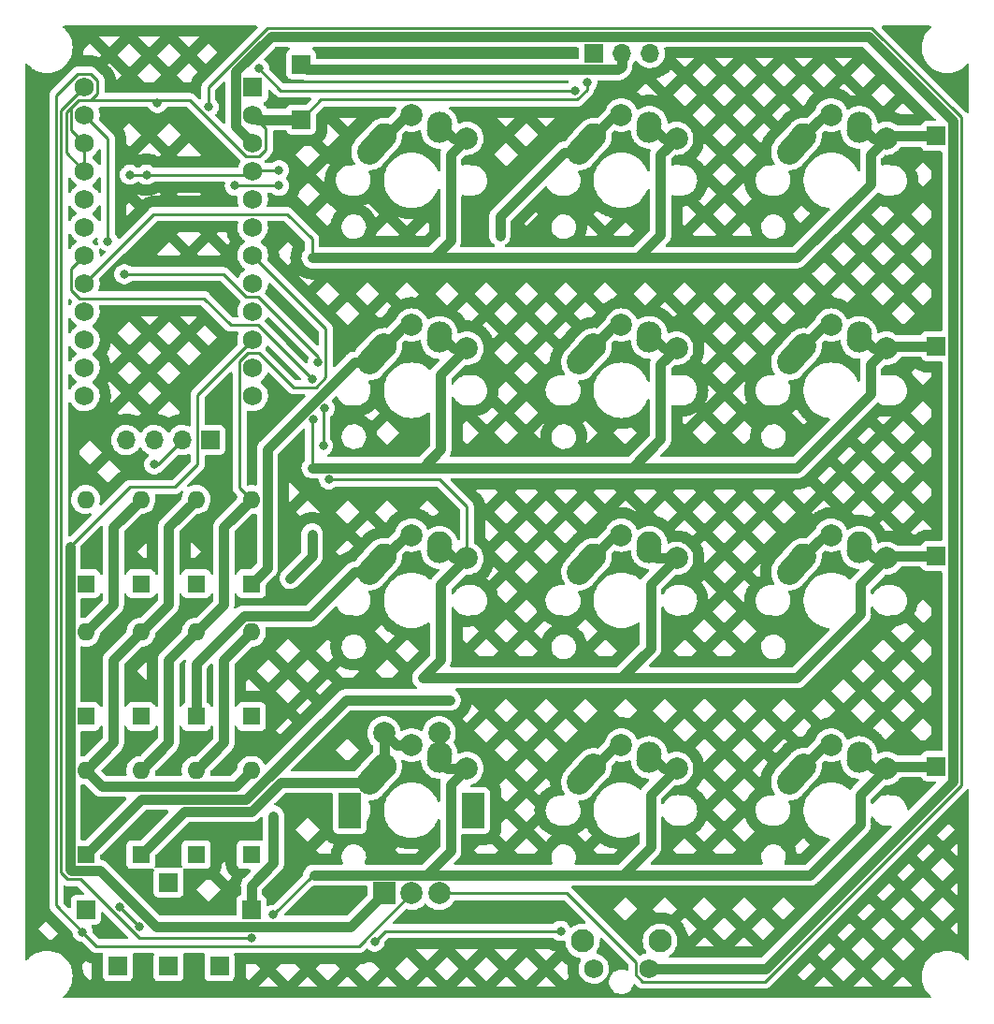
<source format=gbr>
%TF.GenerationSoftware,KiCad,Pcbnew,(6.0.11-0)*%
%TF.CreationDate,2023-02-16T11:16:27+00:00*%
%TF.ProjectId,fauxmac-plus,66617578-6d61-4632-9d70-6c75732e6b69,rev?*%
%TF.SameCoordinates,Original*%
%TF.FileFunction,Copper,L1,Top*%
%TF.FilePolarity,Positive*%
%FSLAX46Y46*%
G04 Gerber Fmt 4.6, Leading zero omitted, Abs format (unit mm)*
G04 Created by KiCad (PCBNEW (6.0.11-0)) date 2023-02-16 11:16:27*
%MOMM*%
%LPD*%
G01*
G04 APERTURE LIST*
G04 Aperture macros list*
%AMHorizOval*
0 Thick line with rounded ends*
0 $1 width*
0 $2 $3 position (X,Y) of the first rounded end (center of the circle)*
0 $4 $5 position (X,Y) of the second rounded end (center of the circle)*
0 Add line between two ends*
20,1,$1,$2,$3,$4,$5,0*
0 Add two circle primitives to create the rounded ends*
1,1,$1,$2,$3*
1,1,$1,$4,$5*%
G04 Aperture macros list end*
%TA.AperFunction,ComponentPad*%
%ADD10R,1.700000X1.700000*%
%TD*%
%TA.AperFunction,ComponentPad*%
%ADD11R,1.600000X1.600000*%
%TD*%
%TA.AperFunction,ComponentPad*%
%ADD12O,1.600000X1.600000*%
%TD*%
%TA.AperFunction,WasherPad*%
%ADD13R,2.000000X3.200000*%
%TD*%
%TA.AperFunction,ComponentPad*%
%ADD14R,2.000000X2.000000*%
%TD*%
%TA.AperFunction,ComponentPad*%
%ADD15C,2.000000*%
%TD*%
%TA.AperFunction,ComponentPad*%
%ADD16C,2.250000*%
%TD*%
%TA.AperFunction,ComponentPad*%
%ADD17HorizOval,2.250000X0.019771X0.290016X-0.019771X-0.290016X0*%
%TD*%
%TA.AperFunction,ComponentPad*%
%ADD18HorizOval,2.250000X0.654995X0.730004X-0.654995X-0.730004X0*%
%TD*%
%TA.AperFunction,ComponentPad*%
%ADD19O,1.700000X1.700000*%
%TD*%
%TA.AperFunction,ComponentPad*%
%ADD20C,2.100000*%
%TD*%
%TA.AperFunction,ComponentPad*%
%ADD21C,1.750000*%
%TD*%
%TA.AperFunction,ComponentPad*%
%ADD22R,1.752600X1.752600*%
%TD*%
%TA.AperFunction,ComponentPad*%
%ADD23C,1.752600*%
%TD*%
%TA.AperFunction,ViaPad*%
%ADD24C,0.800000*%
%TD*%
%TA.AperFunction,Conductor*%
%ADD25C,0.250000*%
%TD*%
%TA.AperFunction,Conductor*%
%ADD26C,0.900000*%
%TD*%
G04 APERTURE END LIST*
D10*
%TO.P,batt-,1,1*%
%TO.N,GND*%
X149500000Y-35000000D03*
%TD*%
%TO.P,batt+,1,1*%
%TO.N,Net-(SWbatt1-Pad2)*%
X149500000Y-30000000D03*
%TD*%
%TO.P,col0,1,Pin_1*%
%TO.N,col0*%
X130000000Y-106500000D03*
%TD*%
%TO.P,col1,1,Pin_1*%
%TO.N,col1*%
X137500000Y-104000000D03*
%TD*%
%TO.P,col2,1,Pin_1*%
%TO.N,col2*%
X145000000Y-106500000D03*
%TD*%
D11*
%TO.P,D1,1,K*%
%TO.N,Net-(D1-Pad1)*%
X130000000Y-77000000D03*
D12*
%TO.P,D1,2,A*%
%TO.N,col0*%
X130000000Y-69380000D03*
%TD*%
D11*
%TO.P,D3,1,K*%
%TO.N,Net-(D3-Pad1)*%
X140000000Y-77000000D03*
D12*
%TO.P,D3,2,A*%
%TO.N,col2*%
X140000000Y-69380000D03*
%TD*%
D11*
%TO.P,D5,1,K*%
%TO.N,Net-(D5-Pad1)*%
X130000000Y-89000000D03*
D12*
%TO.P,D5,2,A*%
%TO.N,col1*%
X130000000Y-81380000D03*
%TD*%
D11*
%TO.P,D6,1,K*%
%TO.N,Net-(D6-Pad1)*%
X135000000Y-89000000D03*
D12*
%TO.P,D6,2,A*%
%TO.N,col2*%
X135000000Y-81380000D03*
%TD*%
D11*
%TO.P,D7,1,K*%
%TO.N,Net-(D7-Pad1)*%
X140000000Y-89000000D03*
D12*
%TO.P,D7,2,A*%
%TO.N,col0*%
X140000000Y-81380000D03*
%TD*%
D11*
%TO.P,D8,1,K*%
%TO.N,Net-(D8-Pad1)*%
X145000000Y-89000000D03*
D12*
%TO.P,D8,2,A*%
%TO.N,col1*%
X145000000Y-81380000D03*
%TD*%
D11*
%TO.P,D9,1,K*%
%TO.N,Net-(D9-Pad1)*%
X130000000Y-101500000D03*
D12*
%TO.P,D9,2,A*%
%TO.N,col2*%
X130000000Y-93880000D03*
%TD*%
D11*
%TO.P,D10,1,K*%
%TO.N,Net-(D10-Pad1)*%
X135000000Y-101500000D03*
D12*
%TO.P,D10,2,A*%
%TO.N,col0*%
X135000000Y-93880000D03*
%TD*%
D11*
%TO.P,D12,1,K*%
%TO.N,Net-(D12-Pad1)*%
X145000000Y-101500000D03*
D12*
%TO.P,D12,2,A*%
%TO.N,col2*%
X145000000Y-93880000D03*
%TD*%
D13*
%TO.P,enc1,*%
%TO.N,*%
X153900000Y-97500000D03*
X165100000Y-97500000D03*
D14*
%TO.P,enc1,A,A*%
%TO.N,encA*%
X157000000Y-105000000D03*
D15*
%TO.P,enc1,B,B*%
%TO.N,encB*%
X162000000Y-105000000D03*
%TO.P,enc1,C,C*%
%TO.N,GND*%
X159500000Y-105000000D03*
%TO.P,enc1,S1,S1*%
%TO.N,row3*%
X162000000Y-90500000D03*
%TO.P,enc1,S2,S2*%
%TO.N,Net-(D10-Pad1)*%
X157000000Y-90500000D03*
%TD*%
%TO.P,K1,1*%
%TO.N,row0*%
X164500000Y-36700000D03*
D16*
X162040000Y-35420000D03*
D17*
X162019771Y-35709984D03*
D16*
%TO.P,K1,2*%
%TO.N,Net-(D1-Pad1)*%
X157000000Y-36500000D03*
D15*
X159500000Y-34600000D03*
D18*
X156344995Y-37229996D03*
%TD*%
D17*
%TO.P,K2,1*%
%TO.N,row0*%
X181019771Y-35709984D03*
D15*
X183500000Y-36700000D03*
D16*
X181040000Y-35420000D03*
%TO.P,K2,2*%
%TO.N,Net-(D2-Pad1)*%
X176000000Y-36500000D03*
D15*
X178500000Y-34600000D03*
D18*
X175344995Y-37229996D03*
%TD*%
D17*
%TO.P,K3,1*%
%TO.N,row0*%
X200019771Y-35709984D03*
D15*
X202500000Y-36700000D03*
D16*
X200040000Y-35420000D03*
D18*
%TO.P,K3,2*%
%TO.N,Net-(D3-Pad1)*%
X194344995Y-37229996D03*
D15*
X197500000Y-34600000D03*
D16*
X195000000Y-36500000D03*
%TD*%
%TO.P,K4,1*%
%TO.N,row1*%
X162040000Y-54420000D03*
D15*
X164500000Y-55700000D03*
D17*
X162019771Y-54709984D03*
D16*
%TO.P,K4,2*%
%TO.N,Net-(D4-Pad1)*%
X157000000Y-55500000D03*
D15*
X159500000Y-53600000D03*
D18*
X156344995Y-56229996D03*
%TD*%
D16*
%TO.P,K5,1*%
%TO.N,row1*%
X181040000Y-54420000D03*
D15*
X183500000Y-55700000D03*
D17*
X181019771Y-54709984D03*
D15*
%TO.P,K5,2*%
%TO.N,Net-(D5-Pad1)*%
X178500000Y-53600000D03*
D16*
X176000000Y-55500000D03*
D18*
X175344995Y-56229996D03*
%TD*%
D15*
%TO.P,K6,1*%
%TO.N,row1*%
X202500000Y-55700000D03*
D17*
X200019771Y-54709984D03*
D16*
X200040000Y-54420000D03*
D18*
%TO.P,K6,2*%
%TO.N,Net-(D6-Pad1)*%
X194344995Y-56229996D03*
D16*
X195000000Y-55500000D03*
D15*
X197500000Y-53600000D03*
%TD*%
D17*
%TO.P,K7,1*%
%TO.N,row2*%
X162019771Y-73709984D03*
D16*
X162040000Y-73420000D03*
D15*
X164500000Y-74700000D03*
D16*
%TO.P,K7,2*%
%TO.N,Net-(D7-Pad1)*%
X157000000Y-74500000D03*
D15*
X159500000Y-72600000D03*
D18*
X156344995Y-75229996D03*
%TD*%
D17*
%TO.P,K8,1*%
%TO.N,row2*%
X181019771Y-73709984D03*
D15*
X183500000Y-74700000D03*
D16*
X181040000Y-73420000D03*
%TO.P,K8,2*%
%TO.N,Net-(D8-Pad1)*%
X176000000Y-74500000D03*
D15*
X178500000Y-72600000D03*
D18*
X175344995Y-75229996D03*
%TD*%
D17*
%TO.P,K9,1*%
%TO.N,row2*%
X200019771Y-73709984D03*
D15*
X202500000Y-74700000D03*
D16*
X200040000Y-73420000D03*
D18*
%TO.P,K9,2*%
%TO.N,Net-(D9-Pad1)*%
X194344995Y-75229996D03*
D16*
X195000000Y-74500000D03*
D15*
X197500000Y-72600000D03*
%TD*%
%TO.P,K10,1*%
%TO.N,row3*%
X164500000Y-93700000D03*
D16*
X162040000Y-92420000D03*
D17*
X162019771Y-92709984D03*
D18*
%TO.P,K10,2*%
%TO.N,Net-(D10-Pad1)*%
X156344995Y-94229996D03*
D15*
X159500000Y-91600000D03*
D16*
X157000000Y-93500000D03*
%TD*%
D17*
%TO.P,K11,1*%
%TO.N,row3*%
X181019771Y-92709984D03*
D15*
X183500000Y-93700000D03*
D16*
X181040000Y-92420000D03*
%TO.P,K11,2*%
%TO.N,Net-(D11-Pad1)*%
X176000000Y-93500000D03*
D18*
X175344995Y-94229996D03*
D15*
X178500000Y-91600000D03*
%TD*%
%TO.P,K12,1*%
%TO.N,row3*%
X202500000Y-93700000D03*
D16*
X200040000Y-92420000D03*
D17*
X200019771Y-92709984D03*
D16*
%TO.P,K12,2*%
%TO.N,Net-(D12-Pad1)*%
X195000000Y-93500000D03*
D18*
X194344995Y-94229996D03*
D15*
X197500000Y-91600000D03*
%TD*%
D10*
%TO.P,row0,1,Pin_1*%
%TO.N,row0*%
X207000000Y-36500000D03*
%TD*%
%TO.P,row1,1,Pin_1*%
%TO.N,row1*%
X207000000Y-55500000D03*
%TD*%
%TO.P,row2,1,Pin_1*%
%TO.N,row2*%
X207000000Y-74500000D03*
%TD*%
%TO.P,row3,1,Pin_1*%
%TO.N,row3*%
X207000000Y-93500000D03*
%TD*%
%TO.P,on/off,1*%
%TO.N,Net-(SWbatt1-Pad1)*%
X176000000Y-29000000D03*
D19*
%TO.P,on/off,2*%
%TO.N,Net-(SWbatt1-Pad2)*%
X178540000Y-29000000D03*
%TO.P,on/off,3*%
%TO.N,N/C*%
X181080000Y-29000000D03*
%TD*%
D20*
%TO.P,reset,*%
%TO.N,*%
X174990000Y-109300000D03*
X182000000Y-109300000D03*
D21*
%TO.P,reset,1,1*%
%TO.N,rst*%
X181000000Y-111790000D03*
%TO.P,reset,2,2*%
%TO.N,GND*%
X176000000Y-111790000D03*
%TD*%
D11*
%TO.P,D2,1,K*%
%TO.N,Net-(D2-Pad1)*%
X135000000Y-77000000D03*
D12*
%TO.P,D2,2,A*%
%TO.N,col1*%
X135000000Y-69380000D03*
%TD*%
D11*
%TO.P,D4,1,K*%
%TO.N,Net-(D4-Pad1)*%
X145000000Y-77000000D03*
D12*
%TO.P,D4,2,A*%
%TO.N,col0*%
X145000000Y-69380000D03*
%TD*%
D11*
%TO.P,D11,1,K*%
%TO.N,Net-(D11-Pad1)*%
X140000000Y-101500000D03*
D12*
%TO.P,D11,2,A*%
%TO.N,col1*%
X140000000Y-93880000D03*
%TD*%
D10*
%TO.P,vcc,1,1*%
%TO.N,VCC*%
X132900000Y-111600000D03*
%TD*%
%TO.P,dout,1,1*%
%TO.N,Net-(rgb4-Pad2)*%
X137500000Y-111600000D03*
%TD*%
%TO.P,oled,1,Pin_1*%
%TO.N,GND*%
X141300000Y-64000000D03*
D19*
%TO.P,oled,2,Pin_2*%
%TO.N,VCC*%
X138760000Y-64000000D03*
%TO.P,oled,3,Pin_3*%
%TO.N,scl*%
X136220000Y-64000000D03*
%TO.P,oled,4,Pin_4*%
%TO.N,sda*%
X133680000Y-64000000D03*
%TD*%
D10*
%TO.P,gnd,1,1*%
%TO.N,GND*%
X142100000Y-111600000D03*
%TD*%
D22*
%TO.P,U1,1,RAW*%
%TO.N,Net-(SWbatt1-Pad1)*%
X145120000Y-32054000D03*
D23*
%TO.P,U1,2,GND*%
%TO.N,GND*%
X145120000Y-34594000D03*
%TO.P,U1,3,RST*%
%TO.N,rst*%
X145120000Y-37134000D03*
%TO.P,U1,4,VCC*%
%TO.N,VCC*%
X145120000Y-39674000D03*
%TO.P,U1,5,PF4*%
%TO.N,col2*%
X145120000Y-42214000D03*
%TO.P,U1,6,PF5*%
%TO.N,col1*%
X145120000Y-44754000D03*
%TO.P,U1,7,PF6*%
%TO.N,col0*%
X145120000Y-47294000D03*
%TO.P,U1,8,PF7*%
%TO.N,unconnected-(U1-Pad8)*%
X145120000Y-49834000D03*
%TO.P,U1,9,PB1*%
%TO.N,unconnected-(U1-Pad9)*%
X145120000Y-52374000D03*
%TO.P,U1,10,PB3*%
%TO.N,encA*%
X145120000Y-54914000D03*
%TO.P,U1,11,PB2*%
%TO.N,encB*%
X145120000Y-57454000D03*
%TO.P,U1,12,PB6*%
%TO.N,rgb*%
X145120000Y-59994000D03*
%TO.P,U1,13,PD3*%
%TO.N,row3*%
X129880000Y-32054000D03*
%TO.P,U1,14,PD2*%
%TO.N,row2*%
X129880000Y-34594000D03*
%TO.P,U1,15,GND*%
%TO.N,GND*%
X129880000Y-37134000D03*
%TO.P,U1,16,GND*%
X129880000Y-39674000D03*
%TO.P,U1,17,PD1*%
%TO.N,sda*%
X129880000Y-42214000D03*
%TO.P,U1,18,PD0*%
%TO.N,scl*%
X129880000Y-44754000D03*
%TO.P,U1,19,PD4*%
%TO.N,row1*%
X129880000Y-47294000D03*
%TO.P,U1,20,PC6*%
%TO.N,row0*%
X129880000Y-49834000D03*
%TO.P,U1,21,PD7*%
%TO.N,unconnected-(U1-Pad21)*%
X129880000Y-52374000D03*
%TO.P,U1,22,PE6*%
%TO.N,unconnected-(U1-Pad22)*%
X129880000Y-54914000D03*
%TO.P,U1,23,PB4*%
%TO.N,unconnected-(U1-Pad23)*%
X129880000Y-57454000D03*
%TO.P,U1,24,PB5*%
%TO.N,unconnected-(U1-Pad24)*%
X129880000Y-59994000D03*
%TD*%
D24*
%TO.N,GND*%
X136500000Y-33500000D03*
X175400000Y-31651000D03*
X129707499Y-108492501D03*
%TO.N,col2*%
X147000000Y-98000000D03*
%TO.N,Net-(D2-Pad1)*%
X167500000Y-45500000D03*
%TO.N,Net-(D3-Pad1)*%
X148500000Y-76500000D03*
X150500000Y-72500000D03*
%TO.N,Net-(D9-Pad1)*%
X163000000Y-87500000D03*
%TO.N,encB*%
X141116690Y-33883310D03*
%TO.N,row3*%
X147000000Y-106950001D03*
X145000000Y-109050001D03*
%TO.N,VCC*%
X135500000Y-40000000D03*
X147500000Y-39600000D03*
X134000000Y-40000000D03*
X136200000Y-66200000D03*
%TO.N,row1*%
X150632462Y-62132462D03*
X150500000Y-58500000D03*
%TO.N,row2*%
X151000000Y-57000000D03*
X151632462Y-61132462D03*
X151500000Y-64500000D03*
X152000000Y-67550000D03*
X133500000Y-49000000D03*
X132000000Y-46000000D03*
%TO.N,rgb*%
X143500000Y-41000000D03*
X147500000Y-41000000D03*
%TO.N,Net-(rgb1-Pad2)*%
X145700000Y-30400000D03*
X174300000Y-32375500D03*
%TO.N,Net-(rgb3-Pad2)*%
X156162299Y-109362299D03*
X173000000Y-108400000D03*
%TO.N,Net-(rgb4-Pad2)*%
X134892891Y-108007109D03*
X133070242Y-106201186D03*
%TD*%
D25*
%TO.N,GND*%
X129707499Y-108492501D02*
X127324980Y-106109982D01*
X174500805Y-33200000D02*
X151300000Y-33200000D01*
X144543375Y-38335301D02*
X145696625Y-38335301D01*
X128678699Y-35932699D02*
X129880000Y-37134000D01*
X130456625Y-30852699D02*
X131081301Y-31477375D01*
D26*
X145502602Y-34594000D02*
X145120000Y-34594000D01*
D25*
X131081301Y-32630625D02*
X130456625Y-33255301D01*
X175400000Y-31651000D02*
X175400000Y-32300805D01*
X175400000Y-32300805D02*
X174500805Y-33200000D01*
X129303375Y-30852699D02*
X130456625Y-30852699D01*
X130990000Y-109775002D02*
X129707499Y-108492501D01*
X130456625Y-33255301D02*
X129315109Y-33255301D01*
X159500000Y-105000000D02*
X154724998Y-109775002D01*
X139463375Y-33255301D02*
X144543375Y-38335301D01*
X136744699Y-33255301D02*
X139463375Y-33255301D01*
X151300000Y-33200000D02*
X149500000Y-35000000D01*
X129315109Y-33255301D02*
X128678699Y-33891711D01*
X127324980Y-106109982D02*
X127324980Y-32831094D01*
X131081301Y-31477375D02*
X131081301Y-32630625D01*
X146321301Y-35795301D02*
X145120000Y-34594000D01*
X127324980Y-32831094D02*
X129303375Y-30852699D01*
X146321301Y-37710625D02*
X146321301Y-35795301D01*
X145696625Y-38335301D02*
X146321301Y-37710625D01*
X129880000Y-37134000D02*
X129880000Y-39674000D01*
D26*
X145526000Y-35000000D02*
X145120000Y-34594000D01*
D25*
X128678699Y-33891711D02*
X128678699Y-35932699D01*
X136744699Y-33255301D02*
X136500000Y-33500000D01*
D26*
X149500000Y-35000000D02*
X145526000Y-35000000D01*
D25*
X128224999Y-34345411D02*
X129315109Y-33255301D01*
X129880000Y-39674000D02*
X128224999Y-38018999D01*
X154724998Y-109775002D02*
X130990000Y-109775002D01*
X128224999Y-38018999D02*
X128224999Y-34345411D01*
X129315109Y-33255301D02*
X136744699Y-33255301D01*
D26*
%TO.N,Net-(SWbatt1-Pad2)*%
X178242080Y-30500001D02*
X150000001Y-30500001D01*
X150000001Y-30500001D02*
X149500000Y-30000000D01*
X178540000Y-29000000D02*
X178540000Y-30202081D01*
X178540000Y-30202081D02*
X178242080Y-30500001D01*
D25*
%TO.N,col0*%
X145120000Y-47294000D02*
X151725001Y-53899001D01*
X143918699Y-56877375D02*
X143918699Y-68298699D01*
X144680773Y-56115301D02*
X143918699Y-56877375D01*
X150848001Y-59225001D02*
X148806325Y-59225001D01*
X151725001Y-58348001D02*
X150848001Y-59225001D01*
D26*
X142500000Y-71880000D02*
X142500000Y-78880000D01*
X137500000Y-83880000D02*
X137500000Y-91380000D01*
X142500000Y-78880000D02*
X140000000Y-81380000D01*
D25*
X151725001Y-53899001D02*
X151725001Y-58348001D01*
D26*
X137500000Y-91380000D02*
X135000000Y-93880000D01*
D25*
X143918699Y-68298699D02*
X145000000Y-69380000D01*
X148806325Y-59225001D02*
X145696625Y-56115301D01*
D26*
X145000000Y-69380000D02*
X142500000Y-71880000D01*
D25*
X145696625Y-56115301D02*
X144680773Y-56115301D01*
D26*
X140000000Y-81380000D02*
X137500000Y-83880000D01*
%TO.N,col1*%
X135000000Y-69380000D02*
X132500000Y-71880000D01*
X132500000Y-71880000D02*
X132500000Y-78880000D01*
X145000000Y-81380000D02*
X142500000Y-83880000D01*
X142500000Y-83880000D02*
X142500000Y-91380000D01*
X142500000Y-91380000D02*
X140000000Y-93880000D01*
X132500000Y-78880000D02*
X130000000Y-81380000D01*
%TO.N,col2*%
X130000000Y-93880000D02*
X131450001Y-95330001D01*
X131450001Y-95330001D02*
X143549999Y-95330001D01*
X143549999Y-95330001D02*
X145000000Y-93880000D01*
X147000000Y-98000000D02*
X147000000Y-102270002D01*
X135000000Y-81380000D02*
X132500000Y-83880000D01*
X137500000Y-71880000D02*
X137500000Y-78880000D01*
X137500000Y-78880000D02*
X135000000Y-81380000D01*
X140000000Y-69380000D02*
X137500000Y-71880000D01*
X132500000Y-83880000D02*
X132500000Y-91380000D01*
X145000000Y-104270002D02*
X145000000Y-106500000D01*
X132500000Y-91380000D02*
X130000000Y-93880000D01*
X147000000Y-102270002D02*
X145000000Y-104270002D01*
%TO.N,Net-(D1-Pad1)*%
X159050000Y-34600000D02*
X155690000Y-37960000D01*
X159500000Y-34600000D02*
X159050000Y-34600000D01*
%TO.N,Net-(D2-Pad1)*%
X177900000Y-34600000D02*
X176000000Y-36500000D01*
X167500000Y-43779998D02*
X167500000Y-45500000D01*
X178500000Y-34600000D02*
X177900000Y-34600000D01*
X173319998Y-37960000D02*
X167500000Y-43779998D01*
X174690000Y-37960000D02*
X173319998Y-37960000D01*
%TO.N,Net-(D3-Pad1)*%
X197500000Y-34600000D02*
X196900000Y-34600000D01*
X150500000Y-74500000D02*
X148500000Y-76500000D01*
X196900000Y-34600000D02*
X195000000Y-36500000D01*
X150500000Y-72500000D02*
X150500000Y-74500000D01*
%TO.N,Net-(D4-Pad1)*%
X155690000Y-56960000D02*
X154319998Y-56960000D01*
X146450001Y-75549999D02*
X145000000Y-77000000D01*
X154319998Y-56960000D02*
X146450001Y-64829997D01*
X159500000Y-53600000D02*
X158900000Y-53600000D01*
X146450001Y-64829997D02*
X146450001Y-75549999D01*
X158900000Y-53600000D02*
X157000000Y-55500000D01*
%TO.N,Net-(D5-Pad1)*%
X177900000Y-53600000D02*
X176000000Y-55500000D01*
X178500000Y-53600000D02*
X177900000Y-53600000D01*
%TO.N,Net-(D6-Pad1)*%
X197500000Y-53600000D02*
X196900000Y-53600000D01*
X196900000Y-53600000D02*
X195000000Y-55500000D01*
%TO.N,Net-(D7-Pad1)*%
X144303999Y-79929999D02*
X140000000Y-84233998D01*
X154319998Y-75960000D02*
X150349999Y-79929999D01*
X150349999Y-79929999D02*
X144303999Y-79929999D01*
X159050000Y-72600000D02*
X155690000Y-75960000D01*
X140000000Y-84233998D02*
X140000000Y-89000000D01*
X159500000Y-72600000D02*
X159050000Y-72600000D01*
X155690000Y-75960000D02*
X154319998Y-75960000D01*
%TO.N,Net-(D8-Pad1)*%
X178500000Y-72600000D02*
X177900000Y-72600000D01*
X177900000Y-72600000D02*
X176000000Y-74500000D01*
%TO.N,Net-(D9-Pad1)*%
X197500000Y-72600000D02*
X196900000Y-72600000D01*
X135000000Y-96500000D02*
X130000000Y-101500000D01*
X196900000Y-72600000D02*
X195000000Y-74500000D01*
X163000000Y-87500000D02*
X153526002Y-87500000D01*
X144526002Y-96500000D02*
X135000000Y-96500000D01*
X153526002Y-87500000D02*
X144526002Y-96500000D01*
%TO.N,Net-(D10-Pad1)*%
X155690000Y-94960000D02*
X147621650Y-94960000D01*
X144981641Y-97600010D02*
X138899990Y-97600010D01*
X138899990Y-97600010D02*
X135000000Y-101500000D01*
X158100000Y-91600000D02*
X157000000Y-90500000D01*
X157000000Y-90500000D02*
X157000000Y-93650000D01*
X147621650Y-94960000D02*
X144981641Y-97600010D01*
X157000000Y-93650000D02*
X155690000Y-94960000D01*
X159500000Y-91600000D02*
X158100000Y-91600000D01*
%TO.N,Net-(D11-Pad1)*%
X178050000Y-91600000D02*
X174690000Y-94960000D01*
X178500000Y-91600000D02*
X178050000Y-91600000D01*
%TO.N,Net-(D12-Pad1)*%
X197500000Y-91600000D02*
X196900000Y-91600000D01*
X196900000Y-91600000D02*
X195000000Y-93500000D01*
%TO.N,encA*%
X136370001Y-108000001D02*
X131320001Y-102950001D01*
D25*
X140125000Y-59909000D02*
X140125000Y-66230002D01*
X138100003Y-68254999D02*
X133978999Y-68254999D01*
D26*
X153999999Y-108000001D02*
X136370001Y-108000001D01*
X128679999Y-102950001D02*
X128549999Y-102820001D01*
D25*
X133978999Y-68254999D02*
X128549999Y-73683999D01*
X145120000Y-54914000D02*
X140125000Y-59909000D01*
D26*
X157000000Y-105000000D02*
X153999999Y-108000001D01*
X128549999Y-102820001D02*
X128549999Y-73683999D01*
X131320001Y-102950001D02*
X128679999Y-102950001D01*
D25*
X140125000Y-66230002D02*
X138100003Y-68254999D01*
%TO.N,encB*%
X209275011Y-95191020D02*
X209275011Y-34808980D01*
X141116690Y-32038679D02*
X141116690Y-33883310D01*
X201191017Y-26724987D02*
X146430382Y-26724987D01*
X191476030Y-112990001D02*
X209275011Y-95191020D01*
X162000000Y-105000000D02*
X173586000Y-105000000D01*
X146430382Y-26724987D02*
X141116690Y-32038679D01*
X180423999Y-112990001D02*
X191476030Y-112990001D01*
X173586000Y-105000000D02*
X179799999Y-111213999D01*
X209275011Y-34808980D02*
X201191017Y-26724987D01*
X179799999Y-112366001D02*
X180423999Y-112990001D01*
X179799999Y-111213999D02*
X179799999Y-112366001D01*
D26*
%TO.N,row3*%
X163054999Y-101144999D02*
X160849999Y-103349999D01*
X164500000Y-93700000D02*
X162700000Y-93700000D01*
X200143901Y-96056099D02*
X200143901Y-98769073D01*
D25*
X127774989Y-103141020D02*
X127774989Y-34159011D01*
D26*
X182320000Y-93700000D02*
X181040000Y-92420000D01*
X163054999Y-95145001D02*
X163054999Y-101144999D01*
D25*
X145000000Y-109050001D02*
X134835003Y-109050001D01*
D26*
X200143901Y-98769073D02*
X195562975Y-103349999D01*
X202500000Y-93700000D02*
X200143901Y-96056099D01*
X201320000Y-93700000D02*
X200040000Y-92420000D01*
D25*
X128358980Y-103725011D02*
X127774989Y-103141020D01*
D26*
X195562975Y-103349999D02*
X178650001Y-103349999D01*
X162000000Y-90500000D02*
X162000000Y-93000000D01*
X183500000Y-93700000D02*
X181143901Y-96056099D01*
X181143901Y-96056099D02*
X181143901Y-100856099D01*
X181143901Y-100856099D02*
X178650001Y-103349999D01*
X162700000Y-93700000D02*
X162000000Y-93000000D01*
X160849999Y-103349999D02*
X150650001Y-103349999D01*
X164500000Y-93700000D02*
X163054999Y-95145001D01*
X202700000Y-93500000D02*
X202500000Y-93700000D01*
D25*
X127774989Y-34159011D02*
X129880000Y-32054000D01*
D26*
X178650001Y-103349999D02*
X160849999Y-103349999D01*
D25*
X129510013Y-103725011D02*
X128358980Y-103725011D01*
X150650001Y-103349999D02*
X150600002Y-103349999D01*
D26*
X207000000Y-93500000D02*
X202700000Y-93500000D01*
X183500000Y-93700000D02*
X182320000Y-93700000D01*
X202500000Y-93700000D02*
X201320000Y-93700000D01*
D25*
X150600002Y-103349999D02*
X147000000Y-106950001D01*
X134835003Y-109050001D02*
X129510013Y-103725011D01*
%TO.N,VCC*%
X135500000Y-40000000D02*
X144794000Y-40000000D01*
X147500000Y-39600000D02*
X145194000Y-39600000D01*
X134000000Y-40000000D02*
X135500000Y-40000000D01*
X144794000Y-40000000D02*
X145120000Y-39674000D01*
X136560000Y-66200000D02*
X138760000Y-64000000D01*
X145194000Y-39600000D02*
X145120000Y-39674000D01*
X136200000Y-66200000D02*
X136560000Y-66200000D01*
D26*
%TO.N,row0*%
X183500000Y-36700000D02*
X182054999Y-38145001D01*
X161500000Y-47500000D02*
X150500000Y-47500000D01*
D25*
X148236625Y-43552699D02*
X136161301Y-43552699D01*
D26*
X182320000Y-36700000D02*
X181040000Y-35420000D01*
X202500000Y-36700000D02*
X201320000Y-36700000D01*
D25*
X136161301Y-43552699D02*
X129880000Y-49834000D01*
D26*
X183500000Y-36700000D02*
X182320000Y-36700000D01*
X201320000Y-36700000D02*
X200040000Y-35420000D01*
X163054999Y-45945001D02*
X161500000Y-47500000D01*
X201054999Y-38145001D02*
X201054999Y-40857975D01*
X207000000Y-36500000D02*
X202700000Y-36500000D01*
X164500000Y-36700000D02*
X163320000Y-36700000D01*
X180000000Y-47500000D02*
X161500000Y-47500000D01*
X201054999Y-40857975D02*
X194412974Y-47500000D01*
X163054999Y-38145001D02*
X163054999Y-45945001D01*
X163320000Y-36700000D02*
X162040000Y-35420000D01*
D25*
X150500000Y-45816074D02*
X148236625Y-43552699D01*
D26*
X202700000Y-36500000D02*
X202500000Y-36700000D01*
X194412974Y-47500000D02*
X180000000Y-47500000D01*
X182054999Y-38145001D02*
X182054999Y-45445001D01*
X202500000Y-36700000D02*
X201054999Y-38145001D01*
X182054999Y-45445001D02*
X180000000Y-47500000D01*
X164500000Y-36700000D02*
X163054999Y-38145001D01*
D25*
X150500000Y-47500000D02*
X150500000Y-45816074D01*
D26*
%TO.N,row1*%
X164500000Y-55700000D02*
X163320000Y-55700000D01*
D25*
X150500000Y-66500000D02*
X150500000Y-62264924D01*
D26*
X162143901Y-64856099D02*
X160500000Y-66500000D01*
D25*
X129440773Y-51172699D02*
X128678699Y-50410625D01*
D26*
X202500000Y-55700000D02*
X201054999Y-57145001D01*
X182054999Y-63945001D02*
X179500000Y-66500000D01*
X179500000Y-66500000D02*
X160500000Y-66500000D01*
D25*
X140722699Y-51172699D02*
X129440773Y-51172699D01*
X143125301Y-53575301D02*
X140722699Y-51172699D01*
D26*
X183500000Y-55700000D02*
X182320000Y-55700000D01*
X201054999Y-59857975D02*
X194412974Y-66500000D01*
X201320000Y-55700000D02*
X200040000Y-54420000D01*
X160500000Y-66500000D02*
X150500000Y-66500000D01*
X207000000Y-55500000D02*
X202700000Y-55500000D01*
X183500000Y-55700000D02*
X182054999Y-57145001D01*
D25*
X150500000Y-58500000D02*
X145575301Y-53575301D01*
D26*
X182320000Y-55700000D02*
X181040000Y-54420000D01*
X201054999Y-57145001D02*
X201054999Y-59857975D01*
D25*
X128678699Y-48495301D02*
X129880000Y-47294000D01*
X128678699Y-50410625D02*
X128678699Y-48495301D01*
X145575301Y-53575301D02*
X143125301Y-53575301D01*
D26*
X202500000Y-55700000D02*
X201320000Y-55700000D01*
X194412974Y-66500000D02*
X179500000Y-66500000D01*
X182054999Y-57145001D02*
X182054999Y-63945001D01*
D25*
X150500000Y-62264924D02*
X150632462Y-62132462D01*
D26*
X202700000Y-55500000D02*
X202500000Y-55700000D01*
X163320000Y-55700000D02*
X162040000Y-54420000D01*
X164500000Y-55700000D02*
X162143901Y-58056099D01*
X162143901Y-58056099D02*
X162143901Y-64856099D01*
D25*
%TO.N,row2*%
X145600986Y-51035301D02*
X144543375Y-51035301D01*
D26*
X181143901Y-82856099D02*
X178500000Y-85500000D01*
X200143901Y-77056099D02*
X200143901Y-79769073D01*
D25*
X132000000Y-36714000D02*
X129880000Y-34594000D01*
D26*
X207000000Y-74500000D02*
X202700000Y-74500000D01*
X194412974Y-85500000D02*
X178500000Y-85500000D01*
X164500000Y-74700000D02*
X162143901Y-77056099D01*
X162143901Y-83856099D02*
X160500000Y-85500000D01*
D25*
X151000000Y-57000000D02*
X151000000Y-56434315D01*
X162050000Y-67550000D02*
X152000000Y-67550000D01*
X151500000Y-61264924D02*
X151632462Y-61132462D01*
X144543375Y-51035301D02*
X142508074Y-49000000D01*
X151000000Y-56434315D02*
X145600986Y-51035301D01*
D26*
X183500000Y-74700000D02*
X181143901Y-77056099D01*
X201320000Y-74700000D02*
X200040000Y-73420000D01*
X181143901Y-77056099D02*
X181143901Y-82856099D01*
X178500000Y-85500000D02*
X160500000Y-85500000D01*
X162143901Y-77056099D02*
X162143901Y-83856099D01*
X202500000Y-74700000D02*
X200143901Y-77056099D01*
X183500000Y-74700000D02*
X181700000Y-74700000D01*
D25*
X132000000Y-46000000D02*
X132000000Y-36714000D01*
D26*
X164500000Y-74700000D02*
X163320000Y-74700000D01*
X202500000Y-74700000D02*
X201320000Y-74700000D01*
D25*
X164500000Y-74700000D02*
X164500000Y-70000000D01*
X164500000Y-70000000D02*
X162050000Y-67550000D01*
D26*
X202700000Y-74500000D02*
X202500000Y-74700000D01*
D25*
X151500000Y-64500000D02*
X151500000Y-61264924D01*
D26*
X181700000Y-74700000D02*
X181000000Y-74000000D01*
D25*
X142508074Y-49000000D02*
X133500000Y-49000000D01*
D26*
X200143901Y-79769073D02*
X194412974Y-85500000D01*
X163320000Y-74700000D02*
X162040000Y-73420000D01*
%TO.N,rst*%
X143593699Y-30657699D02*
X143593699Y-35607699D01*
X146751401Y-27499997D02*
X143593699Y-30657699D01*
X208500001Y-94870001D02*
X208500001Y-35129999D01*
X181000000Y-111790000D02*
X191580002Y-111790000D01*
X200869998Y-27499997D02*
X146751401Y-27499997D01*
X191580002Y-111790000D02*
X208500001Y-94870001D01*
X143593699Y-35607699D02*
X145120000Y-37134000D01*
X208500001Y-35129999D02*
X200869998Y-27499997D01*
D25*
%TO.N,rgb*%
X143500000Y-41000000D02*
X147500000Y-41000000D01*
%TO.N,Net-(rgb1-Pad2)*%
X147675500Y-32375500D02*
X145700000Y-30400000D01*
X174300000Y-32375500D02*
X147675500Y-32375500D01*
%TO.N,Net-(rgb3-Pad2)*%
X157124598Y-108400000D02*
X156162299Y-109362299D01*
X173000000Y-108400000D02*
X157124598Y-108400000D01*
%TO.N,Net-(rgb4-Pad2)*%
X134876165Y-108007109D02*
X133070242Y-106201186D01*
X134892891Y-108007109D02*
X134876165Y-108007109D01*
%TD*%
%TA.AperFunction,NonConductor*%
G36*
X174583621Y-28478499D02*
G01*
X174630114Y-28532155D01*
X174641500Y-28584497D01*
X174641500Y-29415501D01*
X174621498Y-29483622D01*
X174567842Y-29530115D01*
X174515500Y-29541501D01*
X150984500Y-29541501D01*
X150916379Y-29521499D01*
X150869886Y-29467843D01*
X150858500Y-29415501D01*
X150858500Y-29101866D01*
X150851745Y-29039684D01*
X150800615Y-28903295D01*
X150713261Y-28786739D01*
X150596705Y-28699385D01*
X150588297Y-28696233D01*
X150586076Y-28695017D01*
X150535931Y-28644758D01*
X150520917Y-28575367D01*
X150545803Y-28508875D01*
X150602686Y-28466392D01*
X150646586Y-28458497D01*
X174515500Y-28458497D01*
X174583621Y-28478499D01*
G37*
%TD.AperFunction*%
%TA.AperFunction,NonConductor*%
G36*
X148421535Y-28478499D02*
G01*
X148468028Y-28532155D01*
X148478132Y-28602429D01*
X148448638Y-28667009D01*
X148413924Y-28695017D01*
X148411703Y-28696233D01*
X148403295Y-28699385D01*
X148286739Y-28786739D01*
X148199385Y-28903295D01*
X148148255Y-29039684D01*
X148141500Y-29101866D01*
X148141500Y-30898134D01*
X148148255Y-30960316D01*
X148199385Y-31096705D01*
X148286739Y-31213261D01*
X148403295Y-31300615D01*
X148539684Y-31351745D01*
X148601866Y-31358500D01*
X149542312Y-31358500D01*
X149600688Y-31372838D01*
X149642209Y-31394545D01*
X149668395Y-31402053D01*
X149683689Y-31407529D01*
X149708685Y-31418346D01*
X149714930Y-31419651D01*
X149714931Y-31419651D01*
X149765066Y-31430125D01*
X149774016Y-31432340D01*
X149829390Y-31448217D01*
X149856545Y-31450306D01*
X149872634Y-31452596D01*
X149899294Y-31458166D01*
X149905686Y-31458501D01*
X149958198Y-31458501D01*
X149967865Y-31458872D01*
X150017180Y-31462667D01*
X150017184Y-31462667D01*
X150023540Y-31463156D01*
X150052521Y-31459495D01*
X150068312Y-31458501D01*
X173628721Y-31458501D01*
X173696842Y-31478503D01*
X173743335Y-31532159D01*
X173753439Y-31602433D01*
X173723945Y-31667013D01*
X173702782Y-31686437D01*
X173688747Y-31696634D01*
X173684332Y-31701537D01*
X173679420Y-31705960D01*
X173678295Y-31704711D01*
X173624986Y-31737551D01*
X173591800Y-31742000D01*
X147990094Y-31742000D01*
X147921973Y-31721998D01*
X147900999Y-31705095D01*
X146647122Y-30451217D01*
X146613096Y-30388905D01*
X146610907Y-30375292D01*
X146610398Y-30370444D01*
X146601106Y-30282040D01*
X146594232Y-30216635D01*
X146594232Y-30216633D01*
X146593542Y-30210072D01*
X146534527Y-30028444D01*
X146508381Y-29983157D01*
X146464889Y-29907828D01*
X146439040Y-29863056D01*
X146386846Y-29805088D01*
X146315675Y-29726045D01*
X146315674Y-29726044D01*
X146311253Y-29721134D01*
X146300902Y-29713613D01*
X146227328Y-29660159D01*
X146184177Y-29628807D01*
X146140824Y-29572587D01*
X146134749Y-29501851D01*
X146169144Y-29437778D01*
X147111520Y-28495402D01*
X147173832Y-28461376D01*
X147200615Y-28458497D01*
X148353414Y-28458497D01*
X148421535Y-28478499D01*
G37*
%TD.AperFunction*%
%TA.AperFunction,NonConductor*%
G36*
X146713312Y-32309671D02*
G01*
X146719895Y-32315800D01*
X147171848Y-32767753D01*
X147179388Y-32776039D01*
X147183500Y-32782518D01*
X147189277Y-32787943D01*
X147233151Y-32829143D01*
X147235993Y-32831898D01*
X147255730Y-32851635D01*
X147258927Y-32854115D01*
X147267947Y-32861818D01*
X147300179Y-32892086D01*
X147307125Y-32895905D01*
X147307128Y-32895907D01*
X147317934Y-32901848D01*
X147334453Y-32912699D01*
X147350459Y-32925114D01*
X147357728Y-32928259D01*
X147357732Y-32928262D01*
X147391037Y-32942674D01*
X147401687Y-32947891D01*
X147440440Y-32969195D01*
X147448115Y-32971166D01*
X147448116Y-32971166D01*
X147460062Y-32974233D01*
X147478767Y-32980637D01*
X147497355Y-32988681D01*
X147505178Y-32989920D01*
X147505188Y-32989923D01*
X147541024Y-32995599D01*
X147552644Y-32998005D01*
X147587789Y-33007028D01*
X147595470Y-33009000D01*
X147615724Y-33009000D01*
X147635434Y-33010551D01*
X147655443Y-33013720D01*
X147663335Y-33012974D01*
X147699461Y-33009559D01*
X147711319Y-33009000D01*
X150290905Y-33009000D01*
X150359026Y-33029002D01*
X150405519Y-33082658D01*
X150415623Y-33152932D01*
X150386129Y-33217512D01*
X150380000Y-33224095D01*
X149999500Y-33604595D01*
X149937188Y-33638621D01*
X149910405Y-33641500D01*
X148601866Y-33641500D01*
X148539684Y-33648255D01*
X148403295Y-33699385D01*
X148286739Y-33786739D01*
X148199385Y-33903295D01*
X148196233Y-33911703D01*
X148178228Y-33959730D01*
X148135586Y-34016495D01*
X148069024Y-34041194D01*
X148060246Y-34041500D01*
X146472499Y-34041500D01*
X146404378Y-34021498D01*
X146356950Y-33965743D01*
X146346675Y-33942112D01*
X146346671Y-33942105D01*
X146344612Y-33937369D01*
X146257541Y-33802778D01*
X146223731Y-33750515D01*
X146223729Y-33750512D01*
X146220923Y-33746175D01*
X146131823Y-33648255D01*
X146103846Y-33617509D01*
X146072795Y-33553663D01*
X146081190Y-33483164D01*
X146126366Y-33428396D01*
X146152809Y-33414728D01*
X146205655Y-33394917D01*
X146234595Y-33384068D01*
X146234596Y-33384067D01*
X146243005Y-33380915D01*
X146359561Y-33293561D01*
X146446915Y-33177005D01*
X146498045Y-33040616D01*
X146504800Y-32978434D01*
X146504800Y-32404895D01*
X146524802Y-32336774D01*
X146578458Y-32290281D01*
X146648732Y-32280177D01*
X146713312Y-32309671D01*
G37*
%TD.AperFunction*%
%TA.AperFunction,NonConductor*%
G36*
X206503020Y-26528502D02*
G01*
X206549513Y-26582158D01*
X206559617Y-26652432D01*
X206530123Y-26717012D01*
X206517979Y-26729230D01*
X206364142Y-26864142D01*
X206361433Y-26867231D01*
X206167332Y-27088559D01*
X206167328Y-27088565D01*
X206164614Y-27091659D01*
X205996491Y-27343274D01*
X205862648Y-27614680D01*
X205765376Y-27901234D01*
X205764573Y-27905273D01*
X205764571Y-27905279D01*
X205708913Y-28185095D01*
X205706339Y-28198034D01*
X205686547Y-28500000D01*
X205686817Y-28504119D01*
X205705812Y-28793919D01*
X205706339Y-28801966D01*
X205707143Y-28806006D01*
X205707143Y-28806009D01*
X205759636Y-29069908D01*
X205765376Y-29098766D01*
X205766701Y-29102670D01*
X205766702Y-29102673D01*
X205857593Y-29370429D01*
X205862648Y-29385320D01*
X205903344Y-29467843D01*
X205975725Y-29614616D01*
X205996491Y-29656726D01*
X206164614Y-29908341D01*
X206167328Y-29911435D01*
X206167332Y-29911441D01*
X206258262Y-30015126D01*
X206364142Y-30135858D01*
X206367231Y-30138567D01*
X206588559Y-30332668D01*
X206588565Y-30332672D01*
X206591659Y-30335386D01*
X206595085Y-30337675D01*
X206595090Y-30337679D01*
X206743768Y-30437022D01*
X206843273Y-30503509D01*
X206846972Y-30505333D01*
X206846977Y-30505336D01*
X206902152Y-30532545D01*
X207114680Y-30637352D01*
X207118585Y-30638677D01*
X207118586Y-30638678D01*
X207397327Y-30733298D01*
X207397330Y-30733299D01*
X207401234Y-30734624D01*
X207405273Y-30735427D01*
X207405279Y-30735429D01*
X207693991Y-30792857D01*
X207693994Y-30792857D01*
X207698034Y-30793661D01*
X207702145Y-30793930D01*
X207702149Y-30793931D01*
X207995881Y-30813183D01*
X208000000Y-30813453D01*
X208004119Y-30813183D01*
X208297851Y-30793931D01*
X208297855Y-30793930D01*
X208301966Y-30793661D01*
X208306006Y-30792857D01*
X208306009Y-30792857D01*
X208594721Y-30735429D01*
X208594727Y-30735427D01*
X208598766Y-30734624D01*
X208602670Y-30733299D01*
X208602673Y-30733298D01*
X208881414Y-30638678D01*
X208881415Y-30638677D01*
X208885320Y-30637352D01*
X209097848Y-30532545D01*
X209153023Y-30505336D01*
X209153028Y-30505333D01*
X209156727Y-30503509D01*
X209256232Y-30437022D01*
X209404910Y-30337679D01*
X209404915Y-30337675D01*
X209408341Y-30335386D01*
X209411435Y-30332672D01*
X209411441Y-30332668D01*
X209632769Y-30138567D01*
X209635858Y-30135858D01*
X209770769Y-29982023D01*
X209830722Y-29943996D01*
X209901717Y-29944418D01*
X209961214Y-29983157D01*
X209990322Y-30047912D01*
X209991500Y-30065101D01*
X209991500Y-34325374D01*
X209971498Y-34393495D01*
X209917842Y-34439988D01*
X209847568Y-34450092D01*
X209782988Y-34420598D01*
X209776405Y-34414469D01*
X209765229Y-34403293D01*
X209752387Y-34388258D01*
X209740483Y-34371873D01*
X209706417Y-34343691D01*
X209697638Y-34335702D01*
X205894481Y-30532545D01*
X202085530Y-26723595D01*
X202051504Y-26661283D01*
X202056569Y-26590468D01*
X202099116Y-26533632D01*
X202165636Y-26508821D01*
X202174625Y-26508500D01*
X206434899Y-26508500D01*
X206503020Y-26528502D01*
G37*
%TD.AperFunction*%
%TA.AperFunction,NonConductor*%
G36*
X142553231Y-31602208D02*
G01*
X142610067Y-31644755D01*
X142634878Y-31711275D01*
X142635199Y-31720264D01*
X142635199Y-35227030D01*
X142615197Y-35295151D01*
X142561541Y-35341644D01*
X142491267Y-35351748D01*
X142426687Y-35322254D01*
X142420103Y-35316125D01*
X142163511Y-35059532D01*
X141783216Y-34679237D01*
X141749191Y-34616925D01*
X141754256Y-34546109D01*
X141778675Y-34505832D01*
X141795466Y-34487184D01*
X141855730Y-34420254D01*
X141917957Y-34312474D01*
X141947913Y-34260589D01*
X141947914Y-34260588D01*
X141951217Y-34254866D01*
X142010232Y-34073238D01*
X142012774Y-34049057D01*
X142029504Y-33889875D01*
X142030194Y-33883310D01*
X142021038Y-33796191D01*
X142010922Y-33699945D01*
X142010922Y-33699943D01*
X142010232Y-33693382D01*
X141951217Y-33511754D01*
X141944391Y-33499930D01*
X141881887Y-33391671D01*
X141855730Y-33346366D01*
X141782553Y-33265095D01*
X141751837Y-33201089D01*
X141750190Y-33180786D01*
X141750190Y-32353273D01*
X141770192Y-32285152D01*
X141787095Y-32264178D01*
X142420104Y-31631169D01*
X142482416Y-31597143D01*
X142553231Y-31602208D01*
G37*
%TD.AperFunction*%
%TA.AperFunction,NonConductor*%
G36*
X131311834Y-37687376D02*
G01*
X131356663Y-37742430D01*
X131366500Y-37791238D01*
X131366500Y-39013901D01*
X131346498Y-39082022D01*
X131292842Y-39128515D01*
X131222568Y-39138619D01*
X131157988Y-39109125D01*
X131124951Y-39064144D01*
X131106675Y-39022111D01*
X131106669Y-39022100D01*
X131104612Y-39017369D01*
X130980923Y-38826175D01*
X130827668Y-38657750D01*
X130648963Y-38516618D01*
X130642335Y-38512959D01*
X130641651Y-38512269D01*
X130640131Y-38511259D01*
X130640339Y-38510945D01*
X130592363Y-38462533D01*
X130577585Y-38393091D01*
X130602696Y-38326684D01*
X130630054Y-38300069D01*
X130772689Y-38198329D01*
X130772691Y-38198327D01*
X130776893Y-38195330D01*
X130938193Y-38034592D01*
X130964685Y-37997725D01*
X131068055Y-37853869D01*
X131071073Y-37849669D01*
X131076230Y-37839236D01*
X131127543Y-37735411D01*
X131175657Y-37683204D01*
X131244358Y-37665297D01*
X131311834Y-37687376D01*
G37*
%TD.AperFunction*%
%TA.AperFunction,NonConductor*%
G36*
X128617001Y-40274734D02*
G01*
X128641922Y-40304123D01*
X128703142Y-40404024D01*
X128758692Y-40494674D01*
X128907786Y-40666793D01*
X128993952Y-40738329D01*
X129066354Y-40798438D01*
X129082989Y-40812249D01*
X129087440Y-40814850D01*
X129087450Y-40814857D01*
X129120266Y-40834033D01*
X129168989Y-40885672D01*
X129182059Y-40955455D01*
X129155326Y-41021227D01*
X129132353Y-41043575D01*
X128957444Y-41174900D01*
X128953872Y-41178638D01*
X128839084Y-41298757D01*
X128800120Y-41339530D01*
X128797206Y-41343802D01*
X128797205Y-41343803D01*
X128769525Y-41384380D01*
X128671797Y-41527645D01*
X128669622Y-41532331D01*
X128669615Y-41532343D01*
X128648776Y-41577237D01*
X128601952Y-41630604D01*
X128533709Y-41650184D01*
X128465713Y-41629760D01*
X128419554Y-41575818D01*
X128408489Y-41524186D01*
X128408489Y-40369958D01*
X128428491Y-40301837D01*
X128482147Y-40255344D01*
X128552421Y-40245240D01*
X128617001Y-40274734D01*
G37*
%TD.AperFunction*%
%TA.AperFunction,NonConductor*%
G36*
X131311834Y-40227376D02*
G01*
X131356663Y-40282430D01*
X131366500Y-40331238D01*
X131366500Y-41553901D01*
X131346498Y-41622022D01*
X131292842Y-41668515D01*
X131222568Y-41678619D01*
X131157988Y-41649125D01*
X131124951Y-41604144D01*
X131106675Y-41562111D01*
X131106669Y-41562100D01*
X131104612Y-41557369D01*
X131005471Y-41404120D01*
X130983731Y-41370515D01*
X130983729Y-41370512D01*
X130980923Y-41366175D01*
X130827668Y-41197750D01*
X130648963Y-41056618D01*
X130642335Y-41052959D01*
X130641651Y-41052269D01*
X130640131Y-41051259D01*
X130640339Y-41050945D01*
X130592363Y-41002533D01*
X130577585Y-40933091D01*
X130602696Y-40866684D01*
X130630054Y-40840069D01*
X130772689Y-40738329D01*
X130772691Y-40738327D01*
X130776893Y-40735330D01*
X130938193Y-40574592D01*
X130949473Y-40558895D01*
X131068055Y-40393869D01*
X131071073Y-40389669D01*
X131098665Y-40333842D01*
X131127543Y-40275411D01*
X131175657Y-40223204D01*
X131244358Y-40205297D01*
X131311834Y-40227376D01*
G37*
%TD.AperFunction*%
%TA.AperFunction,NonConductor*%
G36*
X128617001Y-42814734D02*
G01*
X128641922Y-42844123D01*
X128696919Y-42933869D01*
X128758692Y-43034674D01*
X128907786Y-43206793D01*
X129082989Y-43352249D01*
X129087440Y-43354850D01*
X129087450Y-43354857D01*
X129120266Y-43374033D01*
X129168989Y-43425672D01*
X129182059Y-43495455D01*
X129155326Y-43561227D01*
X129132353Y-43583575D01*
X128957444Y-43714900D01*
X128800120Y-43879530D01*
X128797206Y-43883802D01*
X128797205Y-43883803D01*
X128777666Y-43912446D01*
X128671797Y-44067645D01*
X128669622Y-44072331D01*
X128669615Y-44072343D01*
X128648776Y-44117237D01*
X128601952Y-44170604D01*
X128533709Y-44190184D01*
X128465713Y-44169760D01*
X128419554Y-44115818D01*
X128408489Y-44064186D01*
X128408489Y-42909958D01*
X128428491Y-42841837D01*
X128482147Y-42795344D01*
X128552421Y-42785240D01*
X128617001Y-42814734D01*
G37*
%TD.AperFunction*%
%TA.AperFunction,NonConductor*%
G36*
X131311834Y-42767376D02*
G01*
X131356663Y-42822430D01*
X131366500Y-42871238D01*
X131366500Y-44093901D01*
X131346498Y-44162022D01*
X131292842Y-44208515D01*
X131222568Y-44218619D01*
X131157988Y-44189125D01*
X131124951Y-44144144D01*
X131106675Y-44102111D01*
X131106669Y-44102100D01*
X131104612Y-44097369D01*
X130980923Y-43906175D01*
X130827668Y-43737750D01*
X130648963Y-43596618D01*
X130642335Y-43592959D01*
X130641651Y-43592269D01*
X130640131Y-43591259D01*
X130640339Y-43590945D01*
X130592363Y-43542533D01*
X130577585Y-43473091D01*
X130602696Y-43406684D01*
X130630054Y-43380069D01*
X130772689Y-43278329D01*
X130772691Y-43278327D01*
X130776893Y-43275330D01*
X130938193Y-43114592D01*
X130951337Y-43096301D01*
X131068055Y-42933869D01*
X131071073Y-42929669D01*
X131074851Y-42922026D01*
X131127543Y-42815411D01*
X131175657Y-42763204D01*
X131244358Y-42745297D01*
X131311834Y-42767376D01*
G37*
%TD.AperFunction*%
%TA.AperFunction,NonConductor*%
G36*
X135670804Y-33908803D02*
G01*
X135711801Y-33951799D01*
X135760960Y-34036944D01*
X135765378Y-34041851D01*
X135765379Y-34041852D01*
X135859332Y-34146197D01*
X135888747Y-34178866D01*
X135937010Y-34213931D01*
X136028210Y-34280192D01*
X136043248Y-34291118D01*
X136049276Y-34293802D01*
X136049278Y-34293803D01*
X136198380Y-34360187D01*
X136217712Y-34368794D01*
X136309282Y-34388258D01*
X136398056Y-34407128D01*
X136398061Y-34407128D01*
X136404513Y-34408500D01*
X136595487Y-34408500D01*
X136601939Y-34407128D01*
X136601944Y-34407128D01*
X136690718Y-34388258D01*
X136782288Y-34368794D01*
X136801620Y-34360187D01*
X136950722Y-34293803D01*
X136950724Y-34293802D01*
X136956752Y-34291118D01*
X136971791Y-34280192D01*
X137062990Y-34213931D01*
X137111253Y-34178866D01*
X137140668Y-34146197D01*
X137234621Y-34041852D01*
X137234622Y-34041851D01*
X137239040Y-34036944D01*
X137288199Y-33951799D01*
X137339581Y-33902807D01*
X137397317Y-33888801D01*
X139148781Y-33888801D01*
X139216902Y-33908803D01*
X139237876Y-33925706D01*
X143995310Y-38683141D01*
X144029336Y-38745453D01*
X144024271Y-38816268D01*
X144010307Y-38843235D01*
X143911797Y-38987645D01*
X143815921Y-39194192D01*
X143793740Y-39274174D01*
X143756263Y-39334470D01*
X143692134Y-39364933D01*
X143672324Y-39366500D01*
X136208200Y-39366500D01*
X136140079Y-39346498D01*
X136120853Y-39330157D01*
X136120580Y-39330460D01*
X136115668Y-39326037D01*
X136111253Y-39321134D01*
X136046614Y-39274171D01*
X135962094Y-39212763D01*
X135962093Y-39212762D01*
X135956752Y-39208882D01*
X135950724Y-39206198D01*
X135950722Y-39206197D01*
X135788319Y-39133891D01*
X135788318Y-39133891D01*
X135782288Y-39131206D01*
X135673057Y-39107988D01*
X135601944Y-39092872D01*
X135601939Y-39092872D01*
X135595487Y-39091500D01*
X135404513Y-39091500D01*
X135398061Y-39092872D01*
X135398056Y-39092872D01*
X135326943Y-39107988D01*
X135217712Y-39131206D01*
X135211682Y-39133891D01*
X135211681Y-39133891D01*
X135049278Y-39206197D01*
X135049276Y-39206198D01*
X135043248Y-39208882D01*
X135037907Y-39212762D01*
X135037906Y-39212763D01*
X134953386Y-39274171D01*
X134888747Y-39321134D01*
X134884332Y-39326037D01*
X134879420Y-39330460D01*
X134878295Y-39329211D01*
X134824986Y-39362051D01*
X134791800Y-39366500D01*
X134708200Y-39366500D01*
X134640079Y-39346498D01*
X134620853Y-39330157D01*
X134620580Y-39330460D01*
X134615668Y-39326037D01*
X134611253Y-39321134D01*
X134546614Y-39274171D01*
X134462094Y-39212763D01*
X134462093Y-39212762D01*
X134456752Y-39208882D01*
X134450724Y-39206198D01*
X134450722Y-39206197D01*
X134288319Y-39133891D01*
X134288318Y-39133891D01*
X134282288Y-39131206D01*
X134173057Y-39107988D01*
X134101944Y-39092872D01*
X134101939Y-39092872D01*
X134095487Y-39091500D01*
X133904513Y-39091500D01*
X133898061Y-39092872D01*
X133898056Y-39092872D01*
X133826943Y-39107988D01*
X133717712Y-39131206D01*
X133711682Y-39133891D01*
X133711681Y-39133891D01*
X133549278Y-39206197D01*
X133549276Y-39206198D01*
X133543248Y-39208882D01*
X133537907Y-39212762D01*
X133537906Y-39212763D01*
X133487843Y-39249136D01*
X133388747Y-39321134D01*
X133384326Y-39326044D01*
X133384325Y-39326045D01*
X133302758Y-39416635D01*
X133260960Y-39463056D01*
X133204564Y-39560736D01*
X133184186Y-39596033D01*
X133165473Y-39628444D01*
X133106458Y-39810072D01*
X133105768Y-39816633D01*
X133105768Y-39816635D01*
X133089486Y-39971556D01*
X133086496Y-40000000D01*
X133087186Y-40006565D01*
X133098418Y-40113428D01*
X133106458Y-40189928D01*
X133165473Y-40371556D01*
X133168776Y-40377278D01*
X133168777Y-40377279D01*
X133178355Y-40393869D01*
X133260960Y-40536944D01*
X133265378Y-40541851D01*
X133265379Y-40541852D01*
X133381474Y-40670789D01*
X133388747Y-40678866D01*
X133543248Y-40791118D01*
X133549276Y-40793802D01*
X133549278Y-40793803D01*
X133600560Y-40816635D01*
X133717712Y-40868794D01*
X133811112Y-40888647D01*
X133898056Y-40907128D01*
X133898061Y-40907128D01*
X133904513Y-40908500D01*
X134095487Y-40908500D01*
X134101939Y-40907128D01*
X134101944Y-40907128D01*
X134188888Y-40888647D01*
X134282288Y-40868794D01*
X134399440Y-40816635D01*
X134450722Y-40793803D01*
X134450724Y-40793802D01*
X134456752Y-40791118D01*
X134611253Y-40678866D01*
X134615668Y-40673963D01*
X134620580Y-40669540D01*
X134621705Y-40670789D01*
X134675014Y-40637949D01*
X134708200Y-40633500D01*
X134791800Y-40633500D01*
X134859921Y-40653502D01*
X134879147Y-40669843D01*
X134879420Y-40669540D01*
X134884332Y-40673963D01*
X134888747Y-40678866D01*
X135043248Y-40791118D01*
X135049276Y-40793802D01*
X135049278Y-40793803D01*
X135100560Y-40816635D01*
X135217712Y-40868794D01*
X135311112Y-40888647D01*
X135398056Y-40907128D01*
X135398061Y-40907128D01*
X135404513Y-40908500D01*
X135595487Y-40908500D01*
X135601939Y-40907128D01*
X135601944Y-40907128D01*
X135688888Y-40888647D01*
X135782288Y-40868794D01*
X135899440Y-40816635D01*
X135950722Y-40793803D01*
X135950724Y-40793802D01*
X135956752Y-40791118D01*
X136111253Y-40678866D01*
X136115668Y-40673963D01*
X136120580Y-40669540D01*
X136121705Y-40670789D01*
X136175014Y-40637949D01*
X136208200Y-40633500D01*
X142490406Y-40633500D01*
X142558527Y-40653502D01*
X142605020Y-40707158D01*
X142615124Y-40777432D01*
X142610238Y-40798438D01*
X142608498Y-40803792D01*
X142608498Y-40803794D01*
X142606458Y-40810072D01*
X142605768Y-40816633D01*
X142605768Y-40816635D01*
X142597869Y-40891791D01*
X142586496Y-41000000D01*
X142587186Y-41006565D01*
X142604879Y-41174900D01*
X142606458Y-41189928D01*
X142665473Y-41371556D01*
X142668776Y-41377278D01*
X142668777Y-41377279D01*
X142695595Y-41423728D01*
X142760960Y-41536944D01*
X142765378Y-41541851D01*
X142765379Y-41541852D01*
X142860004Y-41646944D01*
X142888747Y-41678866D01*
X142966053Y-41735032D01*
X143033187Y-41783808D01*
X143043248Y-41791118D01*
X143049276Y-41793802D01*
X143049278Y-41793803D01*
X143201540Y-41861594D01*
X143217712Y-41868794D01*
X143305829Y-41887524D01*
X143398056Y-41907128D01*
X143398061Y-41907128D01*
X143404513Y-41908500D01*
X143595487Y-41908500D01*
X143601943Y-41907128D01*
X143606813Y-41906616D01*
X143676651Y-41919389D01*
X143728497Y-41967892D01*
X143745890Y-42036725D01*
X143745268Y-42045315D01*
X143743382Y-42062963D01*
X143730869Y-42180050D01*
X143731166Y-42185202D01*
X143731166Y-42185206D01*
X143733945Y-42233406D01*
X143743977Y-42407387D01*
X143745112Y-42412424D01*
X143745113Y-42412430D01*
X143785954Y-42593655D01*
X143794039Y-42629531D01*
X143795983Y-42634317D01*
X143795984Y-42634322D01*
X143841249Y-42745795D01*
X143848345Y-42816436D01*
X143816123Y-42879699D01*
X143754814Y-42915500D01*
X143724506Y-42919199D01*
X136240068Y-42919199D01*
X136228885Y-42918672D01*
X136221392Y-42916997D01*
X136213466Y-42917246D01*
X136213465Y-42917246D01*
X136153315Y-42919137D01*
X136149356Y-42919199D01*
X136121445Y-42919199D01*
X136117511Y-42919696D01*
X136117510Y-42919696D01*
X136117445Y-42919704D01*
X136105608Y-42920637D01*
X136073350Y-42921651D01*
X136069331Y-42921777D01*
X136061412Y-42922026D01*
X136041958Y-42927678D01*
X136022601Y-42931686D01*
X136010371Y-42933231D01*
X136010370Y-42933231D01*
X136002504Y-42934225D01*
X135995133Y-42937144D01*
X135995131Y-42937144D01*
X135961389Y-42950503D01*
X135950159Y-42954348D01*
X135915318Y-42964470D01*
X135915317Y-42964470D01*
X135907708Y-42966681D01*
X135900889Y-42970714D01*
X135900884Y-42970716D01*
X135890273Y-42976992D01*
X135872525Y-42985687D01*
X135853684Y-42993147D01*
X135847268Y-42997809D01*
X135847267Y-42997809D01*
X135817914Y-43019135D01*
X135807994Y-43025651D01*
X135776766Y-43044119D01*
X135776763Y-43044121D01*
X135769939Y-43048157D01*
X135755618Y-43062478D01*
X135740585Y-43075318D01*
X135724194Y-43087227D01*
X135715518Y-43097715D01*
X135696003Y-43121304D01*
X135688013Y-43130083D01*
X133067007Y-45751089D01*
X133004695Y-45785115D01*
X132933880Y-45780050D01*
X132877044Y-45737503D01*
X132858079Y-45700930D01*
X132854080Y-45688620D01*
X132834527Y-45628444D01*
X132827119Y-45615612D01*
X132783069Y-45539316D01*
X132739040Y-45463056D01*
X132665863Y-45381785D01*
X132635147Y-45317779D01*
X132633500Y-45297476D01*
X132633500Y-43736586D01*
X133647500Y-43736586D01*
X134427060Y-42957026D01*
X133950220Y-42480186D01*
X133647500Y-42782906D01*
X133647500Y-43736586D01*
X132633500Y-43736586D01*
X132633500Y-41793756D01*
X134697802Y-41793756D01*
X135150587Y-42246541D01*
X135161521Y-42238059D01*
X135167925Y-42233406D01*
X135247080Y-42179610D01*
X135253764Y-42175368D01*
X135255786Y-42174172D01*
X135257676Y-42172799D01*
X135264224Y-42168350D01*
X135345036Y-42117067D01*
X135351850Y-42113036D01*
X135379528Y-42097821D01*
X135386580Y-42094229D01*
X135435525Y-42071199D01*
X135483743Y-42046630D01*
X135490906Y-42043260D01*
X135519894Y-42030716D01*
X135527254Y-42027802D01*
X135617283Y-41995390D01*
X135624807Y-41992945D01*
X135627042Y-41992296D01*
X135629231Y-41991429D01*
X135636677Y-41988749D01*
X135727693Y-41959177D01*
X135735295Y-41956968D01*
X135765886Y-41949114D01*
X135773610Y-41947388D01*
X135826754Y-41937251D01*
X135879558Y-41925447D01*
X135887332Y-41923964D01*
X135918525Y-41919023D01*
X135926379Y-41918030D01*
X136021655Y-41909023D01*
X136029558Y-41908526D01*
X136051691Y-41907831D01*
X136065711Y-41906949D01*
X136069664Y-41906763D01*
X136117490Y-41905261D01*
X136121445Y-41905199D01*
X136135388Y-41905199D01*
X136189532Y-41903497D01*
X136197450Y-41903497D01*
X136251598Y-41905199D01*
X136683298Y-41905199D01*
X136825317Y-41763180D01*
X138259328Y-41763180D01*
X138401347Y-41905199D01*
X140275401Y-41905199D01*
X140417420Y-41763180D01*
X140301740Y-41647500D01*
X138375008Y-41647500D01*
X138259328Y-41763180D01*
X136825317Y-41763180D01*
X136709637Y-41647500D01*
X136497589Y-41647500D01*
X136480449Y-41658631D01*
X136474826Y-41662077D01*
X136452014Y-41675248D01*
X136446215Y-41678397D01*
X136375136Y-41714614D01*
X136369182Y-41717454D01*
X136194718Y-41795130D01*
X136188624Y-41797654D01*
X136114166Y-41826236D01*
X136107948Y-41828438D01*
X136082896Y-41836578D01*
X136076570Y-41838452D01*
X135999526Y-41859096D01*
X135993112Y-41860636D01*
X135806311Y-41900342D01*
X135799824Y-41901544D01*
X135721033Y-41914023D01*
X135714492Y-41914884D01*
X135688295Y-41917637D01*
X135681719Y-41918154D01*
X135602080Y-41922327D01*
X135595487Y-41922500D01*
X135404513Y-41922500D01*
X135397920Y-41922327D01*
X135318281Y-41918154D01*
X135311705Y-41917637D01*
X135285508Y-41914884D01*
X135278967Y-41914023D01*
X135200176Y-41901544D01*
X135193689Y-41900342D01*
X135006888Y-41860636D01*
X135000474Y-41859096D01*
X134923430Y-41838452D01*
X134917104Y-41836578D01*
X134892052Y-41828438D01*
X134885834Y-41826236D01*
X134811376Y-41797654D01*
X134805283Y-41795130D01*
X134750000Y-41770517D01*
X134697802Y-41793756D01*
X132633500Y-41793756D01*
X132633500Y-38171078D01*
X134667226Y-38171078D01*
X134706075Y-38209927D01*
X134750000Y-38229483D01*
X134805283Y-38204870D01*
X134811376Y-38202346D01*
X134885834Y-38173764D01*
X134892052Y-38171562D01*
X134917104Y-38163422D01*
X134923430Y-38161548D01*
X135000474Y-38140904D01*
X135006888Y-38139364D01*
X135193689Y-38099658D01*
X135200176Y-38098456D01*
X135278967Y-38085977D01*
X135285508Y-38085116D01*
X135311705Y-38082363D01*
X135318281Y-38081846D01*
X135397920Y-38077673D01*
X135404513Y-38077500D01*
X135595487Y-38077500D01*
X135602080Y-38077673D01*
X135681719Y-38081846D01*
X135688295Y-38082363D01*
X135714492Y-38085116D01*
X135721033Y-38085977D01*
X135799824Y-38098456D01*
X135806311Y-38099658D01*
X135993112Y-38139364D01*
X135999526Y-38140904D01*
X136076570Y-38161548D01*
X136082896Y-38163422D01*
X136107948Y-38171562D01*
X136114166Y-38173764D01*
X136188624Y-38202346D01*
X136194718Y-38204870D01*
X136369182Y-38282546D01*
X136375136Y-38285386D01*
X136446215Y-38321603D01*
X136452014Y-38324752D01*
X136474826Y-38337923D01*
X136480449Y-38341369D01*
X136497589Y-38352500D01*
X136643895Y-38352500D01*
X136825317Y-38171078D01*
X138259328Y-38171078D01*
X138440750Y-38352500D01*
X140235998Y-38352500D01*
X140417420Y-38171078D01*
X139338374Y-37092032D01*
X138259328Y-38171078D01*
X136825317Y-38171078D01*
X135746271Y-37092032D01*
X134667226Y-38171078D01*
X132633500Y-38171078D01*
X132633500Y-36792768D01*
X132634027Y-36781585D01*
X132635702Y-36774092D01*
X132633562Y-36706001D01*
X132633500Y-36702044D01*
X132633500Y-36674144D01*
X132632996Y-36670153D01*
X132632063Y-36658311D01*
X132631716Y-36647248D01*
X132630674Y-36614111D01*
X132628462Y-36606497D01*
X132628461Y-36606492D01*
X132625023Y-36594659D01*
X132621012Y-36575295D01*
X132619467Y-36563064D01*
X132618474Y-36555203D01*
X132615557Y-36547836D01*
X132615556Y-36547831D01*
X132602198Y-36514092D01*
X132598354Y-36502865D01*
X132596232Y-36495561D01*
X132586018Y-36460407D01*
X132575707Y-36442972D01*
X132567012Y-36425224D01*
X132559552Y-36406383D01*
X132550779Y-36394307D01*
X132533564Y-36370613D01*
X132527048Y-36360693D01*
X132508580Y-36329465D01*
X132508578Y-36329462D01*
X132504542Y-36322638D01*
X132490221Y-36308317D01*
X132477380Y-36293283D01*
X132465472Y-36276893D01*
X132431395Y-36248702D01*
X132422616Y-36240712D01*
X132026313Y-35844409D01*
X133401792Y-35844409D01*
X133435632Y-35897735D01*
X133439663Y-35904549D01*
X133454878Y-35932227D01*
X133458470Y-35939279D01*
X133481500Y-35988224D01*
X133506066Y-36036436D01*
X133509436Y-36043598D01*
X133521979Y-36072583D01*
X133524892Y-36079941D01*
X133557304Y-36169965D01*
X133559752Y-36177498D01*
X133560407Y-36179752D01*
X133561270Y-36181932D01*
X133563952Y-36189381D01*
X133593518Y-36280374D01*
X133595726Y-36287975D01*
X133603581Y-36318567D01*
X133605308Y-36326294D01*
X133615442Y-36379421D01*
X133627254Y-36432261D01*
X133628738Y-36440037D01*
X133633679Y-36471232D01*
X133634671Y-36479086D01*
X133643677Y-36574360D01*
X133644174Y-36582259D01*
X133644872Y-36604456D01*
X133645749Y-36618403D01*
X133645935Y-36622355D01*
X133647438Y-36670187D01*
X133647500Y-36674144D01*
X133647500Y-36688085D01*
X133649202Y-36742239D01*
X133649202Y-36750156D01*
X133647500Y-36804303D01*
X133647500Y-37151352D01*
X133950220Y-37454072D01*
X135029266Y-36375027D01*
X136463277Y-36375027D01*
X137542323Y-37454072D01*
X138621368Y-36375027D01*
X137542323Y-35295981D01*
X136463277Y-36375027D01*
X135029266Y-36375027D01*
X133950220Y-35295981D01*
X133401792Y-35844409D01*
X132026313Y-35844409D01*
X131252302Y-35070397D01*
X131218276Y-35008085D01*
X131220838Y-34944674D01*
X131236662Y-34892591D01*
X131236663Y-34892586D01*
X131238164Y-34887646D01*
X131239569Y-34876972D01*
X131267450Y-34665201D01*
X131267451Y-34665194D01*
X131267887Y-34661879D01*
X131268986Y-34616925D01*
X131269464Y-34597365D01*
X131269464Y-34597360D01*
X131269546Y-34594000D01*
X131257808Y-34451227D01*
X131251311Y-34372202D01*
X131251310Y-34372196D01*
X131250887Y-34367051D01*
X131216712Y-34230994D01*
X131196672Y-34151208D01*
X131196671Y-34151204D01*
X131195413Y-34146197D01*
X131193355Y-34141464D01*
X131193352Y-34141455D01*
X131160127Y-34065044D01*
X131151306Y-33994597D01*
X131181973Y-33930565D01*
X131242389Y-33893277D01*
X131275676Y-33888801D01*
X135602683Y-33888801D01*
X135670804Y-33908803D01*
G37*
%TD.AperFunction*%
%TA.AperFunction,NonConductor*%
G36*
X131027338Y-45669745D02*
G01*
X131084099Y-45712391D01*
X131108793Y-45778955D01*
X131106658Y-45809458D01*
X131106458Y-45810072D01*
X131086496Y-46000000D01*
X131087186Y-46006565D01*
X131105490Y-46180714D01*
X131106458Y-46189928D01*
X131113251Y-46210835D01*
X131124833Y-46246481D01*
X131126860Y-46317449D01*
X131090198Y-46378247D01*
X131026485Y-46409572D01*
X130955952Y-46401478D01*
X130911806Y-46370216D01*
X130831149Y-46281574D01*
X130831140Y-46281565D01*
X130827668Y-46277750D01*
X130648963Y-46136618D01*
X130642335Y-46132959D01*
X130641651Y-46132269D01*
X130640131Y-46131259D01*
X130640339Y-46130945D01*
X130592363Y-46082533D01*
X130577585Y-46013091D01*
X130602696Y-45946684D01*
X130630054Y-45920069D01*
X130772689Y-45818329D01*
X130772691Y-45818327D01*
X130776893Y-45815330D01*
X130780550Y-45811686D01*
X130894159Y-45698473D01*
X130956531Y-45664557D01*
X131027338Y-45669745D01*
G37*
%TD.AperFunction*%
%TA.AperFunction,NonConductor*%
G36*
X200488905Y-28478499D02*
G01*
X200509879Y-28495402D01*
X203811156Y-31796678D01*
X206940883Y-34926405D01*
X206974909Y-34988717D01*
X206969844Y-35059532D01*
X206927297Y-35116368D01*
X206860777Y-35141179D01*
X206851788Y-35141500D01*
X206101866Y-35141500D01*
X206039684Y-35148255D01*
X205903295Y-35199385D01*
X205786739Y-35286739D01*
X205699385Y-35403295D01*
X205696233Y-35411703D01*
X205678228Y-35459730D01*
X205635586Y-35516495D01*
X205569024Y-35541194D01*
X205560246Y-35541500D01*
X203512796Y-35541500D01*
X203444675Y-35521498D01*
X203430966Y-35511311D01*
X203393181Y-35479039D01*
X203393176Y-35479036D01*
X203389416Y-35475824D01*
X203186963Y-35351760D01*
X203182393Y-35349867D01*
X203182389Y-35349865D01*
X202972167Y-35262789D01*
X202972165Y-35262788D01*
X202967594Y-35260895D01*
X202887391Y-35241640D01*
X202741524Y-35206620D01*
X202741518Y-35206619D01*
X202736711Y-35205465D01*
X202500000Y-35186835D01*
X202263289Y-35205465D01*
X202258482Y-35206619D01*
X202258476Y-35206620D01*
X202112609Y-35241640D01*
X202032406Y-35260895D01*
X202027839Y-35262787D01*
X202027832Y-35262789D01*
X201839192Y-35340926D01*
X201768602Y-35348515D01*
X201705115Y-35316735D01*
X201668888Y-35255677D01*
X201666738Y-35245524D01*
X201664087Y-35229846D01*
X201662711Y-35218726D01*
X201660201Y-35186835D01*
X201658378Y-35163674D01*
X201657222Y-35158860D01*
X201657221Y-35158852D01*
X201640820Y-35090539D01*
X201639102Y-35082135D01*
X201631983Y-35040040D01*
X201628727Y-35020791D01*
X201614287Y-34977886D01*
X201611187Y-34967111D01*
X201599509Y-34918467D01*
X201598355Y-34913660D01*
X201569697Y-34844474D01*
X201566687Y-34836445D01*
X201548293Y-34781788D01*
X201546716Y-34777102D01*
X201542546Y-34769124D01*
X201525602Y-34736714D01*
X201520854Y-34726556D01*
X201499960Y-34676113D01*
X201497378Y-34671899D01*
X201497372Y-34671888D01*
X201461084Y-34612673D01*
X201456854Y-34605213D01*
X201429886Y-34553627D01*
X201429885Y-34553626D01*
X201427594Y-34549243D01*
X201424644Y-34545271D01*
X201424641Y-34545266D01*
X201400172Y-34512318D01*
X201393895Y-34503029D01*
X201368206Y-34461109D01*
X201368200Y-34461101D01*
X201365616Y-34456884D01*
X201317685Y-34400763D01*
X201312347Y-34394063D01*
X201300629Y-34378285D01*
X201274293Y-34342824D01*
X201267021Y-34335702D01*
X201241062Y-34310282D01*
X201233420Y-34302102D01*
X201213311Y-34278557D01*
X203217590Y-34278557D01*
X203266688Y-34292404D01*
X203271423Y-34293840D01*
X203290227Y-34299950D01*
X203294901Y-34301571D01*
X203351026Y-34322277D01*
X203355633Y-34324080D01*
X203575002Y-34414945D01*
X203579534Y-34416928D01*
X203633862Y-34441973D01*
X203638313Y-34444131D01*
X203655930Y-34453107D01*
X203660295Y-34455440D01*
X203712509Y-34484681D01*
X203716778Y-34487184D01*
X203782567Y-34527500D01*
X205023789Y-34527500D01*
X203996218Y-33499930D01*
X203217590Y-34278557D01*
X201213311Y-34278557D01*
X201198631Y-34261369D01*
X201191017Y-34254866D01*
X201143089Y-34213931D01*
X201136763Y-34208144D01*
X201094121Y-34166387D01*
X201090589Y-34162928D01*
X201086563Y-34160067D01*
X201086556Y-34160061D01*
X201052179Y-34135631D01*
X201043337Y-34128736D01*
X201006877Y-34097596D01*
X201006876Y-34097595D01*
X201003116Y-34094384D01*
X200998904Y-34091803D01*
X200998900Y-34091800D01*
X200941566Y-34056666D01*
X200934412Y-34051939D01*
X200885040Y-34016852D01*
X200885038Y-34016851D01*
X200881004Y-34013984D01*
X200838183Y-33992728D01*
X200828372Y-33987301D01*
X200783887Y-33960040D01*
X200779312Y-33958145D01*
X200779308Y-33958143D01*
X200718680Y-33933031D01*
X200718075Y-33932780D01*
X200710273Y-33929233D01*
X200655139Y-33901863D01*
X200655133Y-33901861D01*
X200650700Y-33899660D01*
X200645980Y-33898181D01*
X200645973Y-33898178D01*
X200604361Y-33885138D01*
X200593824Y-33881313D01*
X200588351Y-33879046D01*
X200546340Y-33861645D01*
X200478045Y-33845249D01*
X200469783Y-33842965D01*
X200445812Y-33835453D01*
X200405347Y-33822772D01*
X200400447Y-33822048D01*
X200400445Y-33822048D01*
X200356547Y-33815566D01*
X200345539Y-33813437D01*
X200301139Y-33802777D01*
X200301133Y-33802776D01*
X200296326Y-33801622D01*
X200291389Y-33801233D01*
X200291380Y-33801232D01*
X200227340Y-33796191D01*
X200218839Y-33795231D01*
X200150987Y-33785212D01*
X200126758Y-33785466D01*
X200100848Y-33785737D01*
X200089643Y-33785356D01*
X200044930Y-33781837D01*
X200040000Y-33781449D01*
X200035070Y-33781837D01*
X199972086Y-33786794D01*
X199963519Y-33787175D01*
X199960512Y-33787206D01*
X199898838Y-33787852D01*
X199898837Y-33787852D01*
X199893882Y-33787904D01*
X199889001Y-33788730D01*
X199888996Y-33788730D01*
X199843635Y-33796402D01*
X199832510Y-33797777D01*
X199788620Y-33801232D01*
X199788611Y-33801233D01*
X199783674Y-33801622D01*
X199778861Y-33802778D01*
X199778858Y-33802778D01*
X199718438Y-33817283D01*
X199710039Y-33818999D01*
X199645248Y-33829958D01*
X199645247Y-33829958D01*
X199640365Y-33830784D01*
X199591318Y-33847290D01*
X199580552Y-33850387D01*
X199533660Y-33861645D01*
X199472603Y-33886936D01*
X199464598Y-33889936D01*
X199396676Y-33912794D01*
X199392295Y-33915084D01*
X199392291Y-33915086D01*
X199350150Y-33937117D01*
X199339991Y-33941865D01*
X199300691Y-33958143D01*
X199300683Y-33958147D01*
X199296113Y-33960040D01*
X199291894Y-33962626D01*
X199291887Y-33962629D01*
X199240581Y-33994069D01*
X199233123Y-33998297D01*
X199180317Y-34025904D01*
X199168817Y-34031916D01*
X199164841Y-34034869D01*
X199126112Y-34063632D01*
X199116826Y-34069908D01*
X199111392Y-34073238D01*
X199080223Y-34092338D01*
X199011690Y-34110875D01*
X198944013Y-34089418D01*
X198897981Y-34033122D01*
X198850135Y-33917611D01*
X198850133Y-33917607D01*
X198848240Y-33913037D01*
X198839134Y-33898178D01*
X198726759Y-33714798D01*
X198726755Y-33714792D01*
X198724176Y-33710584D01*
X198569969Y-33530031D01*
X198389416Y-33375824D01*
X198385208Y-33373245D01*
X198385202Y-33373241D01*
X198191183Y-33254346D01*
X198186963Y-33251760D01*
X198182393Y-33249867D01*
X198182389Y-33249865D01*
X197972167Y-33162789D01*
X197972165Y-33162788D01*
X197967594Y-33160895D01*
X197887391Y-33141640D01*
X197741524Y-33106620D01*
X197741518Y-33106619D01*
X197736711Y-33105465D01*
X197500000Y-33086835D01*
X197263289Y-33105465D01*
X197258482Y-33106619D01*
X197258476Y-33106620D01*
X197112609Y-33141640D01*
X197032406Y-33160895D01*
X197027835Y-33162788D01*
X197027833Y-33162789D01*
X196817611Y-33249865D01*
X196817607Y-33249867D01*
X196813037Y-33251760D01*
X196808817Y-33254346D01*
X196614798Y-33373241D01*
X196614792Y-33373245D01*
X196610584Y-33375824D01*
X196430031Y-33530031D01*
X196275824Y-33710584D01*
X196273245Y-33714792D01*
X196273241Y-33714798D01*
X196160866Y-33898178D01*
X196151760Y-33913037D01*
X196149867Y-33917607D01*
X196149865Y-33917611D01*
X196105009Y-34025904D01*
X196077695Y-34066781D01*
X195304705Y-34839771D01*
X195242393Y-34873797D01*
X195192865Y-34874606D01*
X195173295Y-34871014D01*
X195173288Y-34871013D01*
X195168421Y-34870120D01*
X195087351Y-34868138D01*
X195080575Y-34867790D01*
X195000000Y-34861449D01*
X194995071Y-34861837D01*
X194995070Y-34861837D01*
X194962304Y-34864416D01*
X194949337Y-34864766D01*
X194916336Y-34863959D01*
X194916334Y-34863959D01*
X194911379Y-34863838D01*
X194830965Y-34874567D01*
X194824222Y-34875282D01*
X194743674Y-34881622D01*
X194706914Y-34890447D01*
X194694173Y-34892820D01*
X194679719Y-34894748D01*
X194661427Y-34897189D01*
X194661426Y-34897189D01*
X194656519Y-34897844D01*
X194651778Y-34899257D01*
X194651775Y-34899258D01*
X194618784Y-34909093D01*
X194578744Y-34921029D01*
X194572203Y-34922788D01*
X194493660Y-34941645D01*
X194458750Y-34956106D01*
X194446539Y-34960442D01*
X194410117Y-34971299D01*
X194405655Y-34973437D01*
X194336923Y-35006368D01*
X194330698Y-35009146D01*
X194260685Y-35038146D01*
X194260683Y-35038147D01*
X194256113Y-35040040D01*
X194223899Y-35059781D01*
X194212516Y-35065974D01*
X194182702Y-35080258D01*
X194182695Y-35080262D01*
X194178239Y-35082397D01*
X194111409Y-35128500D01*
X194105720Y-35132201D01*
X194041106Y-35171796D01*
X194041099Y-35171801D01*
X194036884Y-35174384D01*
X194008153Y-35198923D01*
X193997893Y-35206809D01*
X193966595Y-35228400D01*
X193907793Y-35284397D01*
X193902751Y-35288944D01*
X193845136Y-35338151D01*
X193845131Y-35338156D01*
X193841369Y-35341369D01*
X193838156Y-35345131D01*
X193838148Y-35345139D01*
X193772157Y-35422405D01*
X193770129Y-35424722D01*
X192432959Y-36915022D01*
X192432953Y-36915030D01*
X192431305Y-36916866D01*
X192429800Y-36918835D01*
X192429798Y-36918837D01*
X192323980Y-37057242D01*
X192314240Y-37069981D01*
X192311889Y-37074329D01*
X192310366Y-37077145D01*
X192191948Y-37296155D01*
X192190306Y-37300817D01*
X192190304Y-37300822D01*
X192108187Y-37534005D01*
X192108185Y-37534012D01*
X192106543Y-37538675D01*
X192080467Y-37680750D01*
X192063169Y-37775002D01*
X192060128Y-37791569D01*
X192058610Y-37853685D01*
X192054737Y-38012174D01*
X192053846Y-38048611D01*
X192087852Y-38303471D01*
X192161308Y-38549873D01*
X192225159Y-38683141D01*
X192267356Y-38771212D01*
X192272405Y-38781751D01*
X192371947Y-38926045D01*
X192372162Y-38926357D01*
X192394380Y-38993787D01*
X192376614Y-39062525D01*
X192324507Y-39110747D01*
X192279102Y-39123454D01*
X192235418Y-39127160D01*
X192191363Y-39130898D01*
X192191359Y-39130899D01*
X192186052Y-39131349D01*
X192180891Y-39132688D01*
X192180888Y-39132689D01*
X192158860Y-39138406D01*
X192121272Y-39142307D01*
X192105646Y-39141570D01*
X192105635Y-39141570D01*
X192104156Y-39141500D01*
X191942110Y-39141500D01*
X191890962Y-39145840D01*
X191775591Y-39155629D01*
X191775587Y-39155630D01*
X191770280Y-39156080D01*
X191765125Y-39157418D01*
X191765119Y-39157419D01*
X191552297Y-39212657D01*
X191552293Y-39212658D01*
X191547128Y-39213999D01*
X191542262Y-39216191D01*
X191542259Y-39216192D01*
X191433980Y-39264968D01*
X191336925Y-39308688D01*
X191145681Y-39437441D01*
X191141824Y-39441120D01*
X191141822Y-39441122D01*
X191091956Y-39488692D01*
X190978865Y-39596576D01*
X190975682Y-39600854D01*
X190958971Y-39623315D01*
X190841246Y-39781542D01*
X190838830Y-39786293D01*
X190838828Y-39786297D01*
X190823404Y-39816635D01*
X190736760Y-39987051D01*
X190735178Y-39992145D01*
X190735177Y-39992148D01*
X190693733Y-40125619D01*
X190668393Y-40207227D01*
X190667692Y-40212516D01*
X190644213Y-40389669D01*
X190638102Y-40435774D01*
X190646751Y-40666158D01*
X190694093Y-40891791D01*
X190696051Y-40896750D01*
X190696052Y-40896752D01*
X190775095Y-41096899D01*
X190778776Y-41106221D01*
X190781543Y-41110780D01*
X190781544Y-41110783D01*
X190854906Y-41231679D01*
X190898377Y-41303317D01*
X190901874Y-41307347D01*
X191041022Y-41467701D01*
X191049477Y-41477445D01*
X191091030Y-41511516D01*
X191223627Y-41620240D01*
X191223633Y-41620244D01*
X191227755Y-41623624D01*
X191232391Y-41626263D01*
X191232394Y-41626265D01*
X191331616Y-41682745D01*
X191428114Y-41737675D01*
X191644825Y-41816337D01*
X191650074Y-41817286D01*
X191650077Y-41817287D01*
X191867608Y-41856623D01*
X191867615Y-41856624D01*
X191871692Y-41857361D01*
X191889414Y-41858197D01*
X191894356Y-41858430D01*
X191894363Y-41858430D01*
X191895844Y-41858500D01*
X192057890Y-41858500D01*
X192071314Y-41857361D01*
X192109044Y-41854160D01*
X192142117Y-41855720D01*
X192156247Y-41858275D01*
X192289330Y-41882340D01*
X192293469Y-41882535D01*
X192293476Y-41882536D01*
X192312440Y-41883430D01*
X192312449Y-41883430D01*
X192313929Y-41883500D01*
X192478950Y-41883500D01*
X192560299Y-41876597D01*
X192648637Y-41869102D01*
X192648641Y-41869101D01*
X192653948Y-41868651D01*
X192659103Y-41867313D01*
X192659109Y-41867312D01*
X192876035Y-41811009D01*
X192876034Y-41811009D01*
X192881206Y-41809667D01*
X192886072Y-41807475D01*
X192886075Y-41807474D01*
X193090417Y-41715424D01*
X193090420Y-41715423D01*
X193095278Y-41713234D01*
X193290041Y-41582112D01*
X193295152Y-41577237D01*
X193379314Y-41496950D01*
X193459927Y-41420049D01*
X193471779Y-41404120D01*
X193539094Y-41313645D01*
X193600078Y-41231679D01*
X193609218Y-41213703D01*
X193704069Y-41027144D01*
X193704069Y-41027143D01*
X193706487Y-41022388D01*
X193770374Y-40816635D01*
X193774529Y-40803255D01*
X193776111Y-40798160D01*
X193784922Y-40731686D01*
X193806261Y-40570690D01*
X193806261Y-40570687D01*
X193806961Y-40565407D01*
X193798152Y-40330784D01*
X193775579Y-40223204D01*
X193751035Y-40106226D01*
X193751034Y-40106223D01*
X193749938Y-40100999D01*
X193663698Y-39882623D01*
X193605034Y-39785948D01*
X193586795Y-39717334D01*
X193608546Y-39649751D01*
X193663383Y-39604657D01*
X193715831Y-39594620D01*
X193773654Y-39596033D01*
X193773656Y-39596033D01*
X193778611Y-39596154D01*
X194033471Y-39562148D01*
X194038206Y-39560736D01*
X194038208Y-39560736D01*
X194177644Y-39519168D01*
X194279873Y-39488692D01*
X194511751Y-39377595D01*
X194517347Y-39373735D01*
X194586477Y-39326045D01*
X194723395Y-39231592D01*
X194781501Y-39176258D01*
X194861178Y-39100383D01*
X194861186Y-39100375D01*
X194862972Y-39098674D01*
X196137709Y-37677955D01*
X196149663Y-37666290D01*
X196154866Y-37661847D01*
X196154870Y-37661843D01*
X196158631Y-37658631D01*
X196161844Y-37654869D01*
X196161849Y-37654864D01*
X196221345Y-37585202D01*
X196228510Y-37576813D01*
X196230530Y-37574505D01*
X196247463Y-37555633D01*
X196258685Y-37543126D01*
X196268610Y-37530145D01*
X196272873Y-37524870D01*
X196325616Y-37463116D01*
X196328199Y-37458901D01*
X196328204Y-37458894D01*
X196345476Y-37430708D01*
X196352814Y-37420012D01*
X196372738Y-37393953D01*
X196372743Y-37393945D01*
X196375751Y-37390011D01*
X196397308Y-37350141D01*
X196414145Y-37319002D01*
X196417549Y-37313095D01*
X196457372Y-37248110D01*
X196459960Y-37243887D01*
X196461853Y-37239317D01*
X196461856Y-37239311D01*
X196474505Y-37208772D01*
X196480079Y-37197059D01*
X196495689Y-37168190D01*
X196495692Y-37168183D01*
X196498042Y-37163837D01*
X196499684Y-37159176D01*
X196499686Y-37159170D01*
X196524852Y-37087706D01*
X196527289Y-37081340D01*
X196556461Y-37010912D01*
X196558355Y-37006340D01*
X196567227Y-36969387D01*
X196570899Y-36956951D01*
X196581802Y-36925989D01*
X196581803Y-36925986D01*
X196583447Y-36921317D01*
X196598021Y-36841910D01*
X196599431Y-36835248D01*
X196617222Y-36761146D01*
X196617224Y-36761131D01*
X196618378Y-36756326D01*
X196621359Y-36718448D01*
X196623041Y-36705589D01*
X196628968Y-36673297D01*
X196628969Y-36673290D01*
X196629862Y-36668423D01*
X196631836Y-36587681D01*
X196632185Y-36580888D01*
X196632626Y-36575295D01*
X196638551Y-36500000D01*
X196636287Y-36471232D01*
X196635571Y-36462128D01*
X196635221Y-36449167D01*
X196636023Y-36416339D01*
X196636023Y-36416337D01*
X196636144Y-36411381D01*
X196625459Y-36331298D01*
X196624742Y-36324540D01*
X196624593Y-36322638D01*
X196622459Y-36295528D01*
X196637056Y-36226048D01*
X196658976Y-36196548D01*
X196820148Y-36035376D01*
X196882460Y-36001350D01*
X196957461Y-36008062D01*
X196980515Y-36017611D01*
X197032406Y-36039105D01*
X197112609Y-36058360D01*
X197258476Y-36093380D01*
X197258482Y-36093381D01*
X197263289Y-36094535D01*
X197500000Y-36113165D01*
X197736711Y-36094535D01*
X197741518Y-36093381D01*
X197741524Y-36093380D01*
X197887391Y-36058360D01*
X197967594Y-36039105D01*
X198019486Y-36017611D01*
X198090432Y-35988224D01*
X198186963Y-35948240D01*
X198187181Y-35948766D01*
X198253621Y-35936288D01*
X198319406Y-35962987D01*
X198360313Y-36021014D01*
X198367042Y-36060339D01*
X198367596Y-36113165D01*
X198367936Y-36145660D01*
X198383839Y-36239684D01*
X198407474Y-36379421D01*
X198410815Y-36399177D01*
X198412391Y-36403860D01*
X198432391Y-36463289D01*
X198492826Y-36642866D01*
X198611948Y-36870725D01*
X198674322Y-36954712D01*
X198759929Y-37069981D01*
X198765249Y-37077145D01*
X198768776Y-37080599D01*
X198768777Y-37080600D01*
X198780029Y-37091619D01*
X198948953Y-37257041D01*
X199158538Y-37405984D01*
X199388842Y-37520308D01*
X199634195Y-37597197D01*
X199639095Y-37597921D01*
X199639097Y-37597921D01*
X199883656Y-37634034D01*
X199883661Y-37634034D01*
X199888555Y-37634757D01*
X199937415Y-37634245D01*
X200036089Y-37633212D01*
X200104415Y-37652500D01*
X200151467Y-37705665D01*
X200162306Y-37775830D01*
X200158528Y-37793931D01*
X200152950Y-37813384D01*
X200147471Y-37828689D01*
X200136654Y-37853685D01*
X200135349Y-37859930D01*
X200135349Y-37859931D01*
X200124875Y-37910066D01*
X200122660Y-37919016D01*
X200106783Y-37974390D01*
X200104694Y-38001542D01*
X200102404Y-38017634D01*
X200096834Y-38044294D01*
X200096499Y-38050686D01*
X200096499Y-38103198D01*
X200096128Y-38112865D01*
X200093262Y-38150116D01*
X200091844Y-38168540D01*
X200092644Y-38174872D01*
X200095505Y-38197520D01*
X200096499Y-38213312D01*
X200096499Y-39599792D01*
X200076497Y-39667913D01*
X200022841Y-39714406D01*
X199952567Y-39724510D01*
X199887987Y-39695016D01*
X199853347Y-39646176D01*
X199848815Y-39634729D01*
X199768716Y-39432423D01*
X199766813Y-39428961D01*
X199618933Y-39159968D01*
X199618931Y-39159965D01*
X199617024Y-39156496D01*
X199443203Y-38917251D01*
X199434273Y-38904960D01*
X199434272Y-38904958D01*
X199431945Y-38901756D01*
X199216398Y-38672222D01*
X198973782Y-38471513D01*
X198707924Y-38302794D01*
X198704345Y-38301110D01*
X198704338Y-38301106D01*
X198426606Y-38170416D01*
X198426602Y-38170414D01*
X198423016Y-38168727D01*
X198402867Y-38162180D01*
X198210444Y-38099658D01*
X198123552Y-38071425D01*
X197814254Y-38012423D01*
X197720700Y-38006537D01*
X197580642Y-37997725D01*
X197580626Y-37997724D01*
X197578647Y-37997600D01*
X197421353Y-37997600D01*
X197419374Y-37997724D01*
X197419358Y-37997725D01*
X197279300Y-38006537D01*
X197185746Y-38012423D01*
X196876448Y-38071425D01*
X196789556Y-38099658D01*
X196597134Y-38162180D01*
X196576984Y-38168727D01*
X196573398Y-38170414D01*
X196573394Y-38170416D01*
X196295662Y-38301106D01*
X196295655Y-38301110D01*
X196292076Y-38302794D01*
X196026218Y-38471513D01*
X195783602Y-38672222D01*
X195568055Y-38901756D01*
X195565728Y-38904958D01*
X195565727Y-38904960D01*
X195556797Y-38917251D01*
X195382976Y-39156496D01*
X195381069Y-39159965D01*
X195381067Y-39159968D01*
X195233187Y-39428961D01*
X195231284Y-39432423D01*
X195166506Y-39596033D01*
X195119639Y-39714406D01*
X195115370Y-39725187D01*
X195037064Y-40030170D01*
X194997600Y-40342562D01*
X194997600Y-40657438D01*
X195037064Y-40969830D01*
X195115370Y-41274813D01*
X195116823Y-41278482D01*
X195116823Y-41278483D01*
X195124491Y-41297850D01*
X195231284Y-41567577D01*
X195233186Y-41571036D01*
X195233187Y-41571039D01*
X195380199Y-41838452D01*
X195382976Y-41843504D01*
X195568055Y-42098244D01*
X195783602Y-42327778D01*
X196026218Y-42528487D01*
X196292076Y-42697206D01*
X196295655Y-42698890D01*
X196295662Y-42698894D01*
X196573394Y-42829584D01*
X196573398Y-42829586D01*
X196576984Y-42831273D01*
X196580756Y-42832499D01*
X196580757Y-42832499D01*
X196692695Y-42868870D01*
X196876448Y-42928575D01*
X197185746Y-42987577D01*
X197221328Y-42989816D01*
X197268629Y-42992792D01*
X197335360Y-43017032D01*
X197378391Y-43073501D01*
X197384062Y-43144271D01*
X197349812Y-43207638D01*
X194052855Y-46504595D01*
X193990543Y-46538621D01*
X193963760Y-46541500D01*
X182618213Y-46541500D01*
X182550092Y-46521498D01*
X182503599Y-46467842D01*
X182493495Y-46397568D01*
X182522989Y-46332988D01*
X182529118Y-46326405D01*
X182721729Y-46133794D01*
X182724251Y-46131340D01*
X182759529Y-46097979D01*
X182784321Y-46074535D01*
X182817367Y-46027341D01*
X182822937Y-46019977D01*
X182855290Y-45980308D01*
X182855290Y-45980307D01*
X182859327Y-45975358D01*
X182871944Y-45951224D01*
X182880385Y-45937341D01*
X182896010Y-45915026D01*
X182918885Y-45862165D01*
X182922860Y-45853832D01*
X182943723Y-45813923D01*
X182949542Y-45802793D01*
X182957048Y-45776616D01*
X182962528Y-45761312D01*
X182970808Y-45742177D01*
X182973344Y-45736317D01*
X182985127Y-45679912D01*
X182987333Y-45670997D01*
X183003215Y-45615612D01*
X183003998Y-45605443D01*
X183004422Y-45599921D01*
X183005304Y-45588457D01*
X183007594Y-45572368D01*
X183013164Y-45545708D01*
X183013499Y-45539316D01*
X183013499Y-45486804D01*
X183013870Y-45477137D01*
X183017665Y-45427822D01*
X183017665Y-45427818D01*
X183018154Y-45421462D01*
X183014493Y-45392481D01*
X183013499Y-45376690D01*
X183013499Y-45355283D01*
X184956660Y-45355283D01*
X185128877Y-45527500D01*
X186942534Y-45527500D01*
X187114751Y-45355283D01*
X188548762Y-45355283D01*
X188720979Y-45527500D01*
X190324642Y-45527500D01*
X190304058Y-45482228D01*
X190301709Y-45476716D01*
X190274888Y-45409403D01*
X190272802Y-45403785D01*
X190265010Y-45381155D01*
X190263195Y-45375446D01*
X190242890Y-45305897D01*
X190241348Y-45300106D01*
X190191790Y-45094471D01*
X190190525Y-45088612D01*
X190176917Y-45017439D01*
X190175932Y-45011529D01*
X190172560Y-44987834D01*
X190171857Y-44981885D01*
X190165071Y-44909760D01*
X190164652Y-44903783D01*
X190160250Y-44808679D01*
X189997175Y-44645604D01*
X191167787Y-44645604D01*
X191177567Y-44856899D01*
X191178971Y-44862724D01*
X191178971Y-44862725D01*
X191222302Y-45042520D01*
X191227125Y-45062534D01*
X191229607Y-45067992D01*
X191229608Y-45067996D01*
X191273053Y-45163546D01*
X191314674Y-45255087D01*
X191437054Y-45427611D01*
X191589850Y-45573881D01*
X191767548Y-45688620D01*
X191773114Y-45690863D01*
X191958168Y-45765442D01*
X191958171Y-45765443D01*
X191963737Y-45767686D01*
X192171337Y-45808228D01*
X192176899Y-45808500D01*
X192332846Y-45808500D01*
X192490566Y-45793452D01*
X192693534Y-45733908D01*
X192712558Y-45724110D01*
X192876249Y-45639804D01*
X192876252Y-45639802D01*
X192881580Y-45637058D01*
X193047920Y-45506396D01*
X193051852Y-45501865D01*
X193051855Y-45501862D01*
X193182621Y-45351167D01*
X193186552Y-45346637D01*
X193189552Y-45341451D01*
X193189555Y-45341447D01*
X193289467Y-45168742D01*
X193292473Y-45163546D01*
X193361861Y-44963729D01*
X193363499Y-44952430D01*
X193391352Y-44760336D01*
X193391352Y-44760333D01*
X193392213Y-44754396D01*
X193382433Y-44543101D01*
X193332875Y-44337466D01*
X193289525Y-44242122D01*
X193273192Y-44206201D01*
X193245326Y-44144913D01*
X193122946Y-43972389D01*
X192985054Y-43840386D01*
X192974480Y-43830264D01*
X192970150Y-43826119D01*
X192792452Y-43711380D01*
X192701092Y-43674561D01*
X192601832Y-43634558D01*
X192601829Y-43634557D01*
X192596263Y-43632314D01*
X192388663Y-43591772D01*
X192383101Y-43591500D01*
X192227154Y-43591500D01*
X192069434Y-43606548D01*
X191866466Y-43666092D01*
X191861139Y-43668836D01*
X191861138Y-43668836D01*
X191683751Y-43760196D01*
X191683748Y-43760198D01*
X191678420Y-43762942D01*
X191512080Y-43893604D01*
X191508148Y-43898135D01*
X191508145Y-43898138D01*
X191406188Y-44015634D01*
X191373448Y-44053363D01*
X191370448Y-44058549D01*
X191370445Y-44058553D01*
X191294295Y-44190184D01*
X191267527Y-44236454D01*
X191198139Y-44436271D01*
X191197278Y-44442206D01*
X191197278Y-44442208D01*
X191184230Y-44532202D01*
X191167787Y-44645604D01*
X189997175Y-44645604D01*
X189627808Y-44276237D01*
X188548762Y-45355283D01*
X187114751Y-45355283D01*
X186035706Y-44276237D01*
X184956660Y-45355283D01*
X183013499Y-45355283D01*
X183013499Y-44426122D01*
X184027499Y-44426122D01*
X184239654Y-44638277D01*
X185318700Y-43559232D01*
X186752711Y-43559232D01*
X187831757Y-44638277D01*
X188910803Y-43559232D01*
X188831145Y-43479574D01*
X194016574Y-43479574D01*
X194072378Y-43558243D01*
X194075727Y-43563211D01*
X194114793Y-43624238D01*
X194117903Y-43629361D01*
X194129834Y-43650110D01*
X194132697Y-43655375D01*
X194165784Y-43719826D01*
X194168392Y-43725218D01*
X194222995Y-43845309D01*
X194750563Y-44372877D01*
X195639449Y-43483991D01*
X195482889Y-43384634D01*
X195479583Y-43382463D01*
X195440006Y-43355568D01*
X195436768Y-43353292D01*
X195423967Y-43343992D01*
X195420799Y-43341614D01*
X195382961Y-43312264D01*
X195379872Y-43309789D01*
X195137256Y-43109080D01*
X195134246Y-43106509D01*
X195098339Y-43074853D01*
X195095411Y-43072189D01*
X195083876Y-43061357D01*
X195081034Y-43058602D01*
X195047183Y-43024751D01*
X195044428Y-43021909D01*
X194828881Y-42792375D01*
X194826216Y-42789446D01*
X194794557Y-42753535D01*
X194791987Y-42750526D01*
X194781901Y-42738334D01*
X194779427Y-42735246D01*
X194771335Y-42724813D01*
X194016574Y-43479574D01*
X188831145Y-43479574D01*
X187831757Y-42480186D01*
X186752711Y-43559232D01*
X185318700Y-43559232D01*
X184564178Y-42804710D01*
X184484462Y-42825400D01*
X184479274Y-42826630D01*
X184416237Y-42840173D01*
X184411002Y-42841182D01*
X184390001Y-42844772D01*
X184384726Y-42845560D01*
X184320754Y-42853727D01*
X184315451Y-42854290D01*
X184143621Y-42868870D01*
X184140959Y-42869067D01*
X184108765Y-42871113D01*
X184106103Y-42871254D01*
X184095450Y-42871705D01*
X184092787Y-42871790D01*
X184060556Y-42872472D01*
X184057890Y-42872500D01*
X184027499Y-42872500D01*
X184027499Y-44426122D01*
X183013499Y-44426122D01*
X183013499Y-42326458D01*
X185519938Y-42326458D01*
X186035706Y-42842226D01*
X187114751Y-41763180D01*
X188548762Y-41763180D01*
X189627808Y-42842226D01*
X190305108Y-42164926D01*
X190287199Y-42145972D01*
X190283619Y-42142019D01*
X190132519Y-41967891D01*
X190129111Y-41963791D01*
X190088954Y-41913352D01*
X190085722Y-41909112D01*
X190073169Y-41891898D01*
X190070119Y-41887524D01*
X190034359Y-41833855D01*
X190031496Y-41829355D01*
X189911895Y-41632259D01*
X189909225Y-41627641D01*
X189878130Y-41571136D01*
X189875658Y-41566410D01*
X189866185Y-41547326D01*
X189863917Y-41542502D01*
X189837721Y-41483595D01*
X189835658Y-41478679D01*
X189750975Y-41264249D01*
X189749122Y-41259249D01*
X189727998Y-41198334D01*
X189726358Y-41193261D01*
X189720235Y-41172853D01*
X189718810Y-41167713D01*
X189702907Y-41105209D01*
X189701702Y-41100014D01*
X189654360Y-40874381D01*
X189653376Y-40869138D01*
X189642815Y-40805509D01*
X189642053Y-40800230D01*
X189639457Y-40779083D01*
X189638919Y-40773781D01*
X189633777Y-40709522D01*
X189633465Y-40704199D01*
X189632903Y-40689229D01*
X189627808Y-40684134D01*
X188548762Y-41763180D01*
X187114751Y-41763180D01*
X186328053Y-40976481D01*
X186324830Y-40994804D01*
X186323795Y-41000038D01*
X186319219Y-41020848D01*
X186317964Y-41026030D01*
X186301469Y-41088346D01*
X186299996Y-41093469D01*
X186231629Y-41313645D01*
X186229941Y-41318701D01*
X186208238Y-41379400D01*
X186206338Y-41384380D01*
X186198323Y-41404120D01*
X186196212Y-41409019D01*
X186169439Y-41467701D01*
X186167123Y-41472506D01*
X186062637Y-41678015D01*
X186060119Y-41682717D01*
X186028479Y-41738925D01*
X186025765Y-41743517D01*
X186014537Y-41761625D01*
X186011632Y-41766096D01*
X185975372Y-41819399D01*
X185972281Y-41823742D01*
X185834662Y-42008708D01*
X185831390Y-42012916D01*
X185790755Y-42062963D01*
X185787308Y-42067030D01*
X185773191Y-42082987D01*
X185769573Y-42086906D01*
X185724831Y-42133360D01*
X185721051Y-42137123D01*
X185554235Y-42296258D01*
X185550299Y-42299856D01*
X185519938Y-42326458D01*
X183013499Y-42326458D01*
X183013499Y-41946006D01*
X183033501Y-41877885D01*
X183087157Y-41831392D01*
X183157431Y-41821288D01*
X183182489Y-41827567D01*
X183213269Y-41838739D01*
X183218289Y-41840561D01*
X183223538Y-41841510D01*
X183223541Y-41841511D01*
X183285684Y-41852748D01*
X183449330Y-41882340D01*
X183453469Y-41882535D01*
X183453476Y-41882536D01*
X183472440Y-41883430D01*
X183472449Y-41883430D01*
X183473929Y-41883500D01*
X183638950Y-41883500D01*
X183720299Y-41876597D01*
X183808637Y-41869102D01*
X183808641Y-41869101D01*
X183813948Y-41868651D01*
X183819109Y-41867312D01*
X183819112Y-41867311D01*
X183841140Y-41861594D01*
X183878728Y-41857693D01*
X183894354Y-41858430D01*
X183894365Y-41858430D01*
X183895844Y-41858500D01*
X184057890Y-41858500D01*
X184125679Y-41852748D01*
X184224409Y-41844371D01*
X184224413Y-41844370D01*
X184229720Y-41843920D01*
X184234875Y-41842582D01*
X184234881Y-41842581D01*
X184447703Y-41787343D01*
X184447707Y-41787342D01*
X184452872Y-41786001D01*
X184457738Y-41783809D01*
X184457741Y-41783808D01*
X184658202Y-41693507D01*
X184663075Y-41691312D01*
X184854319Y-41562559D01*
X184870288Y-41547326D01*
X184948719Y-41472506D01*
X185021135Y-41403424D01*
X185040588Y-41377279D01*
X185099010Y-41298757D01*
X185158754Y-41218458D01*
X185169283Y-41197750D01*
X185220770Y-41096481D01*
X185263240Y-41012949D01*
X185265223Y-41006565D01*
X185330024Y-40797871D01*
X185331607Y-40792773D01*
X185342954Y-40707158D01*
X185361198Y-40569511D01*
X185361198Y-40569506D01*
X185361898Y-40564226D01*
X185353249Y-40333842D01*
X185305907Y-40108209D01*
X185250396Y-39967646D01*
X185250192Y-39967129D01*
X186752711Y-39967129D01*
X187831757Y-41046175D01*
X188910803Y-39967129D01*
X187831757Y-38888083D01*
X186752711Y-39967129D01*
X185250192Y-39967129D01*
X185223185Y-39898744D01*
X185223184Y-39898742D01*
X185221224Y-39893779D01*
X185214455Y-39882623D01*
X185104390Y-39701243D01*
X185101623Y-39696683D01*
X185088795Y-39681900D01*
X184954023Y-39526588D01*
X184954021Y-39526586D01*
X184950523Y-39522555D01*
X184906614Y-39486552D01*
X184776373Y-39379760D01*
X184776367Y-39379756D01*
X184772245Y-39376376D01*
X184767609Y-39373737D01*
X184767606Y-39373735D01*
X184576529Y-39264968D01*
X184571886Y-39262325D01*
X184355175Y-39183663D01*
X184349926Y-39182714D01*
X184349923Y-39182713D01*
X184132392Y-39143377D01*
X184132385Y-39143376D01*
X184128308Y-39142639D01*
X184110586Y-39141803D01*
X184105644Y-39141570D01*
X184105637Y-39141570D01*
X184104156Y-39141500D01*
X183942110Y-39141500D01*
X183932599Y-39142307D01*
X183890956Y-39145840D01*
X183857883Y-39144280D01*
X183802365Y-39134241D01*
X183710670Y-39117660D01*
X183706531Y-39117465D01*
X183706524Y-39117464D01*
X183687560Y-39116570D01*
X183687551Y-39116570D01*
X183686071Y-39116500D01*
X183521050Y-39116500D01*
X183439701Y-39123403D01*
X183351363Y-39130898D01*
X183351359Y-39130899D01*
X183346052Y-39131349D01*
X183340897Y-39132687D01*
X183340891Y-39132688D01*
X183171153Y-39176743D01*
X183100192Y-39174496D01*
X183041710Y-39134241D01*
X183014276Y-39068759D01*
X183013499Y-39054784D01*
X183013499Y-38594215D01*
X183033501Y-38526094D01*
X183050404Y-38505120D01*
X183061619Y-38493905D01*
X185279487Y-38493905D01*
X185291879Y-38506297D01*
X185333089Y-38532123D01*
X185337546Y-38535050D01*
X185355105Y-38547118D01*
X185359435Y-38550231D01*
X185410984Y-38588970D01*
X185415178Y-38592263D01*
X185593456Y-38738442D01*
X185597507Y-38741909D01*
X185645591Y-38784863D01*
X185649491Y-38788498D01*
X185664766Y-38803352D01*
X185668510Y-38807151D01*
X185712801Y-38854028D01*
X185716381Y-38857981D01*
X185867481Y-39032109D01*
X185870889Y-39036209D01*
X185911046Y-39086648D01*
X185914278Y-39090888D01*
X185926831Y-39108102D01*
X185929881Y-39112476D01*
X185965641Y-39166145D01*
X185968504Y-39170646D01*
X185987450Y-39201868D01*
X186035706Y-39250124D01*
X187114751Y-38171078D01*
X188548762Y-38171078D01*
X189627808Y-39250124D01*
X190706854Y-38171078D01*
X189627808Y-37092032D01*
X188548762Y-38171078D01*
X187114751Y-38171078D01*
X186035706Y-37092032D01*
X185987149Y-37140589D01*
X185981579Y-37168591D01*
X185980519Y-37173424D01*
X185925089Y-37404307D01*
X185923839Y-37409095D01*
X185907596Y-37466688D01*
X185906160Y-37471423D01*
X185900050Y-37490227D01*
X185898429Y-37494901D01*
X185877723Y-37551026D01*
X185875920Y-37555633D01*
X185785055Y-37775002D01*
X185783072Y-37779534D01*
X185758027Y-37833862D01*
X185755869Y-37838313D01*
X185746893Y-37855930D01*
X185744560Y-37860295D01*
X185715319Y-37912509D01*
X185712817Y-37916778D01*
X185588753Y-38119231D01*
X185586085Y-38123398D01*
X185552841Y-38173151D01*
X185550011Y-38177211D01*
X185538389Y-38193207D01*
X185535404Y-38197151D01*
X185498366Y-38244133D01*
X185495227Y-38247958D01*
X185341020Y-38428511D01*
X185337733Y-38432210D01*
X185297119Y-38476145D01*
X185293690Y-38479710D01*
X185279710Y-38493690D01*
X185279487Y-38493905D01*
X183061619Y-38493905D01*
X183312786Y-38242738D01*
X183375098Y-38208712D01*
X183411767Y-38206221D01*
X183495070Y-38212777D01*
X183500000Y-38213165D01*
X183736711Y-38194535D01*
X183741518Y-38193381D01*
X183741524Y-38193380D01*
X183915840Y-38151530D01*
X183967594Y-38139105D01*
X183972167Y-38137211D01*
X184182389Y-38050135D01*
X184182393Y-38050133D01*
X184186963Y-38048240D01*
X184201121Y-38039564D01*
X184385202Y-37926759D01*
X184385208Y-37926755D01*
X184389416Y-37924176D01*
X184550383Y-37786697D01*
X184566213Y-37773177D01*
X184569969Y-37769969D01*
X184724176Y-37589416D01*
X184726755Y-37585208D01*
X184726759Y-37585202D01*
X184845654Y-37391183D01*
X184848240Y-37386963D01*
X184873932Y-37324938D01*
X184937211Y-37172167D01*
X184937212Y-37172165D01*
X184939105Y-37167594D01*
X184971428Y-37032958D01*
X184993380Y-36941524D01*
X184993381Y-36941518D01*
X184994535Y-36936711D01*
X185013165Y-36700000D01*
X184994535Y-36463289D01*
X184992705Y-36455664D01*
X184973345Y-36375027D01*
X186752711Y-36375027D01*
X187831757Y-37454072D01*
X188910803Y-36375027D01*
X190344813Y-36375027D01*
X191155725Y-37185938D01*
X191235521Y-36959344D01*
X191237255Y-36954712D01*
X191259320Y-36899121D01*
X191261235Y-36894560D01*
X191269245Y-36876483D01*
X191271338Y-36871999D01*
X191297716Y-36818271D01*
X191299984Y-36813871D01*
X191422276Y-36587697D01*
X191424716Y-36583390D01*
X191455235Y-36531890D01*
X191457842Y-36527682D01*
X191468582Y-36511082D01*
X191471349Y-36506983D01*
X191505778Y-36458089D01*
X191508704Y-36454103D01*
X191625769Y-36300988D01*
X191627288Y-36299040D01*
X191645911Y-36275647D01*
X191647471Y-36273727D01*
X191653784Y-36266109D01*
X191655385Y-36264215D01*
X191674941Y-36241540D01*
X191676574Y-36239684D01*
X192003356Y-35875478D01*
X191423859Y-35295981D01*
X190344813Y-36375027D01*
X188910803Y-36375027D01*
X187831757Y-35295981D01*
X186752711Y-36375027D01*
X184973345Y-36375027D01*
X184955570Y-36300988D01*
X184939105Y-36232406D01*
X184937211Y-36227833D01*
X184850135Y-36017611D01*
X184850133Y-36017607D01*
X184848240Y-36013037D01*
X184841078Y-36001350D01*
X184726759Y-35814798D01*
X184726755Y-35814792D01*
X184724176Y-35810584D01*
X184569969Y-35630031D01*
X184389416Y-35475824D01*
X184385208Y-35473245D01*
X184385202Y-35473241D01*
X184191183Y-35354346D01*
X184186963Y-35351760D01*
X184182393Y-35349867D01*
X184182389Y-35349865D01*
X183972167Y-35262789D01*
X183972165Y-35262788D01*
X183967594Y-35260895D01*
X183887391Y-35241640D01*
X183741524Y-35206620D01*
X183741518Y-35206619D01*
X183736711Y-35205465D01*
X183500000Y-35186835D01*
X183263289Y-35205465D01*
X183258482Y-35206619D01*
X183258476Y-35206620D01*
X183112609Y-35241640D01*
X183032406Y-35260895D01*
X183027839Y-35262787D01*
X183027832Y-35262789D01*
X182839192Y-35340926D01*
X182768602Y-35348515D01*
X182705115Y-35316735D01*
X182668888Y-35255677D01*
X182666738Y-35245524D01*
X182664087Y-35229846D01*
X182662711Y-35218726D01*
X182660201Y-35186835D01*
X182658378Y-35163674D01*
X182657222Y-35158860D01*
X182657221Y-35158852D01*
X182640820Y-35090539D01*
X182639102Y-35082135D01*
X182631983Y-35040040D01*
X182628727Y-35020791D01*
X182614287Y-34977886D01*
X182611187Y-34967111D01*
X182599509Y-34918467D01*
X182598355Y-34913660D01*
X182569697Y-34844474D01*
X182566687Y-34836445D01*
X182548293Y-34781788D01*
X182546716Y-34777102D01*
X182542546Y-34769124D01*
X182525602Y-34736714D01*
X182520854Y-34726556D01*
X182499960Y-34676113D01*
X182497378Y-34671899D01*
X182497372Y-34671888D01*
X182461084Y-34612673D01*
X182456854Y-34605213D01*
X182443137Y-34578975D01*
X184956660Y-34578975D01*
X186035706Y-35658021D01*
X187114751Y-34578975D01*
X188548762Y-34578975D01*
X189627808Y-35658021D01*
X190706854Y-34578975D01*
X192140865Y-34578975D01*
X192681531Y-35119641D01*
X193008120Y-34755651D01*
X193070317Y-34682828D01*
X193073605Y-34679128D01*
X193114239Y-34635172D01*
X193117670Y-34631604D01*
X193131651Y-34617624D01*
X193135217Y-34614196D01*
X193179135Y-34573601D01*
X193182830Y-34570317D01*
X193225945Y-34533493D01*
X193267318Y-34494094D01*
X193270967Y-34490753D01*
X193315879Y-34451227D01*
X193319656Y-34448032D01*
X193335000Y-34435562D01*
X193338901Y-34432517D01*
X193384857Y-34398075D01*
X193429131Y-34363171D01*
X193433073Y-34360187D01*
X193449068Y-34348565D01*
X193453129Y-34345734D01*
X193502904Y-34312474D01*
X193507074Y-34309805D01*
X193555399Y-34280192D01*
X193602443Y-34247738D01*
X193606569Y-34245010D01*
X193657100Y-34213003D01*
X193661330Y-34210439D01*
X193678435Y-34200523D01*
X193682767Y-34198124D01*
X193733530Y-34171304D01*
X193782748Y-34143739D01*
X193787110Y-34141407D01*
X193804727Y-34132430D01*
X193809179Y-34130270D01*
X193837291Y-34117310D01*
X193219911Y-33499930D01*
X192140865Y-34578975D01*
X190706854Y-34578975D01*
X189627808Y-33499930D01*
X188548762Y-34578975D01*
X187114751Y-34578975D01*
X186035706Y-33499930D01*
X184956660Y-34578975D01*
X182443137Y-34578975D01*
X182429886Y-34553627D01*
X182429885Y-34553626D01*
X182427594Y-34549243D01*
X182424644Y-34545271D01*
X182424641Y-34545266D01*
X182400172Y-34512318D01*
X182393895Y-34503029D01*
X182368206Y-34461109D01*
X182368200Y-34461101D01*
X182365616Y-34456884D01*
X182317685Y-34400763D01*
X182312347Y-34394063D01*
X182300629Y-34378285D01*
X182274293Y-34342824D01*
X182267021Y-34335702D01*
X182241062Y-34310282D01*
X182233420Y-34302102D01*
X182198631Y-34261369D01*
X182191017Y-34254866D01*
X182143089Y-34213931D01*
X182136763Y-34208144D01*
X182094121Y-34166387D01*
X182090589Y-34162928D01*
X182086563Y-34160067D01*
X182086556Y-34160061D01*
X182052179Y-34135631D01*
X182043337Y-34128736D01*
X182006877Y-34097596D01*
X182006876Y-34097595D01*
X182003116Y-34094384D01*
X181998904Y-34091803D01*
X181998900Y-34091800D01*
X181941566Y-34056666D01*
X181934412Y-34051939D01*
X181885040Y-34016852D01*
X181885038Y-34016851D01*
X181881004Y-34013984D01*
X181838183Y-33992728D01*
X181828372Y-33987301D01*
X181783887Y-33960040D01*
X181779312Y-33958145D01*
X181779308Y-33958143D01*
X181718680Y-33933031D01*
X181718075Y-33932780D01*
X181710273Y-33929233D01*
X181655139Y-33901863D01*
X181655133Y-33901861D01*
X181650700Y-33899660D01*
X181645980Y-33898181D01*
X181645973Y-33898178D01*
X181604361Y-33885138D01*
X181593824Y-33881313D01*
X181588351Y-33879046D01*
X181546340Y-33861645D01*
X181478045Y-33845249D01*
X181469783Y-33842965D01*
X181445812Y-33835453D01*
X181405347Y-33822772D01*
X181400447Y-33822048D01*
X181400445Y-33822048D01*
X181356547Y-33815566D01*
X181345539Y-33813437D01*
X181301139Y-33802777D01*
X181301133Y-33802776D01*
X181296326Y-33801622D01*
X181291389Y-33801233D01*
X181291380Y-33801232D01*
X181227340Y-33796191D01*
X181218839Y-33795231D01*
X181150987Y-33785212D01*
X181126758Y-33785466D01*
X181100848Y-33785737D01*
X181089643Y-33785356D01*
X181044930Y-33781837D01*
X181040000Y-33781449D01*
X181035070Y-33781837D01*
X180972086Y-33786794D01*
X180963519Y-33787175D01*
X180960512Y-33787206D01*
X180898838Y-33787852D01*
X180898837Y-33787852D01*
X180893882Y-33787904D01*
X180889001Y-33788730D01*
X180888996Y-33788730D01*
X180843635Y-33796402D01*
X180832510Y-33797777D01*
X180788620Y-33801232D01*
X180788611Y-33801233D01*
X180783674Y-33801622D01*
X180778861Y-33802778D01*
X180778858Y-33802778D01*
X180718438Y-33817283D01*
X180710039Y-33818999D01*
X180645248Y-33829958D01*
X180645247Y-33829958D01*
X180640365Y-33830784D01*
X180591318Y-33847290D01*
X180580552Y-33850387D01*
X180533660Y-33861645D01*
X180472603Y-33886936D01*
X180464598Y-33889936D01*
X180396676Y-33912794D01*
X180392295Y-33915084D01*
X180392291Y-33915086D01*
X180350150Y-33937117D01*
X180339991Y-33941865D01*
X180300691Y-33958143D01*
X180300683Y-33958147D01*
X180296113Y-33960040D01*
X180291894Y-33962626D01*
X180291887Y-33962629D01*
X180240581Y-33994069D01*
X180233123Y-33998297D01*
X180180317Y-34025904D01*
X180168817Y-34031916D01*
X180164841Y-34034869D01*
X180126112Y-34063632D01*
X180116826Y-34069908D01*
X180111392Y-34073238D01*
X180080223Y-34092338D01*
X180011690Y-34110875D01*
X179944013Y-34089418D01*
X179897981Y-34033122D01*
X179850135Y-33917611D01*
X179850133Y-33917607D01*
X179848240Y-33913037D01*
X179839134Y-33898178D01*
X179726759Y-33714798D01*
X179726755Y-33714792D01*
X179724176Y-33710584D01*
X179569969Y-33530031D01*
X179389416Y-33375824D01*
X179385208Y-33373245D01*
X179385202Y-33373241D01*
X179191183Y-33254346D01*
X179186963Y-33251760D01*
X179182393Y-33249867D01*
X179182389Y-33249865D01*
X178972167Y-33162789D01*
X178972165Y-33162788D01*
X178967594Y-33160895D01*
X178887391Y-33141640D01*
X178741524Y-33106620D01*
X178741518Y-33106619D01*
X178736711Y-33105465D01*
X178500000Y-33086835D01*
X178263289Y-33105465D01*
X178258482Y-33106619D01*
X178258476Y-33106620D01*
X178112609Y-33141640D01*
X178032406Y-33160895D01*
X178027835Y-33162788D01*
X178027833Y-33162789D01*
X177817611Y-33249865D01*
X177817607Y-33249867D01*
X177813037Y-33251760D01*
X177808817Y-33254346D01*
X177614798Y-33373241D01*
X177614792Y-33373245D01*
X177610584Y-33375824D01*
X177430031Y-33530031D01*
X177275824Y-33710584D01*
X177273245Y-33714792D01*
X177273241Y-33714798D01*
X177160866Y-33898178D01*
X177151760Y-33913037D01*
X177149867Y-33917607D01*
X177149865Y-33917611D01*
X177105009Y-34025904D01*
X177077695Y-34066781D01*
X176304705Y-34839771D01*
X176242393Y-34873797D01*
X176192865Y-34874606D01*
X176173295Y-34871014D01*
X176173288Y-34871013D01*
X176168421Y-34870120D01*
X176087351Y-34868138D01*
X176080575Y-34867790D01*
X176000000Y-34861449D01*
X175995071Y-34861837D01*
X175995070Y-34861837D01*
X175962304Y-34864416D01*
X175949337Y-34864766D01*
X175916336Y-34863959D01*
X175916334Y-34863959D01*
X175911379Y-34863838D01*
X175830965Y-34874567D01*
X175824222Y-34875282D01*
X175743674Y-34881622D01*
X175706914Y-34890447D01*
X175694173Y-34892820D01*
X175679719Y-34894748D01*
X175661427Y-34897189D01*
X175661426Y-34897189D01*
X175656519Y-34897844D01*
X175651778Y-34899257D01*
X175651775Y-34899258D01*
X175618784Y-34909093D01*
X175578744Y-34921029D01*
X175572203Y-34922788D01*
X175493660Y-34941645D01*
X175458750Y-34956106D01*
X175446539Y-34960442D01*
X175410117Y-34971299D01*
X175405655Y-34973437D01*
X175336923Y-35006368D01*
X175330698Y-35009146D01*
X175260685Y-35038146D01*
X175260683Y-35038147D01*
X175256113Y-35040040D01*
X175223899Y-35059781D01*
X175212516Y-35065974D01*
X175182702Y-35080258D01*
X175182695Y-35080262D01*
X175178239Y-35082397D01*
X175111409Y-35128500D01*
X175105720Y-35132201D01*
X175041106Y-35171796D01*
X175041099Y-35171801D01*
X175036884Y-35174384D01*
X175008153Y-35198923D01*
X174997893Y-35206809D01*
X174966595Y-35228400D01*
X174907793Y-35284397D01*
X174902751Y-35288944D01*
X174845136Y-35338151D01*
X174845131Y-35338156D01*
X174841369Y-35341369D01*
X174838156Y-35345131D01*
X174838148Y-35345139D01*
X174772157Y-35422405D01*
X174770129Y-35424722D01*
X173636578Y-36688085D01*
X173431305Y-36916866D01*
X173412453Y-36941524D01*
X173405074Y-36951175D01*
X173347809Y-36993143D01*
X173301459Y-37000597D01*
X173255819Y-36999322D01*
X173255816Y-36999322D01*
X173249437Y-36999144D01*
X173243147Y-37000253D01*
X173243148Y-37000253D01*
X173192711Y-37009146D01*
X173183566Y-37010415D01*
X173171778Y-37011613D01*
X173126271Y-37016235D01*
X173100281Y-37024380D01*
X173084486Y-37028230D01*
X173063958Y-37031849D01*
X173063954Y-37031850D01*
X173057671Y-37032958D01*
X173004121Y-37054160D01*
X172995416Y-37057242D01*
X172946547Y-37072556D01*
X172946543Y-37072558D01*
X172940457Y-37074465D01*
X172934881Y-37077556D01*
X172934876Y-37077558D01*
X172916632Y-37087671D01*
X172901933Y-37094619D01*
X172890273Y-37099236D01*
X172876621Y-37104641D01*
X172828427Y-37136179D01*
X172820519Y-37140949D01*
X172779228Y-37163837D01*
X172770148Y-37168870D01*
X172751563Y-37184799D01*
X172749473Y-37186591D01*
X172736472Y-37196353D01*
X172713684Y-37211265D01*
X172708927Y-37215547D01*
X172671792Y-37252682D01*
X172664694Y-37259255D01*
X172622300Y-37295591D01*
X172618393Y-37300628D01*
X172618391Y-37300630D01*
X172604391Y-37318679D01*
X172593927Y-37330547D01*
X166833252Y-43091222D01*
X166830730Y-43093676D01*
X166770678Y-43150464D01*
X166737624Y-43197670D01*
X166732084Y-43204996D01*
X166695672Y-43249641D01*
X166692715Y-43255298D01*
X166692714Y-43255299D01*
X166683059Y-43273768D01*
X166674609Y-43287666D01*
X166658989Y-43309973D01*
X166656455Y-43315829D01*
X166636117Y-43362826D01*
X166632142Y-43371160D01*
X166620514Y-43393403D01*
X166605456Y-43422206D01*
X166597948Y-43448392D01*
X166592472Y-43463686D01*
X166581655Y-43488682D01*
X166580350Y-43494927D01*
X166580350Y-43494928D01*
X166569876Y-43545063D01*
X166567661Y-43554013D01*
X166551784Y-43609387D01*
X166550020Y-43632314D01*
X166549695Y-43636539D01*
X166547405Y-43652631D01*
X166541835Y-43679291D01*
X166541500Y-43685683D01*
X166541500Y-43738195D01*
X166541129Y-43747862D01*
X166539684Y-43766646D01*
X166536845Y-43803537D01*
X166540506Y-43832517D01*
X166541500Y-43848309D01*
X166541500Y-45548663D01*
X166541823Y-45551842D01*
X166551834Y-45650395D01*
X166556235Y-45693727D01*
X166558144Y-45699818D01*
X166612556Y-45873451D01*
X166612558Y-45873456D01*
X166614465Y-45879541D01*
X166652171Y-45947564D01*
X166704282Y-46041573D01*
X166708870Y-46049850D01*
X166713019Y-46054691D01*
X166713022Y-46054695D01*
X166783239Y-46136618D01*
X166835591Y-46197698D01*
X166988030Y-46315942D01*
X167029595Y-46373497D01*
X167033445Y-46444389D01*
X166998357Y-46506109D01*
X166935471Y-46539061D01*
X166910802Y-46541500D01*
X164033096Y-46541500D01*
X163964975Y-46521498D01*
X163918482Y-46467842D01*
X163908378Y-46397568D01*
X163917463Y-46365450D01*
X163918884Y-46362167D01*
X163922855Y-46353842D01*
X163933757Y-46332988D01*
X163949543Y-46302793D01*
X163957051Y-46276607D01*
X163962527Y-46261313D01*
X163973344Y-46236317D01*
X163985123Y-46179935D01*
X163987340Y-46170974D01*
X164003215Y-46115611D01*
X164005305Y-46088456D01*
X164007596Y-46072359D01*
X164008234Y-46069309D01*
X164013164Y-46045708D01*
X164013499Y-46039316D01*
X164013499Y-45986804D01*
X164013870Y-45977137D01*
X164017665Y-45927822D01*
X164017665Y-45927818D01*
X164018154Y-45921462D01*
X164014493Y-45892481D01*
X164013499Y-45876690D01*
X164013499Y-41946006D01*
X164033501Y-41877885D01*
X164087157Y-41831392D01*
X164157431Y-41821288D01*
X164182489Y-41827567D01*
X164213269Y-41838739D01*
X164218289Y-41840561D01*
X164223538Y-41841510D01*
X164223541Y-41841511D01*
X164285684Y-41852748D01*
X164449330Y-41882340D01*
X164453469Y-41882535D01*
X164453476Y-41882536D01*
X164472440Y-41883430D01*
X164472449Y-41883430D01*
X164473929Y-41883500D01*
X164638950Y-41883500D01*
X164720299Y-41876597D01*
X164808637Y-41869102D01*
X164808641Y-41869101D01*
X164813948Y-41868651D01*
X164819109Y-41867312D01*
X164819112Y-41867311D01*
X164841140Y-41861594D01*
X164878728Y-41857693D01*
X164894354Y-41858430D01*
X164894365Y-41858430D01*
X164895844Y-41858500D01*
X165057890Y-41858500D01*
X165125679Y-41852748D01*
X165224409Y-41844371D01*
X165224413Y-41844370D01*
X165229720Y-41843920D01*
X165234875Y-41842582D01*
X165234881Y-41842581D01*
X165447703Y-41787343D01*
X165447707Y-41787342D01*
X165452872Y-41786001D01*
X165457738Y-41783809D01*
X165457741Y-41783808D01*
X165658202Y-41693507D01*
X165663075Y-41691312D01*
X165854319Y-41562559D01*
X165870288Y-41547326D01*
X165948719Y-41472506D01*
X166021135Y-41403424D01*
X166040588Y-41377279D01*
X166099010Y-41298757D01*
X166158754Y-41218458D01*
X166169283Y-41197750D01*
X166220770Y-41096481D01*
X166263240Y-41012949D01*
X166265223Y-41006565D01*
X166330024Y-40797871D01*
X166331607Y-40792773D01*
X166342954Y-40707158D01*
X166361198Y-40569511D01*
X166361198Y-40569506D01*
X166361898Y-40564226D01*
X166353249Y-40333842D01*
X166305907Y-40108209D01*
X166250396Y-39967646D01*
X166223185Y-39898744D01*
X166223184Y-39898742D01*
X166221224Y-39893779D01*
X166214455Y-39882623D01*
X166104390Y-39701243D01*
X166101623Y-39696683D01*
X166088795Y-39681900D01*
X165954023Y-39526588D01*
X165954021Y-39526586D01*
X165950523Y-39522555D01*
X165906614Y-39486552D01*
X165776373Y-39379760D01*
X165776367Y-39379756D01*
X165772245Y-39376376D01*
X165767609Y-39373737D01*
X165767606Y-39373735D01*
X165576529Y-39264968D01*
X165571886Y-39262325D01*
X165355175Y-39183663D01*
X165349926Y-39182714D01*
X165349923Y-39182713D01*
X165132392Y-39143377D01*
X165132385Y-39143376D01*
X165128308Y-39142639D01*
X165110586Y-39141803D01*
X165105644Y-39141570D01*
X165105637Y-39141570D01*
X165104156Y-39141500D01*
X164942110Y-39141500D01*
X164932599Y-39142307D01*
X164890956Y-39145840D01*
X164857883Y-39144280D01*
X164802365Y-39134241D01*
X164710670Y-39117660D01*
X164706531Y-39117465D01*
X164706524Y-39117464D01*
X164687560Y-39116570D01*
X164687551Y-39116570D01*
X164686071Y-39116500D01*
X164521050Y-39116500D01*
X164439701Y-39123403D01*
X164351363Y-39130898D01*
X164351359Y-39130899D01*
X164346052Y-39131349D01*
X164340897Y-39132687D01*
X164340891Y-39132688D01*
X164171153Y-39176743D01*
X164100192Y-39174496D01*
X164041710Y-39134241D01*
X164014276Y-39068759D01*
X164013499Y-39054784D01*
X164013499Y-38594215D01*
X164033501Y-38526094D01*
X164050404Y-38505120D01*
X164312786Y-38242738D01*
X164375098Y-38208712D01*
X164411767Y-38206221D01*
X164495070Y-38212777D01*
X164500000Y-38213165D01*
X164736711Y-38194535D01*
X164741518Y-38193381D01*
X164741524Y-38193380D01*
X164834418Y-38171078D01*
X166996148Y-38171078D01*
X168075193Y-39250124D01*
X169154239Y-38171078D01*
X168075193Y-37092032D01*
X166996148Y-38171078D01*
X164834418Y-38171078D01*
X164915840Y-38151530D01*
X164967594Y-38139105D01*
X164972167Y-38137211D01*
X165182389Y-38050135D01*
X165182393Y-38050133D01*
X165186963Y-38048240D01*
X165201121Y-38039564D01*
X165385202Y-37926759D01*
X165385208Y-37926755D01*
X165389416Y-37924176D01*
X165550383Y-37786697D01*
X165566213Y-37773177D01*
X165569969Y-37769969D01*
X165724176Y-37589416D01*
X165726755Y-37585208D01*
X165726759Y-37585202D01*
X165845654Y-37391183D01*
X165848240Y-37386963D01*
X165873932Y-37324938D01*
X165937211Y-37172167D01*
X165937212Y-37172165D01*
X165939105Y-37167594D01*
X165971428Y-37032958D01*
X165993380Y-36941524D01*
X165993381Y-36941518D01*
X165994535Y-36936711D01*
X166013165Y-36700000D01*
X165994535Y-36463289D01*
X165992705Y-36455664D01*
X165973345Y-36375027D01*
X168792199Y-36375027D01*
X169871245Y-37454072D01*
X170950290Y-36375027D01*
X169871245Y-35295981D01*
X168792199Y-36375027D01*
X165973345Y-36375027D01*
X165955570Y-36300988D01*
X165939105Y-36232406D01*
X165937211Y-36227833D01*
X165850135Y-36017611D01*
X165850133Y-36017607D01*
X165848240Y-36013037D01*
X165841078Y-36001350D01*
X165726759Y-35814798D01*
X165726755Y-35814792D01*
X165724176Y-35810584D01*
X165569969Y-35630031D01*
X165389416Y-35475824D01*
X165385208Y-35473245D01*
X165385202Y-35473241D01*
X165191183Y-35354346D01*
X165186963Y-35351760D01*
X165182393Y-35349867D01*
X165182389Y-35349865D01*
X164972167Y-35262789D01*
X164972165Y-35262788D01*
X164967594Y-35260895D01*
X164887391Y-35241640D01*
X164741524Y-35206620D01*
X164741518Y-35206619D01*
X164736711Y-35205465D01*
X164500000Y-35186835D01*
X164263289Y-35205465D01*
X164258482Y-35206619D01*
X164258476Y-35206620D01*
X164112609Y-35241640D01*
X164032406Y-35260895D01*
X164027839Y-35262787D01*
X164027832Y-35262789D01*
X163839192Y-35340926D01*
X163768602Y-35348515D01*
X163705115Y-35316735D01*
X163668888Y-35255677D01*
X163666738Y-35245524D01*
X163664087Y-35229846D01*
X163662711Y-35218726D01*
X163660201Y-35186835D01*
X163658378Y-35163674D01*
X163657222Y-35158860D01*
X163657221Y-35158852D01*
X163640820Y-35090539D01*
X163639102Y-35082135D01*
X163631983Y-35040040D01*
X163628727Y-35020791D01*
X163614287Y-34977886D01*
X163611187Y-34967111D01*
X163599509Y-34918467D01*
X163598355Y-34913660D01*
X163570950Y-34847500D01*
X167264673Y-34847500D01*
X168075193Y-35658021D01*
X168885714Y-34847500D01*
X170856775Y-34847500D01*
X171667296Y-35658021D01*
X172477817Y-34847500D01*
X170856775Y-34847500D01*
X168885714Y-34847500D01*
X167264673Y-34847500D01*
X163570950Y-34847500D01*
X163569697Y-34844474D01*
X163566687Y-34836445D01*
X163548293Y-34781788D01*
X163546716Y-34777102D01*
X163542546Y-34769124D01*
X163525602Y-34736714D01*
X163520854Y-34726556D01*
X163499960Y-34676113D01*
X163497378Y-34671899D01*
X163497372Y-34671888D01*
X163461084Y-34612673D01*
X163456854Y-34605213D01*
X163429886Y-34553627D01*
X163429885Y-34553626D01*
X163427594Y-34549243D01*
X163424644Y-34545271D01*
X163424641Y-34545266D01*
X163400172Y-34512318D01*
X163393895Y-34503029D01*
X163368206Y-34461109D01*
X163368200Y-34461101D01*
X163365616Y-34456884D01*
X163317685Y-34400763D01*
X163312347Y-34394063D01*
X163300629Y-34378285D01*
X163274293Y-34342824D01*
X163267021Y-34335702D01*
X163241062Y-34310282D01*
X163233420Y-34302102D01*
X163198631Y-34261369D01*
X163191017Y-34254866D01*
X163143089Y-34213931D01*
X163136763Y-34208144D01*
X163094121Y-34166387D01*
X163090589Y-34162928D01*
X163086563Y-34160067D01*
X163086556Y-34160061D01*
X163052179Y-34135631D01*
X163043337Y-34128736D01*
X163006877Y-34097596D01*
X163006876Y-34097595D01*
X163003116Y-34094384D01*
X162998904Y-34091803D01*
X162998900Y-34091800D01*
X162958320Y-34066933D01*
X162910689Y-34014285D01*
X162899082Y-33944244D01*
X162927185Y-33879046D01*
X162986075Y-33839392D01*
X163024155Y-33833500D01*
X174422038Y-33833500D01*
X174433221Y-33834027D01*
X174440714Y-33835702D01*
X174448640Y-33835453D01*
X174448641Y-33835453D01*
X174508791Y-33833562D01*
X174512750Y-33833500D01*
X174540661Y-33833500D01*
X174544596Y-33833003D01*
X174544661Y-33832995D01*
X174556498Y-33832062D01*
X174588756Y-33831048D01*
X174592775Y-33830922D01*
X174600694Y-33830673D01*
X174620148Y-33825021D01*
X174639505Y-33821013D01*
X174651735Y-33819468D01*
X174651736Y-33819468D01*
X174659602Y-33818474D01*
X174666973Y-33815555D01*
X174666975Y-33815555D01*
X174700717Y-33802196D01*
X174711947Y-33798351D01*
X174746788Y-33788229D01*
X174746789Y-33788229D01*
X174754398Y-33786018D01*
X174761217Y-33781985D01*
X174761222Y-33781983D01*
X174771833Y-33775707D01*
X174789581Y-33767012D01*
X174808422Y-33759552D01*
X174844192Y-33733564D01*
X174854112Y-33727048D01*
X174885340Y-33708580D01*
X174885343Y-33708578D01*
X174892167Y-33704542D01*
X174906488Y-33690221D01*
X174921522Y-33677380D01*
X174931499Y-33670131D01*
X174937912Y-33665472D01*
X174942963Y-33659367D01*
X174942968Y-33659362D01*
X174966104Y-33631396D01*
X174974092Y-33622618D01*
X175792253Y-32804457D01*
X175800539Y-32796917D01*
X175807018Y-32792805D01*
X175824715Y-32773960D01*
X175853643Y-32743154D01*
X175856398Y-32740312D01*
X175876135Y-32720575D01*
X175878615Y-32717378D01*
X175886320Y-32708356D01*
X175886431Y-32708238D01*
X175916586Y-32676126D01*
X175920405Y-32669180D01*
X175920407Y-32669177D01*
X175926348Y-32658371D01*
X175937199Y-32641852D01*
X175943010Y-32634360D01*
X175949614Y-32625846D01*
X175952871Y-32618321D01*
X175967174Y-32585268D01*
X175972391Y-32574618D01*
X175993695Y-32535865D01*
X175998733Y-32516242D01*
X176005137Y-32497539D01*
X176010033Y-32486225D01*
X176010033Y-32486224D01*
X176012202Y-32481212D01*
X179870218Y-32481212D01*
X179919231Y-32511247D01*
X179923398Y-32513915D01*
X179973151Y-32547159D01*
X179977211Y-32549989D01*
X179993207Y-32561611D01*
X179997151Y-32564596D01*
X180044133Y-32601634D01*
X180047958Y-32604773D01*
X180228511Y-32758980D01*
X180232210Y-32762267D01*
X180276145Y-32802881D01*
X180279710Y-32806310D01*
X180293690Y-32820290D01*
X180297119Y-32823855D01*
X180334647Y-32864451D01*
X180379099Y-32851411D01*
X180383875Y-32850111D01*
X180403051Y-32845295D01*
X180407870Y-32844185D01*
X180466395Y-32831906D01*
X180471254Y-32830986D01*
X180511117Y-32824243D01*
X180546966Y-32815637D01*
X180551799Y-32814577D01*
X180610473Y-32802906D01*
X180615343Y-32802036D01*
X180634871Y-32798943D01*
X180639772Y-32798265D01*
X180699183Y-32791233D01*
X180704110Y-32790748D01*
X180713527Y-32790007D01*
X180724783Y-32788103D01*
X180729682Y-32787373D01*
X180789040Y-32779718D01*
X180793959Y-32779181D01*
X180813653Y-32777424D01*
X180818587Y-32777082D01*
X180878323Y-32774109D01*
X180883268Y-32773960D01*
X180922673Y-32773548D01*
X180960441Y-32770575D01*
X180965381Y-32770283D01*
X181025167Y-32767934D01*
X181030114Y-32767837D01*
X181049886Y-32767837D01*
X181054833Y-32767934D01*
X181114619Y-32770283D01*
X181119560Y-32770575D01*
X181129775Y-32771379D01*
X181140366Y-32771268D01*
X181145316Y-32771313D01*
X181205134Y-32773036D01*
X181210078Y-32773276D01*
X181229803Y-32774621D01*
X181234731Y-32775054D01*
X181294196Y-32781462D01*
X181299100Y-32782088D01*
X181337051Y-32787691D01*
X181375894Y-32790749D01*
X181380816Y-32791233D01*
X181440228Y-32798265D01*
X181445129Y-32798943D01*
X181464657Y-32802036D01*
X181469527Y-32802906D01*
X181528206Y-32814578D01*
X181533036Y-32815638D01*
X181543791Y-32818220D01*
X181553475Y-32819650D01*
X181558351Y-32820468D01*
X181617151Y-32831525D01*
X181621995Y-32832535D01*
X181641268Y-32836949D01*
X181646069Y-32838148D01*
X181665982Y-32843540D01*
X181726598Y-32782924D01*
X183160609Y-32782924D01*
X184239654Y-33861970D01*
X185318700Y-32782924D01*
X186752711Y-32782924D01*
X187831757Y-33861970D01*
X188910803Y-32782924D01*
X190344813Y-32782924D01*
X191423859Y-33861970D01*
X192502905Y-32782924D01*
X193936916Y-32782924D01*
X194932229Y-33778237D01*
X195239957Y-33470509D01*
X195241972Y-33466138D01*
X195244131Y-33461687D01*
X195253107Y-33444070D01*
X195255440Y-33439705D01*
X195284681Y-33387491D01*
X195287183Y-33383222D01*
X195411247Y-33180769D01*
X195413915Y-33176602D01*
X195447159Y-33126849D01*
X195449989Y-33122789D01*
X195461611Y-33106793D01*
X195464596Y-33102849D01*
X195501634Y-33055867D01*
X195504773Y-33052042D01*
X195658980Y-32871489D01*
X195662267Y-32867790D01*
X195702881Y-32823855D01*
X195706310Y-32820290D01*
X195720290Y-32806310D01*
X195723855Y-32802881D01*
X195767790Y-32762267D01*
X195771489Y-32758980D01*
X195933065Y-32620981D01*
X195473970Y-32161886D01*
X198150056Y-32161886D01*
X198204307Y-32174911D01*
X198209095Y-32176161D01*
X198266688Y-32192404D01*
X198271423Y-32193840D01*
X198290227Y-32199950D01*
X198294901Y-32201571D01*
X198351026Y-32222277D01*
X198355633Y-32224080D01*
X198575002Y-32314945D01*
X198579534Y-32316928D01*
X198633862Y-32341973D01*
X198638313Y-32344131D01*
X198655930Y-32353107D01*
X198660295Y-32355440D01*
X198712509Y-32384681D01*
X198716778Y-32387183D01*
X198919231Y-32511247D01*
X198923398Y-32513915D01*
X198973151Y-32547159D01*
X198977211Y-32549989D01*
X198993207Y-32561611D01*
X198997151Y-32564596D01*
X199044133Y-32601634D01*
X199047958Y-32604773D01*
X199228511Y-32758980D01*
X199232210Y-32762267D01*
X199276145Y-32802881D01*
X199279710Y-32806310D01*
X199293690Y-32820290D01*
X199297119Y-32823855D01*
X199334647Y-32864451D01*
X199379099Y-32851411D01*
X199383875Y-32850111D01*
X199403051Y-32845295D01*
X199407870Y-32844185D01*
X199466395Y-32831906D01*
X199471254Y-32830986D01*
X199511117Y-32824243D01*
X199546966Y-32815637D01*
X199551799Y-32814577D01*
X199610473Y-32802906D01*
X199615343Y-32802036D01*
X199634871Y-32798943D01*
X199639772Y-32798265D01*
X199676065Y-32793969D01*
X199687110Y-32782924D01*
X201121121Y-32782924D01*
X201660944Y-33322747D01*
X201661658Y-33323333D01*
X201671813Y-33332006D01*
X201677976Y-33336386D01*
X201681953Y-33339331D01*
X201729338Y-33375888D01*
X201733197Y-33378989D01*
X201748364Y-33391671D01*
X201752095Y-33394917D01*
X201796439Y-33435055D01*
X201800042Y-33438447D01*
X201824628Y-33462523D01*
X201857175Y-33490321D01*
X201860875Y-33493609D01*
X201904827Y-33534239D01*
X201908396Y-33537670D01*
X201922376Y-33551651D01*
X201925803Y-33555216D01*
X201966400Y-33599135D01*
X201969685Y-33602831D01*
X201978781Y-33613481D01*
X201983750Y-33618347D01*
X201987216Y-33621877D01*
X202028294Y-33665392D01*
X202031620Y-33669057D01*
X202044617Y-33683956D01*
X202047795Y-33687746D01*
X202085319Y-33734333D01*
X202088345Y-33738245D01*
X202108387Y-33765230D01*
X202136672Y-33798349D01*
X202137249Y-33799052D01*
X202200167Y-33861970D01*
X203279213Y-32782924D01*
X202200167Y-31703878D01*
X201121121Y-32782924D01*
X199687110Y-32782924D01*
X198608064Y-31703878D01*
X198150056Y-32161886D01*
X195473970Y-32161886D01*
X195015962Y-31703878D01*
X193936916Y-32782924D01*
X192502905Y-32782924D01*
X191423859Y-31703878D01*
X190344813Y-32782924D01*
X188910803Y-32782924D01*
X187831757Y-31703878D01*
X186752711Y-32782924D01*
X185318700Y-32782924D01*
X184239654Y-31703878D01*
X183160609Y-32782924D01*
X181726598Y-32782924D01*
X180647552Y-31703878D01*
X179870218Y-32481212D01*
X176012202Y-32481212D01*
X176013181Y-32478950D01*
X176014420Y-32471127D01*
X176014423Y-32471117D01*
X176020099Y-32435281D01*
X176022505Y-32423661D01*
X176031528Y-32388516D01*
X176031528Y-32388515D01*
X176033500Y-32380835D01*
X176033500Y-32360581D01*
X176035051Y-32340871D01*
X176036407Y-32332309D01*
X176067220Y-32267708D01*
X176134621Y-32192852D01*
X176134622Y-32192851D01*
X176139040Y-32187944D01*
X176209491Y-32065919D01*
X176231223Y-32028279D01*
X176231224Y-32028278D01*
X176234527Y-32022556D01*
X176293542Y-31840928D01*
X176307819Y-31705095D01*
X176312814Y-31657565D01*
X176313504Y-31651000D01*
X176308057Y-31599172D01*
X176307899Y-31597671D01*
X176320671Y-31527833D01*
X176369173Y-31475986D01*
X176433209Y-31458501D01*
X178226531Y-31458501D01*
X178230049Y-31458550D01*
X178306259Y-31460679D01*
X178306262Y-31460679D01*
X178312641Y-31460857D01*
X178327902Y-31458166D01*
X178369367Y-31450855D01*
X178378512Y-31449586D01*
X178391988Y-31448217D01*
X178435807Y-31443766D01*
X178461797Y-31435621D01*
X178477592Y-31431771D01*
X178498120Y-31428152D01*
X178498124Y-31428151D01*
X178504407Y-31427043D01*
X178510342Y-31424693D01*
X178510346Y-31424692D01*
X178557955Y-31405842D01*
X178566642Y-31402765D01*
X178621621Y-31385536D01*
X178645444Y-31372331D01*
X178660146Y-31365381D01*
X178679517Y-31357712D01*
X178679522Y-31357710D01*
X178685456Y-31355360D01*
X178733646Y-31323825D01*
X178741550Y-31319057D01*
X178752337Y-31313078D01*
X178779073Y-31298258D01*
X181675942Y-31298258D01*
X182443603Y-32065919D01*
X183522649Y-30986873D01*
X184956660Y-30986873D01*
X186035706Y-32065919D01*
X187114751Y-30986873D01*
X188548762Y-30986873D01*
X189627808Y-32065919D01*
X190706854Y-30986873D01*
X192140865Y-30986873D01*
X193219911Y-32065919D01*
X194298956Y-30986873D01*
X195732967Y-30986873D01*
X196812013Y-32065919D01*
X197891059Y-30986873D01*
X199325070Y-30986873D01*
X200404115Y-32065919D01*
X201483161Y-30986873D01*
X200404115Y-29907827D01*
X199325070Y-30986873D01*
X197891059Y-30986873D01*
X196812013Y-29907827D01*
X195732967Y-30986873D01*
X194298956Y-30986873D01*
X193219911Y-29907827D01*
X192140865Y-30986873D01*
X190706854Y-30986873D01*
X189627808Y-29907827D01*
X188548762Y-30986873D01*
X187114751Y-30986873D01*
X186035706Y-29907827D01*
X184956660Y-30986873D01*
X183522649Y-30986873D01*
X182970578Y-30434802D01*
X182941551Y-30475198D01*
X182938450Y-30479332D01*
X182899934Y-30528542D01*
X182896666Y-30532545D01*
X182883283Y-30548270D01*
X182879853Y-30552137D01*
X182837433Y-30598026D01*
X182833849Y-30601747D01*
X182675613Y-30759431D01*
X182671878Y-30763003D01*
X182625836Y-30805266D01*
X182621957Y-30808682D01*
X182606185Y-30822010D01*
X182602171Y-30825264D01*
X182552834Y-30863602D01*
X182548690Y-30866688D01*
X182366824Y-30996411D01*
X182362555Y-30999326D01*
X182310216Y-31033509D01*
X182305831Y-31036246D01*
X182288095Y-31046818D01*
X182283605Y-31049371D01*
X182228684Y-31079128D01*
X182224092Y-31081495D01*
X182023482Y-31179773D01*
X182018799Y-31181950D01*
X181961639Y-31207103D01*
X181956871Y-31209086D01*
X181937647Y-31216621D01*
X181932794Y-31218409D01*
X181873690Y-31238819D01*
X181868770Y-31240406D01*
X181675942Y-31298258D01*
X178779073Y-31298258D01*
X178791930Y-31291131D01*
X178797063Y-31286731D01*
X178812606Y-31273410D01*
X178825607Y-31263649D01*
X178844341Y-31251389D01*
X178848394Y-31248737D01*
X178853151Y-31244454D01*
X178890286Y-31207319D01*
X178897384Y-31200746D01*
X178911563Y-31188593D01*
X178939778Y-31164410D01*
X178957687Y-31141322D01*
X178968151Y-31129454D01*
X179206748Y-30890857D01*
X179209270Y-30888403D01*
X179264688Y-30835997D01*
X179269322Y-30831615D01*
X179272981Y-30826390D01*
X179272984Y-30826386D01*
X179302357Y-30784436D01*
X179307929Y-30777068D01*
X179344329Y-30732438D01*
X179356946Y-30708303D01*
X179365392Y-30694413D01*
X179377350Y-30677336D01*
X179377355Y-30677328D01*
X179381011Y-30672106D01*
X179403882Y-30619254D01*
X179407856Y-30610922D01*
X179431586Y-30565531D01*
X179431587Y-30565527D01*
X179434544Y-30559872D01*
X179436302Y-30553741D01*
X179436306Y-30553731D01*
X179442053Y-30533689D01*
X179447533Y-30518382D01*
X179458345Y-30493397D01*
X179470128Y-30436994D01*
X179472340Y-30428057D01*
X179472967Y-30425872D01*
X179488216Y-30372691D01*
X179490306Y-30345536D01*
X179492597Y-30329439D01*
X179493243Y-30326351D01*
X179498165Y-30302788D01*
X179498500Y-30296396D01*
X179498500Y-30243884D01*
X179498871Y-30234217D01*
X179502666Y-30184902D01*
X179502666Y-30184898D01*
X179503155Y-30178542D01*
X179499494Y-30149561D01*
X179498500Y-30133770D01*
X179498500Y-30015126D01*
X179518502Y-29947005D01*
X179535555Y-29925881D01*
X179578096Y-29883489D01*
X179581112Y-29879291D01*
X179581116Y-29879287D01*
X179708453Y-29702077D01*
X179709776Y-29703028D01*
X179756645Y-29659857D01*
X179826580Y-29647625D01*
X179892026Y-29675144D01*
X179919875Y-29706994D01*
X179979987Y-29805088D01*
X180126250Y-29973938D01*
X180298126Y-30116632D01*
X180491000Y-30229338D01*
X180495825Y-30231180D01*
X180495826Y-30231181D01*
X180525902Y-30242666D01*
X180699692Y-30309030D01*
X180704760Y-30310061D01*
X180704763Y-30310062D01*
X180781386Y-30325651D01*
X180918597Y-30353567D01*
X180923772Y-30353757D01*
X180923774Y-30353757D01*
X181136673Y-30361564D01*
X181136677Y-30361564D01*
X181141837Y-30361753D01*
X181146957Y-30361097D01*
X181146959Y-30361097D01*
X181358288Y-30334025D01*
X181358289Y-30334025D01*
X181363416Y-30333368D01*
X181368366Y-30331883D01*
X181572429Y-30270661D01*
X181572434Y-30270659D01*
X181577384Y-30269174D01*
X181777994Y-30170896D01*
X181959860Y-30041173D01*
X182118096Y-29883489D01*
X182121116Y-29879287D01*
X182245435Y-29706277D01*
X182248453Y-29702077D01*
X182269320Y-29659857D01*
X182345136Y-29506453D01*
X182345137Y-29506451D01*
X182347430Y-29501811D01*
X182356336Y-29472497D01*
X183442285Y-29472497D01*
X184239655Y-30269867D01*
X185037025Y-29472497D01*
X187034386Y-29472497D01*
X187831757Y-30269868D01*
X188629128Y-29472497D01*
X190626488Y-29472497D01*
X191423859Y-30269868D01*
X192221230Y-29472497D01*
X194218591Y-29472497D01*
X195015962Y-30269868D01*
X195813333Y-29472497D01*
X197810693Y-29472497D01*
X198608064Y-30269868D01*
X199405435Y-29472497D01*
X197810693Y-29472497D01*
X195813333Y-29472497D01*
X194218591Y-29472497D01*
X192221230Y-29472497D01*
X190626488Y-29472497D01*
X188629128Y-29472497D01*
X187034386Y-29472497D01*
X185037025Y-29472497D01*
X183442285Y-29472497D01*
X182356336Y-29472497D01*
X182401774Y-29322944D01*
X182410865Y-29293023D01*
X182410865Y-29293021D01*
X182412370Y-29288069D01*
X182441529Y-29066590D01*
X182441611Y-29063240D01*
X182443074Y-29003365D01*
X182443074Y-29003361D01*
X182443156Y-29000000D01*
X182424852Y-28777361D01*
X182384118Y-28615192D01*
X182386922Y-28544251D01*
X182427635Y-28486088D01*
X182493330Y-28459169D01*
X182506322Y-28458497D01*
X200420784Y-28458497D01*
X200488905Y-28478499D01*
G37*
%TD.AperFunction*%
%TA.AperFunction,NonConductor*%
G36*
X179319406Y-35962987D02*
G01*
X179360313Y-36021014D01*
X179367042Y-36060339D01*
X179367596Y-36113165D01*
X179367936Y-36145660D01*
X179383839Y-36239684D01*
X179407474Y-36379421D01*
X179410815Y-36399177D01*
X179412391Y-36403860D01*
X179432391Y-36463289D01*
X179492826Y-36642866D01*
X179611948Y-36870725D01*
X179674322Y-36954712D01*
X179759929Y-37069981D01*
X179765249Y-37077145D01*
X179768776Y-37080599D01*
X179768777Y-37080600D01*
X179780029Y-37091619D01*
X179948953Y-37257041D01*
X180158538Y-37405984D01*
X180388842Y-37520308D01*
X180634195Y-37597197D01*
X180639095Y-37597921D01*
X180639097Y-37597921D01*
X180883656Y-37634034D01*
X180883661Y-37634034D01*
X180888555Y-37634757D01*
X180937415Y-37634245D01*
X181036089Y-37633212D01*
X181104415Y-37652500D01*
X181151467Y-37705665D01*
X181162306Y-37775830D01*
X181158528Y-37793931D01*
X181152950Y-37813384D01*
X181147471Y-37828689D01*
X181136654Y-37853685D01*
X181135349Y-37859930D01*
X181135349Y-37859931D01*
X181124875Y-37910066D01*
X181122660Y-37919016D01*
X181106783Y-37974390D01*
X181104694Y-38001542D01*
X181102404Y-38017634D01*
X181096834Y-38044294D01*
X181096499Y-38050686D01*
X181096499Y-38103198D01*
X181096128Y-38112865D01*
X181093262Y-38150116D01*
X181091844Y-38168540D01*
X181092644Y-38174872D01*
X181095505Y-38197520D01*
X181096499Y-38213312D01*
X181096499Y-39599792D01*
X181076497Y-39667913D01*
X181022841Y-39714406D01*
X180952567Y-39724510D01*
X180887987Y-39695016D01*
X180853347Y-39646176D01*
X180848815Y-39634729D01*
X180768716Y-39432423D01*
X180766813Y-39428961D01*
X180618933Y-39159968D01*
X180618931Y-39159965D01*
X180617024Y-39156496D01*
X180443203Y-38917251D01*
X180434273Y-38904960D01*
X180434272Y-38904958D01*
X180431945Y-38901756D01*
X180216398Y-38672222D01*
X179973782Y-38471513D01*
X179707924Y-38302794D01*
X179704345Y-38301110D01*
X179704338Y-38301106D01*
X179426606Y-38170416D01*
X179426602Y-38170414D01*
X179423016Y-38168727D01*
X179402867Y-38162180D01*
X179210444Y-38099658D01*
X179123552Y-38071425D01*
X178814254Y-38012423D01*
X178720700Y-38006537D01*
X178580642Y-37997725D01*
X178580626Y-37997724D01*
X178578647Y-37997600D01*
X178421353Y-37997600D01*
X178419374Y-37997724D01*
X178419358Y-37997725D01*
X178279300Y-38006537D01*
X178185746Y-38012423D01*
X177876448Y-38071425D01*
X177789556Y-38099658D01*
X177597134Y-38162180D01*
X177576984Y-38168727D01*
X177573398Y-38170414D01*
X177573394Y-38170416D01*
X177295662Y-38301106D01*
X177295655Y-38301110D01*
X177292076Y-38302794D01*
X177026218Y-38471513D01*
X176783602Y-38672222D01*
X176568055Y-38901756D01*
X176565728Y-38904958D01*
X176565727Y-38904960D01*
X176556797Y-38917251D01*
X176382976Y-39156496D01*
X176381069Y-39159965D01*
X176381067Y-39159968D01*
X176233187Y-39428961D01*
X176231284Y-39432423D01*
X176166506Y-39596033D01*
X176119639Y-39714406D01*
X176115370Y-39725187D01*
X176037064Y-40030170D01*
X175997600Y-40342562D01*
X175997600Y-40657438D01*
X176037064Y-40969830D01*
X176115370Y-41274813D01*
X176116823Y-41278482D01*
X176116823Y-41278483D01*
X176124491Y-41297850D01*
X176231284Y-41567577D01*
X176233186Y-41571036D01*
X176233187Y-41571039D01*
X176380199Y-41838452D01*
X176382976Y-41843504D01*
X176568055Y-42098244D01*
X176783602Y-42327778D01*
X177026218Y-42528487D01*
X177292076Y-42697206D01*
X177295655Y-42698890D01*
X177295662Y-42698894D01*
X177573394Y-42829584D01*
X177573398Y-42829586D01*
X177576984Y-42831273D01*
X177580756Y-42832499D01*
X177580757Y-42832499D01*
X177692695Y-42868870D01*
X177876448Y-42928575D01*
X178185746Y-42987577D01*
X178279300Y-42993463D01*
X178419358Y-43002275D01*
X178419374Y-43002276D01*
X178421353Y-43002400D01*
X178578647Y-43002400D01*
X178580626Y-43002276D01*
X178580642Y-43002275D01*
X178720700Y-42993463D01*
X178814254Y-42987577D01*
X179123552Y-42928575D01*
X179307305Y-42868870D01*
X179419243Y-42832499D01*
X179419244Y-42832499D01*
X179423016Y-42831273D01*
X179426602Y-42829586D01*
X179426606Y-42829584D01*
X179704338Y-42698894D01*
X179704345Y-42698890D01*
X179707924Y-42697206D01*
X179973782Y-42528487D01*
X180216398Y-42327778D01*
X180431945Y-42098244D01*
X180617024Y-41843504D01*
X180619802Y-41838452D01*
X180766813Y-41571039D01*
X180766814Y-41571036D01*
X180768716Y-41567577D01*
X180853347Y-41353824D01*
X180897022Y-41297850D01*
X180964025Y-41274374D01*
X181033083Y-41290850D01*
X181082272Y-41342045D01*
X181096499Y-41400208D01*
X181096499Y-44995788D01*
X181076497Y-45063909D01*
X181059594Y-45084883D01*
X179639881Y-46504595D01*
X179577569Y-46538621D01*
X179550786Y-46541500D01*
X168081518Y-46541500D01*
X168013397Y-46521498D01*
X167966904Y-46467842D01*
X167956800Y-46397568D01*
X167986294Y-46332988D01*
X168015121Y-46308414D01*
X168082418Y-46266688D01*
X168082419Y-46266687D01*
X168087840Y-46263326D01*
X168092798Y-46258638D01*
X168224685Y-46133919D01*
X168229322Y-46129534D01*
X168233491Y-46123581D01*
X168315024Y-46007138D01*
X168341011Y-45970025D01*
X168373539Y-45894857D01*
X168415810Y-45797175D01*
X168415811Y-45797171D01*
X168418345Y-45791316D01*
X168420699Y-45780050D01*
X168457176Y-45605443D01*
X168457177Y-45605438D01*
X168458165Y-45600707D01*
X168458500Y-45594315D01*
X168458500Y-44645604D01*
X172167787Y-44645604D01*
X172177567Y-44856899D01*
X172178971Y-44862724D01*
X172178971Y-44862725D01*
X172222302Y-45042520D01*
X172227125Y-45062534D01*
X172229607Y-45067992D01*
X172229608Y-45067996D01*
X172273053Y-45163546D01*
X172314674Y-45255087D01*
X172437054Y-45427611D01*
X172589850Y-45573881D01*
X172767548Y-45688620D01*
X172773114Y-45690863D01*
X172958168Y-45765442D01*
X172958171Y-45765443D01*
X172963737Y-45767686D01*
X173171337Y-45808228D01*
X173176899Y-45808500D01*
X173332846Y-45808500D01*
X173490566Y-45793452D01*
X173693534Y-45733908D01*
X173712558Y-45724110D01*
X173876249Y-45639804D01*
X173876252Y-45639802D01*
X173881580Y-45637058D01*
X174021053Y-45527500D01*
X175237941Y-45527500D01*
X176166227Y-45527500D01*
X176338444Y-45355283D01*
X177772455Y-45355283D01*
X177944672Y-45527500D01*
X179182964Y-45527500D01*
X179642864Y-45067600D01*
X178851501Y-44276237D01*
X177772455Y-45355283D01*
X176338444Y-45355283D01*
X175386131Y-44402970D01*
X175387440Y-44412166D01*
X175388143Y-44418115D01*
X175394929Y-44490240D01*
X175395348Y-44496217D01*
X175405128Y-44707512D01*
X175405263Y-44713501D01*
X175405169Y-44785950D01*
X175405019Y-44791941D01*
X175403850Y-44815847D01*
X175403415Y-44821825D01*
X175396438Y-44893950D01*
X175395719Y-44899898D01*
X175365367Y-45109231D01*
X175364367Y-45115137D01*
X175350577Y-45186252D01*
X175349297Y-45192105D01*
X175343629Y-45215358D01*
X175342071Y-45221147D01*
X175321580Y-45290658D01*
X175319750Y-45296363D01*
X175250362Y-45496180D01*
X175248262Y-45501793D01*
X175237941Y-45527500D01*
X174021053Y-45527500D01*
X174047920Y-45506396D01*
X174051852Y-45501865D01*
X174051855Y-45501862D01*
X174182621Y-45351167D01*
X174186552Y-45346637D01*
X174189552Y-45341451D01*
X174189555Y-45341447D01*
X174289467Y-45168742D01*
X174292473Y-45163546D01*
X174361861Y-44963729D01*
X174363499Y-44952430D01*
X174391352Y-44760336D01*
X174391352Y-44760333D01*
X174392213Y-44754396D01*
X174382433Y-44543101D01*
X174332875Y-44337466D01*
X174289525Y-44242122D01*
X174273192Y-44206201D01*
X174245326Y-44144913D01*
X174122946Y-43972389D01*
X173985054Y-43840386D01*
X173974480Y-43830264D01*
X173970150Y-43826119D01*
X173792452Y-43711380D01*
X173701092Y-43674561D01*
X173601832Y-43634558D01*
X173601829Y-43634557D01*
X173596263Y-43632314D01*
X173388663Y-43591772D01*
X173383101Y-43591500D01*
X173227154Y-43591500D01*
X173069434Y-43606548D01*
X172866466Y-43666092D01*
X172861139Y-43668836D01*
X172861138Y-43668836D01*
X172683751Y-43760196D01*
X172683748Y-43760198D01*
X172678420Y-43762942D01*
X172512080Y-43893604D01*
X172508148Y-43898135D01*
X172508145Y-43898138D01*
X172406188Y-44015634D01*
X172373448Y-44053363D01*
X172370448Y-44058549D01*
X172370445Y-44058553D01*
X172294295Y-44190184D01*
X172267527Y-44236454D01*
X172198139Y-44436271D01*
X172197278Y-44442206D01*
X172197278Y-44442208D01*
X172184230Y-44532202D01*
X172167787Y-44645604D01*
X168458500Y-44645604D01*
X168458500Y-44418282D01*
X169651250Y-44418282D01*
X169871245Y-44638277D01*
X170950290Y-43559232D01*
X175976404Y-43559232D01*
X177055450Y-44638277D01*
X177755869Y-43937858D01*
X177686443Y-43924614D01*
X177682567Y-43923812D01*
X177635852Y-43913370D01*
X177632003Y-43912446D01*
X177616677Y-43908511D01*
X177612859Y-43907466D01*
X177566888Y-43894110D01*
X177563105Y-43892946D01*
X177263641Y-43795644D01*
X177259896Y-43794362D01*
X177214852Y-43778145D01*
X177211149Y-43776746D01*
X177196437Y-43770921D01*
X177192781Y-43769406D01*
X177148853Y-43750397D01*
X177145245Y-43748768D01*
X176860337Y-43614701D01*
X176856782Y-43612960D01*
X176814125Y-43591225D01*
X176810626Y-43589372D01*
X176796760Y-43581749D01*
X176793321Y-43579788D01*
X176752120Y-43555421D01*
X176748747Y-43553353D01*
X176482889Y-43384634D01*
X176479583Y-43382463D01*
X176440006Y-43355568D01*
X176436768Y-43353292D01*
X176423967Y-43343992D01*
X176420799Y-43341614D01*
X176382961Y-43312264D01*
X176379872Y-43309789D01*
X176295580Y-43240056D01*
X175976404Y-43559232D01*
X170950290Y-43559232D01*
X170730295Y-43339237D01*
X169651250Y-44418282D01*
X168458500Y-44418282D01*
X168458500Y-44229212D01*
X168478502Y-44161091D01*
X168495405Y-44140117D01*
X171572383Y-41063139D01*
X171634695Y-41029113D01*
X171705510Y-41034178D01*
X171762346Y-41076725D01*
X171773604Y-41096899D01*
X171774445Y-41096481D01*
X171776815Y-41101256D01*
X171778776Y-41106221D01*
X171781543Y-41110780D01*
X171781544Y-41110783D01*
X171854906Y-41231679D01*
X171898377Y-41303317D01*
X171901874Y-41307347D01*
X172041022Y-41467701D01*
X172049477Y-41477445D01*
X172091030Y-41511516D01*
X172223627Y-41620240D01*
X172223633Y-41620244D01*
X172227755Y-41623624D01*
X172232391Y-41626263D01*
X172232394Y-41626265D01*
X172331616Y-41682745D01*
X172428114Y-41737675D01*
X172644825Y-41816337D01*
X172650074Y-41817286D01*
X172650077Y-41817287D01*
X172867608Y-41856623D01*
X172867615Y-41856624D01*
X172871692Y-41857361D01*
X172889414Y-41858197D01*
X172894356Y-41858430D01*
X172894363Y-41858430D01*
X172895844Y-41858500D01*
X173057890Y-41858500D01*
X173071314Y-41857361D01*
X173109044Y-41854160D01*
X173142117Y-41855720D01*
X173156247Y-41858275D01*
X173289330Y-41882340D01*
X173293469Y-41882535D01*
X173293476Y-41882536D01*
X173312440Y-41883430D01*
X173312449Y-41883430D01*
X173313929Y-41883500D01*
X173478950Y-41883500D01*
X173560299Y-41876597D01*
X173648637Y-41869102D01*
X173648641Y-41869101D01*
X173653948Y-41868651D01*
X173659103Y-41867313D01*
X173659109Y-41867312D01*
X173876035Y-41811009D01*
X173876034Y-41811009D01*
X173881206Y-41809667D01*
X173886072Y-41807475D01*
X173886075Y-41807474D01*
X174090417Y-41715424D01*
X174090420Y-41715423D01*
X174095278Y-41713234D01*
X174290041Y-41582112D01*
X174295152Y-41577237D01*
X174379314Y-41496950D01*
X174459927Y-41420049D01*
X174471779Y-41404120D01*
X174539094Y-41313645D01*
X174600078Y-41231679D01*
X174609218Y-41213703D01*
X174704069Y-41027144D01*
X174704069Y-41027143D01*
X174706487Y-41022388D01*
X174770374Y-40816635D01*
X174774529Y-40803255D01*
X174776111Y-40798160D01*
X174784922Y-40731686D01*
X174806261Y-40570690D01*
X174806261Y-40570687D01*
X174806961Y-40565407D01*
X174798152Y-40330784D01*
X174775579Y-40223204D01*
X174751035Y-40106226D01*
X174751034Y-40106223D01*
X174749938Y-40100999D01*
X174663698Y-39882623D01*
X174605034Y-39785948D01*
X174586795Y-39717334D01*
X174608546Y-39649751D01*
X174663383Y-39604657D01*
X174715831Y-39594620D01*
X174773654Y-39596033D01*
X174773656Y-39596033D01*
X174778611Y-39596154D01*
X175033471Y-39562148D01*
X175038206Y-39560736D01*
X175038208Y-39560736D01*
X175177644Y-39519168D01*
X175279873Y-39488692D01*
X175511751Y-39377595D01*
X175517347Y-39373735D01*
X175586477Y-39326045D01*
X175723395Y-39231592D01*
X175781501Y-39176258D01*
X175861178Y-39100383D01*
X175861186Y-39100375D01*
X175862972Y-39098674D01*
X177137709Y-37677955D01*
X177149663Y-37666290D01*
X177154866Y-37661847D01*
X177154870Y-37661843D01*
X177158631Y-37658631D01*
X177161844Y-37654869D01*
X177161849Y-37654864D01*
X177221345Y-37585202D01*
X177228510Y-37576813D01*
X177230530Y-37574505D01*
X177247463Y-37555633D01*
X177258685Y-37543126D01*
X177268610Y-37530145D01*
X177272873Y-37524870D01*
X177325616Y-37463116D01*
X177328199Y-37458901D01*
X177328204Y-37458894D01*
X177345476Y-37430708D01*
X177352814Y-37420012D01*
X177372738Y-37393953D01*
X177372743Y-37393945D01*
X177375751Y-37390011D01*
X177397308Y-37350141D01*
X177414145Y-37319002D01*
X177417549Y-37313095D01*
X177457372Y-37248110D01*
X177459960Y-37243887D01*
X177461853Y-37239317D01*
X177461856Y-37239311D01*
X177474505Y-37208772D01*
X177480079Y-37197059D01*
X177495689Y-37168190D01*
X177495692Y-37168183D01*
X177498042Y-37163837D01*
X177499684Y-37159176D01*
X177499686Y-37159170D01*
X177524852Y-37087706D01*
X177527289Y-37081340D01*
X177556461Y-37010912D01*
X177558355Y-37006340D01*
X177567227Y-36969387D01*
X177570899Y-36956951D01*
X177581802Y-36925989D01*
X177581803Y-36925986D01*
X177583447Y-36921317D01*
X177598021Y-36841910D01*
X177599431Y-36835248D01*
X177617222Y-36761146D01*
X177617224Y-36761131D01*
X177618378Y-36756326D01*
X177621359Y-36718448D01*
X177623041Y-36705589D01*
X177628968Y-36673297D01*
X177628969Y-36673290D01*
X177629862Y-36668423D01*
X177631836Y-36587681D01*
X177632185Y-36580888D01*
X177632626Y-36575295D01*
X177638551Y-36500000D01*
X177636287Y-36471232D01*
X177635571Y-36462128D01*
X177635221Y-36449167D01*
X177636023Y-36416339D01*
X177636023Y-36416337D01*
X177636144Y-36411381D01*
X177625459Y-36331298D01*
X177624742Y-36324540D01*
X177624593Y-36322638D01*
X177622459Y-36295528D01*
X177637056Y-36226048D01*
X177658976Y-36196548D01*
X177820148Y-36035376D01*
X177882460Y-36001350D01*
X177957461Y-36008062D01*
X177980515Y-36017611D01*
X178032406Y-36039105D01*
X178112609Y-36058360D01*
X178258476Y-36093380D01*
X178258482Y-36093381D01*
X178263289Y-36094535D01*
X178500000Y-36113165D01*
X178736711Y-36094535D01*
X178741518Y-36093381D01*
X178741524Y-36093380D01*
X178887391Y-36058360D01*
X178967594Y-36039105D01*
X179019486Y-36017611D01*
X179090432Y-35988224D01*
X179186963Y-35948240D01*
X179187181Y-35948766D01*
X179253621Y-35936288D01*
X179319406Y-35962987D01*
G37*
%TD.AperFunction*%
%TA.AperFunction,NonConductor*%
G36*
X158064254Y-33853502D02*
G01*
X158110747Y-33907158D01*
X158120851Y-33977432D01*
X158112542Y-34007718D01*
X158077492Y-34092338D01*
X158060895Y-34132406D01*
X158037275Y-34230789D01*
X158037226Y-34230994D01*
X158003802Y-34290674D01*
X157432447Y-34862029D01*
X157370135Y-34896055D01*
X157313939Y-34895453D01*
X157261142Y-34882778D01*
X157261139Y-34882778D01*
X157256326Y-34881622D01*
X157230990Y-34879628D01*
X157218615Y-34878654D01*
X157205756Y-34876972D01*
X157173295Y-34871014D01*
X157173288Y-34871013D01*
X157168421Y-34870120D01*
X157087351Y-34868138D01*
X157080575Y-34867790D01*
X157000000Y-34861449D01*
X156995071Y-34861837D01*
X156995070Y-34861837D01*
X156962304Y-34864416D01*
X156949337Y-34864766D01*
X156916336Y-34863959D01*
X156916334Y-34863959D01*
X156911379Y-34863838D01*
X156830965Y-34874567D01*
X156824222Y-34875282D01*
X156743674Y-34881622D01*
X156706914Y-34890447D01*
X156694173Y-34892820D01*
X156679719Y-34894748D01*
X156661427Y-34897189D01*
X156661426Y-34897189D01*
X156656519Y-34897844D01*
X156651778Y-34899257D01*
X156651775Y-34899258D01*
X156618784Y-34909093D01*
X156578744Y-34921029D01*
X156572203Y-34922788D01*
X156493660Y-34941645D01*
X156458750Y-34956106D01*
X156446539Y-34960442D01*
X156410117Y-34971299D01*
X156405655Y-34973437D01*
X156336923Y-35006368D01*
X156330698Y-35009146D01*
X156260685Y-35038146D01*
X156260683Y-35038147D01*
X156256113Y-35040040D01*
X156223899Y-35059781D01*
X156212516Y-35065974D01*
X156182702Y-35080258D01*
X156182695Y-35080262D01*
X156178239Y-35082397D01*
X156111409Y-35128500D01*
X156105720Y-35132201D01*
X156041106Y-35171796D01*
X156041099Y-35171801D01*
X156036884Y-35174384D01*
X156008153Y-35198923D01*
X155997893Y-35206809D01*
X155966595Y-35228400D01*
X155907793Y-35284397D01*
X155902751Y-35288944D01*
X155845136Y-35338151D01*
X155845131Y-35338156D01*
X155841369Y-35341369D01*
X155838156Y-35345131D01*
X155838148Y-35345139D01*
X155772157Y-35422405D01*
X155770129Y-35424722D01*
X154432959Y-36915022D01*
X154432953Y-36915030D01*
X154431305Y-36916866D01*
X154429800Y-36918835D01*
X154429798Y-36918837D01*
X154323980Y-37057242D01*
X154314240Y-37069981D01*
X154311889Y-37074329D01*
X154310366Y-37077145D01*
X154191948Y-37296155D01*
X154190306Y-37300817D01*
X154190304Y-37300822D01*
X154108187Y-37534005D01*
X154108185Y-37534012D01*
X154106543Y-37538675D01*
X154080467Y-37680750D01*
X154063169Y-37775002D01*
X154060128Y-37791569D01*
X154058610Y-37853685D01*
X154054737Y-38012174D01*
X154053846Y-38048611D01*
X154087852Y-38303471D01*
X154161308Y-38549873D01*
X154225159Y-38683141D01*
X154267356Y-38771212D01*
X154272405Y-38781751D01*
X154371947Y-38926045D01*
X154372162Y-38926357D01*
X154394380Y-38993787D01*
X154376614Y-39062525D01*
X154324507Y-39110747D01*
X154279102Y-39123454D01*
X154235418Y-39127160D01*
X154191363Y-39130898D01*
X154191359Y-39130899D01*
X154186052Y-39131349D01*
X154180891Y-39132688D01*
X154180888Y-39132689D01*
X154158860Y-39138406D01*
X154121272Y-39142307D01*
X154105646Y-39141570D01*
X154105635Y-39141570D01*
X154104156Y-39141500D01*
X153942110Y-39141500D01*
X153890962Y-39145840D01*
X153775591Y-39155629D01*
X153775587Y-39155630D01*
X153770280Y-39156080D01*
X153765125Y-39157418D01*
X153765119Y-39157419D01*
X153552297Y-39212657D01*
X153552293Y-39212658D01*
X153547128Y-39213999D01*
X153542262Y-39216191D01*
X153542259Y-39216192D01*
X153433980Y-39264968D01*
X153336925Y-39308688D01*
X153145681Y-39437441D01*
X153141824Y-39441120D01*
X153141822Y-39441122D01*
X153091956Y-39488692D01*
X152978865Y-39596576D01*
X152975682Y-39600854D01*
X152958971Y-39623315D01*
X152841246Y-39781542D01*
X152838830Y-39786293D01*
X152838828Y-39786297D01*
X152823404Y-39816635D01*
X152736760Y-39987051D01*
X152735178Y-39992145D01*
X152735177Y-39992148D01*
X152693733Y-40125619D01*
X152668393Y-40207227D01*
X152667692Y-40212516D01*
X152644213Y-40389669D01*
X152638102Y-40435774D01*
X152646751Y-40666158D01*
X152694093Y-40891791D01*
X152696051Y-40896750D01*
X152696052Y-40896752D01*
X152775095Y-41096899D01*
X152778776Y-41106221D01*
X152781543Y-41110780D01*
X152781544Y-41110783D01*
X152854906Y-41231679D01*
X152898377Y-41303317D01*
X152901874Y-41307347D01*
X153041022Y-41467701D01*
X153049477Y-41477445D01*
X153091030Y-41511516D01*
X153223627Y-41620240D01*
X153223633Y-41620244D01*
X153227755Y-41623624D01*
X153232391Y-41626263D01*
X153232394Y-41626265D01*
X153331616Y-41682745D01*
X153428114Y-41737675D01*
X153644825Y-41816337D01*
X153650074Y-41817286D01*
X153650077Y-41817287D01*
X153867608Y-41856623D01*
X153867615Y-41856624D01*
X153871692Y-41857361D01*
X153889414Y-41858197D01*
X153894356Y-41858430D01*
X153894363Y-41858430D01*
X153895844Y-41858500D01*
X154057890Y-41858500D01*
X154071314Y-41857361D01*
X154109044Y-41854160D01*
X154142117Y-41855720D01*
X154156247Y-41858275D01*
X154289330Y-41882340D01*
X154293469Y-41882535D01*
X154293476Y-41882536D01*
X154312440Y-41883430D01*
X154312449Y-41883430D01*
X154313929Y-41883500D01*
X154478950Y-41883500D01*
X154560299Y-41876597D01*
X154648637Y-41869102D01*
X154648641Y-41869101D01*
X154653948Y-41868651D01*
X154659103Y-41867313D01*
X154659109Y-41867312D01*
X154876035Y-41811009D01*
X154876034Y-41811009D01*
X154881206Y-41809667D01*
X154886072Y-41807475D01*
X154886075Y-41807474D01*
X155090417Y-41715424D01*
X155090420Y-41715423D01*
X155095278Y-41713234D01*
X155290041Y-41582112D01*
X155295152Y-41577237D01*
X155379314Y-41496950D01*
X155459927Y-41420049D01*
X155471779Y-41404120D01*
X155539094Y-41313645D01*
X155600078Y-41231679D01*
X155609218Y-41213703D01*
X155704069Y-41027144D01*
X155704069Y-41027143D01*
X155706487Y-41022388D01*
X155770374Y-40816635D01*
X155774529Y-40803255D01*
X155776111Y-40798160D01*
X155784922Y-40731686D01*
X155806261Y-40570690D01*
X155806261Y-40570687D01*
X155806961Y-40565407D01*
X155798152Y-40330784D01*
X155775579Y-40223204D01*
X155751035Y-40106226D01*
X155751034Y-40106223D01*
X155749938Y-40100999D01*
X155663698Y-39882623D01*
X155605034Y-39785948D01*
X155586795Y-39717334D01*
X155608546Y-39649751D01*
X155663383Y-39604657D01*
X155715831Y-39594620D01*
X155773654Y-39596033D01*
X155773656Y-39596033D01*
X155778611Y-39596154D01*
X156033471Y-39562148D01*
X156038206Y-39560736D01*
X156038208Y-39560736D01*
X156177644Y-39519168D01*
X156279873Y-39488692D01*
X156511751Y-39377595D01*
X156517347Y-39373735D01*
X156586477Y-39326045D01*
X156723395Y-39231592D01*
X156781501Y-39176258D01*
X156861178Y-39100383D01*
X156861186Y-39100375D01*
X156862972Y-39098674D01*
X158137709Y-37677955D01*
X158149663Y-37666290D01*
X158154866Y-37661847D01*
X158154870Y-37661843D01*
X158158631Y-37658631D01*
X158161844Y-37654869D01*
X158161849Y-37654864D01*
X158221345Y-37585202D01*
X158228510Y-37576813D01*
X158230530Y-37574505D01*
X158247463Y-37555633D01*
X158258685Y-37543126D01*
X158268610Y-37530145D01*
X158272873Y-37524870D01*
X158325616Y-37463116D01*
X158328199Y-37458901D01*
X158328204Y-37458894D01*
X158345476Y-37430708D01*
X158352814Y-37420012D01*
X158372738Y-37393953D01*
X158372743Y-37393945D01*
X158375751Y-37390011D01*
X158397308Y-37350141D01*
X158414145Y-37319002D01*
X158417549Y-37313095D01*
X158457372Y-37248110D01*
X158459960Y-37243887D01*
X158461853Y-37239317D01*
X158461856Y-37239311D01*
X158474505Y-37208772D01*
X158480079Y-37197059D01*
X158495689Y-37168190D01*
X158495692Y-37168183D01*
X158498042Y-37163837D01*
X158499684Y-37159176D01*
X158499686Y-37159170D01*
X158524852Y-37087706D01*
X158527289Y-37081340D01*
X158556461Y-37010912D01*
X158558355Y-37006340D01*
X158567227Y-36969387D01*
X158570899Y-36956951D01*
X158581802Y-36925989D01*
X158581803Y-36925986D01*
X158583447Y-36921317D01*
X158598021Y-36841910D01*
X158599431Y-36835248D01*
X158617222Y-36761146D01*
X158617224Y-36761131D01*
X158618378Y-36756326D01*
X158621359Y-36718448D01*
X158623041Y-36705589D01*
X158628968Y-36673297D01*
X158628969Y-36673290D01*
X158629862Y-36668423D01*
X158631836Y-36587681D01*
X158632185Y-36580888D01*
X158632626Y-36575295D01*
X158638551Y-36500000D01*
X158636287Y-36471232D01*
X158635571Y-36462128D01*
X158635221Y-36449167D01*
X158635965Y-36418710D01*
X158657624Y-36351098D01*
X158672832Y-36332692D01*
X158929298Y-36076226D01*
X158991610Y-36042200D01*
X159047805Y-36042802D01*
X159147458Y-36066727D01*
X159258476Y-36093380D01*
X159258482Y-36093381D01*
X159263289Y-36094535D01*
X159500000Y-36113165D01*
X159736711Y-36094535D01*
X159741518Y-36093381D01*
X159741524Y-36093380D01*
X159887391Y-36058360D01*
X159967594Y-36039105D01*
X160019486Y-36017611D01*
X160090432Y-35988224D01*
X160186963Y-35948240D01*
X160187181Y-35948766D01*
X160253621Y-35936288D01*
X160319406Y-35962987D01*
X160360313Y-36021014D01*
X160367042Y-36060339D01*
X160367596Y-36113165D01*
X160367936Y-36145660D01*
X160383839Y-36239684D01*
X160407474Y-36379421D01*
X160410815Y-36399177D01*
X160412391Y-36403860D01*
X160432391Y-36463289D01*
X160492826Y-36642866D01*
X160611948Y-36870725D01*
X160674322Y-36954712D01*
X160759929Y-37069981D01*
X160765249Y-37077145D01*
X160768776Y-37080599D01*
X160768777Y-37080600D01*
X160780029Y-37091619D01*
X160948953Y-37257041D01*
X161158538Y-37405984D01*
X161388842Y-37520308D01*
X161634195Y-37597197D01*
X161639095Y-37597921D01*
X161639097Y-37597921D01*
X161883656Y-37634034D01*
X161883661Y-37634034D01*
X161888555Y-37634757D01*
X161937415Y-37634245D01*
X162036089Y-37633212D01*
X162104415Y-37652500D01*
X162151467Y-37705665D01*
X162162306Y-37775830D01*
X162158528Y-37793931D01*
X162152950Y-37813384D01*
X162147471Y-37828689D01*
X162136654Y-37853685D01*
X162135349Y-37859930D01*
X162135349Y-37859931D01*
X162124875Y-37910066D01*
X162122660Y-37919016D01*
X162106783Y-37974390D01*
X162104694Y-38001542D01*
X162102404Y-38017634D01*
X162096834Y-38044294D01*
X162096499Y-38050686D01*
X162096499Y-38103198D01*
X162096128Y-38112865D01*
X162093262Y-38150116D01*
X162091844Y-38168540D01*
X162092644Y-38174872D01*
X162095505Y-38197520D01*
X162096499Y-38213312D01*
X162096499Y-39599792D01*
X162076497Y-39667913D01*
X162022841Y-39714406D01*
X161952567Y-39724510D01*
X161887987Y-39695016D01*
X161853347Y-39646176D01*
X161848815Y-39634729D01*
X161768716Y-39432423D01*
X161766813Y-39428961D01*
X161618933Y-39159968D01*
X161618931Y-39159965D01*
X161617024Y-39156496D01*
X161443203Y-38917251D01*
X161434273Y-38904960D01*
X161434272Y-38904958D01*
X161431945Y-38901756D01*
X161216398Y-38672222D01*
X160973782Y-38471513D01*
X160707924Y-38302794D01*
X160704345Y-38301110D01*
X160704338Y-38301106D01*
X160426606Y-38170416D01*
X160426602Y-38170414D01*
X160423016Y-38168727D01*
X160402867Y-38162180D01*
X160210444Y-38099658D01*
X160123552Y-38071425D01*
X159814254Y-38012423D01*
X159720700Y-38006537D01*
X159580642Y-37997725D01*
X159580626Y-37997724D01*
X159578647Y-37997600D01*
X159421353Y-37997600D01*
X159419374Y-37997724D01*
X159419358Y-37997725D01*
X159279300Y-38006537D01*
X159185746Y-38012423D01*
X158876448Y-38071425D01*
X158789556Y-38099658D01*
X158597134Y-38162180D01*
X158576984Y-38168727D01*
X158573398Y-38170414D01*
X158573394Y-38170416D01*
X158295662Y-38301106D01*
X158295655Y-38301110D01*
X158292076Y-38302794D01*
X158026218Y-38471513D01*
X157783602Y-38672222D01*
X157568055Y-38901756D01*
X157565728Y-38904958D01*
X157565727Y-38904960D01*
X157556797Y-38917251D01*
X157382976Y-39156496D01*
X157381069Y-39159965D01*
X157381067Y-39159968D01*
X157233187Y-39428961D01*
X157231284Y-39432423D01*
X157166506Y-39596033D01*
X157119639Y-39714406D01*
X157115370Y-39725187D01*
X157037064Y-40030170D01*
X156997600Y-40342562D01*
X156997600Y-40657438D01*
X157037064Y-40969830D01*
X157115370Y-41274813D01*
X157116823Y-41278482D01*
X157116823Y-41278483D01*
X157124491Y-41297850D01*
X157231284Y-41567577D01*
X157233186Y-41571036D01*
X157233187Y-41571039D01*
X157380199Y-41838452D01*
X157382976Y-41843504D01*
X157568055Y-42098244D01*
X157783602Y-42327778D01*
X158026218Y-42528487D01*
X158292076Y-42697206D01*
X158295655Y-42698890D01*
X158295662Y-42698894D01*
X158573394Y-42829584D01*
X158573398Y-42829586D01*
X158576984Y-42831273D01*
X158580756Y-42832499D01*
X158580757Y-42832499D01*
X158692695Y-42868870D01*
X158876448Y-42928575D01*
X159185746Y-42987577D01*
X159279300Y-42993463D01*
X159419358Y-43002275D01*
X159419374Y-43002276D01*
X159421353Y-43002400D01*
X159578647Y-43002400D01*
X159580626Y-43002276D01*
X159580642Y-43002275D01*
X159720700Y-42993463D01*
X159814254Y-42987577D01*
X160123552Y-42928575D01*
X160307305Y-42868870D01*
X160419243Y-42832499D01*
X160419244Y-42832499D01*
X160423016Y-42831273D01*
X160426602Y-42829586D01*
X160426606Y-42829584D01*
X160704338Y-42698894D01*
X160704345Y-42698890D01*
X160707924Y-42697206D01*
X160973782Y-42528487D01*
X161216398Y-42327778D01*
X161431945Y-42098244D01*
X161617024Y-41843504D01*
X161619802Y-41838452D01*
X161766813Y-41571039D01*
X161766814Y-41571036D01*
X161768716Y-41567577D01*
X161853347Y-41353824D01*
X161897022Y-41297850D01*
X161964025Y-41274374D01*
X162033083Y-41290850D01*
X162082272Y-41342045D01*
X162096499Y-41400208D01*
X162096499Y-45495787D01*
X162076497Y-45563908D01*
X162059594Y-45584882D01*
X161139881Y-46504595D01*
X161077569Y-46538621D01*
X161050786Y-46541500D01*
X151259500Y-46541500D01*
X151191379Y-46521498D01*
X151144886Y-46467842D01*
X151133500Y-46415500D01*
X151133500Y-45894842D01*
X151134027Y-45883659D01*
X151135702Y-45876166D01*
X151133562Y-45808075D01*
X151133500Y-45804118D01*
X151133500Y-45776218D01*
X151132996Y-45772227D01*
X151132063Y-45760385D01*
X151131111Y-45730073D01*
X151130674Y-45716185D01*
X151125919Y-45699818D01*
X151125021Y-45696726D01*
X151121012Y-45677367D01*
X151120049Y-45669745D01*
X151118474Y-45657277D01*
X151115558Y-45649911D01*
X151115556Y-45649905D01*
X151102200Y-45616172D01*
X151098355Y-45604942D01*
X151088230Y-45570091D01*
X151088230Y-45570090D01*
X151086019Y-45562481D01*
X151076100Y-45545708D01*
X151075705Y-45545040D01*
X151067008Y-45527287D01*
X151062472Y-45515832D01*
X151059552Y-45508457D01*
X151033563Y-45472686D01*
X151027047Y-45462766D01*
X151024319Y-45458153D01*
X151004542Y-45424712D01*
X150990221Y-45410391D01*
X150977380Y-45395357D01*
X150970131Y-45385380D01*
X150965472Y-45378967D01*
X150931395Y-45350776D01*
X150922616Y-45342786D01*
X150225434Y-44645604D01*
X153167787Y-44645604D01*
X153177567Y-44856899D01*
X153178971Y-44862724D01*
X153178971Y-44862725D01*
X153222302Y-45042520D01*
X153227125Y-45062534D01*
X153229607Y-45067992D01*
X153229608Y-45067996D01*
X153273053Y-45163546D01*
X153314674Y-45255087D01*
X153437054Y-45427611D01*
X153589850Y-45573881D01*
X153767548Y-45688620D01*
X153773114Y-45690863D01*
X153958168Y-45765442D01*
X153958171Y-45765443D01*
X153963737Y-45767686D01*
X154171337Y-45808228D01*
X154176899Y-45808500D01*
X154332846Y-45808500D01*
X154490566Y-45793452D01*
X154693534Y-45733908D01*
X154712558Y-45724110D01*
X154876249Y-45639804D01*
X154876252Y-45639802D01*
X154881580Y-45637058D01*
X155047920Y-45506396D01*
X155051852Y-45501865D01*
X155051855Y-45501862D01*
X155127876Y-45414255D01*
X156278812Y-45414255D01*
X156392057Y-45527500D01*
X158205715Y-45527500D01*
X158377932Y-45355283D01*
X159811943Y-45355283D01*
X159984160Y-45527500D01*
X160682966Y-45527500D01*
X161082499Y-45127967D01*
X161082499Y-44467748D01*
X160890988Y-44276237D01*
X159811943Y-45355283D01*
X158377932Y-45355283D01*
X157298886Y-44276237D01*
X156337095Y-45238028D01*
X156321580Y-45290658D01*
X156319750Y-45296363D01*
X156278812Y-45414255D01*
X155127876Y-45414255D01*
X155182621Y-45351167D01*
X155186552Y-45346637D01*
X155189552Y-45341451D01*
X155189555Y-45341447D01*
X155289467Y-45168742D01*
X155292473Y-45163546D01*
X155361861Y-44963729D01*
X155363499Y-44952430D01*
X155391352Y-44760336D01*
X155391352Y-44760333D01*
X155392213Y-44754396D01*
X155382433Y-44543101D01*
X155332875Y-44337466D01*
X155289525Y-44242122D01*
X155273192Y-44206201D01*
X155245326Y-44144913D01*
X155122946Y-43972389D01*
X154985054Y-43840386D01*
X154974480Y-43830264D01*
X154970150Y-43826119D01*
X154792452Y-43711380D01*
X154701092Y-43674561D01*
X154601832Y-43634558D01*
X154601829Y-43634557D01*
X154596263Y-43632314D01*
X154388663Y-43591772D01*
X154383101Y-43591500D01*
X154227154Y-43591500D01*
X154069434Y-43606548D01*
X153866466Y-43666092D01*
X153861139Y-43668836D01*
X153861138Y-43668836D01*
X153683751Y-43760196D01*
X153683748Y-43760198D01*
X153678420Y-43762942D01*
X153512080Y-43893604D01*
X153508148Y-43898135D01*
X153508145Y-43898138D01*
X153406188Y-44015634D01*
X153373448Y-44053363D01*
X153370448Y-44058549D01*
X153370445Y-44058553D01*
X153294295Y-44190184D01*
X153267527Y-44236454D01*
X153198139Y-44436271D01*
X153197278Y-44442206D01*
X153197278Y-44442208D01*
X153184230Y-44532202D01*
X153167787Y-44645604D01*
X150225434Y-44645604D01*
X149139063Y-43559232D01*
X150831687Y-43559232D01*
X151910732Y-44638277D01*
X152183847Y-44365162D01*
X152194633Y-44290769D01*
X152195633Y-44284863D01*
X152209423Y-44213748D01*
X152210703Y-44207895D01*
X152216371Y-44184642D01*
X152217929Y-44178853D01*
X152238420Y-44109342D01*
X152240250Y-44103637D01*
X152309638Y-43903820D01*
X152311738Y-43898207D01*
X152338740Y-43830954D01*
X152341105Y-43825446D01*
X152351069Y-43803684D01*
X152353692Y-43798297D01*
X152386945Y-43733942D01*
X152389821Y-43728688D01*
X152495742Y-43545597D01*
X152498865Y-43540483D01*
X152538094Y-43479553D01*
X152541458Y-43474592D01*
X152555357Y-43455107D01*
X152558952Y-43450312D01*
X152603777Y-43393403D01*
X152607594Y-43388788D01*
X152705968Y-43275422D01*
X152214121Y-42783575D01*
X155199446Y-42783575D01*
X155242796Y-42803490D01*
X155248179Y-42806119D01*
X155269429Y-42817133D01*
X155274684Y-42820017D01*
X155337379Y-42856395D01*
X155342491Y-42859526D01*
X155520189Y-42974265D01*
X155525145Y-42977635D01*
X155584075Y-43019787D01*
X155588863Y-43023387D01*
X155607646Y-43038221D01*
X155612259Y-43042045D01*
X155666918Y-43089601D01*
X155671344Y-43093641D01*
X155824140Y-43239911D01*
X155828368Y-43244156D01*
X155878267Y-43296692D01*
X155882289Y-43301134D01*
X155897928Y-43319252D01*
X155901735Y-43323881D01*
X155946416Y-43380917D01*
X155949998Y-43385719D01*
X156072378Y-43558243D01*
X156075727Y-43563211D01*
X156114793Y-43624238D01*
X156117903Y-43629361D01*
X156129834Y-43650110D01*
X156132697Y-43655375D01*
X156165784Y-43719826D01*
X156168393Y-43725219D01*
X156245752Y-43895361D01*
X156351744Y-43789369D01*
X158246029Y-43789369D01*
X159094937Y-44638277D01*
X159723952Y-44009262D01*
X159642317Y-44014398D01*
X159640346Y-44014507D01*
X159616469Y-44015634D01*
X159614491Y-44015712D01*
X159606579Y-44015961D01*
X159604598Y-44016007D01*
X159580629Y-44016384D01*
X159578647Y-44016400D01*
X159421353Y-44016400D01*
X159419371Y-44016384D01*
X159395402Y-44016007D01*
X159393421Y-44015961D01*
X159385509Y-44015712D01*
X159383531Y-44015634D01*
X159359654Y-44014507D01*
X159357683Y-44014398D01*
X159122076Y-43999575D01*
X159118132Y-43999265D01*
X159070480Y-43994761D01*
X159066545Y-43994327D01*
X159050847Y-43992344D01*
X159046929Y-43991786D01*
X158999642Y-43984297D01*
X158995741Y-43983616D01*
X158686443Y-43924614D01*
X158682567Y-43923812D01*
X158635852Y-43913370D01*
X158632003Y-43912446D01*
X158616677Y-43908511D01*
X158612859Y-43907466D01*
X158566888Y-43894110D01*
X158563105Y-43892946D01*
X158263641Y-43795644D01*
X158259896Y-43794362D01*
X158246029Y-43789369D01*
X156351744Y-43789369D01*
X156581881Y-43559232D01*
X155609246Y-42586597D01*
X155602128Y-42590964D01*
X155597525Y-42593655D01*
X155578909Y-42604017D01*
X155574196Y-42606512D01*
X155516565Y-42635467D01*
X155511749Y-42637760D01*
X155297677Y-42734193D01*
X155292769Y-42736280D01*
X155232898Y-42760257D01*
X155227906Y-42762135D01*
X155217070Y-42765951D01*
X155199446Y-42783575D01*
X152214121Y-42783575D01*
X151910732Y-42480186D01*
X150831687Y-43559232D01*
X149139063Y-43559232D01*
X148740277Y-43160446D01*
X148732737Y-43152160D01*
X148728625Y-43145681D01*
X148678973Y-43099055D01*
X148676132Y-43096301D01*
X148656395Y-43076564D01*
X148653198Y-43074084D01*
X148644176Y-43066379D01*
X148630747Y-43053768D01*
X148611946Y-43036113D01*
X148605000Y-43032294D01*
X148604997Y-43032292D01*
X148594191Y-43026351D01*
X148577672Y-43015500D01*
X148577208Y-43015140D01*
X148561666Y-43003085D01*
X148554397Y-42999940D01*
X148554393Y-42999937D01*
X148521088Y-42985525D01*
X148510438Y-42980308D01*
X148471685Y-42959004D01*
X148463982Y-42957026D01*
X148452063Y-42953966D01*
X148433359Y-42947562D01*
X148422045Y-42942666D01*
X148422044Y-42942666D01*
X148414770Y-42939518D01*
X148406947Y-42938279D01*
X148406937Y-42938276D01*
X148371101Y-42932600D01*
X148359481Y-42930194D01*
X148324336Y-42921171D01*
X148324335Y-42921171D01*
X148316655Y-42919199D01*
X148296401Y-42919199D01*
X148276690Y-42917648D01*
X148264511Y-42915719D01*
X148256682Y-42914479D01*
X148227411Y-42917246D01*
X148212664Y-42918640D01*
X148200806Y-42919199D01*
X146519069Y-42919199D01*
X146450948Y-42899197D01*
X146404455Y-42845541D01*
X146394351Y-42775267D01*
X146406112Y-42737374D01*
X146411967Y-42725526D01*
X146478164Y-42507646D01*
X146490700Y-42412430D01*
X146507450Y-42285201D01*
X146507451Y-42285194D01*
X146507887Y-42281879D01*
X146509546Y-42214000D01*
X146502179Y-42124393D01*
X146491311Y-41992202D01*
X146491310Y-41992196D01*
X146490887Y-41987051D01*
X146473455Y-41917650D01*
X149190105Y-41917650D01*
X150114681Y-42842226D01*
X151193727Y-41763180D01*
X150114681Y-40684134D01*
X149380910Y-41417905D01*
X149380428Y-41419913D01*
X149359785Y-41496950D01*
X149357912Y-41503273D01*
X149298897Y-41684901D01*
X149296695Y-41691119D01*
X149268112Y-41765580D01*
X149265588Y-41771675D01*
X149254874Y-41795739D01*
X149252034Y-41801692D01*
X149215824Y-41872759D01*
X149212676Y-41878557D01*
X149190105Y-41917650D01*
X146473455Y-41917650D01*
X146444329Y-41801692D01*
X146441441Y-41790195D01*
X146444245Y-41719254D01*
X146484958Y-41661091D01*
X146550654Y-41634172D01*
X146563645Y-41633500D01*
X146791800Y-41633500D01*
X146859921Y-41653502D01*
X146879147Y-41669843D01*
X146879420Y-41669540D01*
X146884332Y-41673963D01*
X146888747Y-41678866D01*
X146897053Y-41684901D01*
X147033187Y-41783808D01*
X147043248Y-41791118D01*
X147049276Y-41793802D01*
X147049278Y-41793803D01*
X147201540Y-41861594D01*
X147217712Y-41868794D01*
X147305829Y-41887524D01*
X147398056Y-41907128D01*
X147398061Y-41907128D01*
X147404513Y-41908500D01*
X147595487Y-41908500D01*
X147601939Y-41907128D01*
X147601944Y-41907128D01*
X147694171Y-41887524D01*
X147782288Y-41868794D01*
X147798460Y-41861594D01*
X147950722Y-41793803D01*
X147950724Y-41793802D01*
X147956752Y-41791118D01*
X147966814Y-41783808D01*
X148033947Y-41735032D01*
X148111253Y-41678866D01*
X148139996Y-41646944D01*
X148234621Y-41541852D01*
X148234622Y-41541851D01*
X148239040Y-41536944D01*
X148304405Y-41423728D01*
X148331223Y-41377279D01*
X148331224Y-41377278D01*
X148334527Y-41371556D01*
X148393542Y-41189928D01*
X148395122Y-41174900D01*
X148412814Y-41006565D01*
X148413504Y-41000000D01*
X148402131Y-40891791D01*
X148394232Y-40816635D01*
X148394232Y-40816633D01*
X148393542Y-40810072D01*
X148334527Y-40628444D01*
X148303436Y-40574592D01*
X148259548Y-40498577D01*
X148239040Y-40463056D01*
X148185888Y-40404024D01*
X148168137Y-40384310D01*
X148137419Y-40320303D01*
X148146184Y-40249849D01*
X148168137Y-40215690D01*
X148234621Y-40141852D01*
X148234622Y-40141851D01*
X148239040Y-40136944D01*
X148328326Y-39982296D01*
X148331223Y-39977279D01*
X148331224Y-39977278D01*
X148334527Y-39971556D01*
X148335965Y-39967129D01*
X150831687Y-39967129D01*
X151638985Y-40774427D01*
X151638919Y-40773781D01*
X151633777Y-40709522D01*
X151633465Y-40704199D01*
X151624816Y-40473815D01*
X151624728Y-40468484D01*
X151625037Y-40404024D01*
X151625176Y-40398696D01*
X151626179Y-40377414D01*
X151626543Y-40372092D01*
X151632304Y-40307847D01*
X151632892Y-40302546D01*
X151663183Y-40073999D01*
X151663996Y-40068728D01*
X151675170Y-40005196D01*
X151676205Y-39999962D01*
X151680781Y-39979152D01*
X151682036Y-39973970D01*
X151698531Y-39911654D01*
X151700004Y-39906531D01*
X151768371Y-39686355D01*
X151770059Y-39681299D01*
X151791762Y-39620600D01*
X151793662Y-39615620D01*
X151801677Y-39595880D01*
X151803788Y-39590981D01*
X151830561Y-39532299D01*
X151832877Y-39527494D01*
X151937363Y-39321985D01*
X151939881Y-39317283D01*
X151971521Y-39261075D01*
X151974235Y-39256483D01*
X151985463Y-39238375D01*
X151988368Y-39233904D01*
X152024628Y-39180601D01*
X152027719Y-39176258D01*
X152100750Y-39078101D01*
X151910732Y-38888083D01*
X150831687Y-39967129D01*
X148335965Y-39967129D01*
X148393542Y-39789928D01*
X148394424Y-39781542D01*
X148412814Y-39606565D01*
X148413504Y-39600000D01*
X148405008Y-39519168D01*
X148394232Y-39416635D01*
X148394232Y-39416633D01*
X148393542Y-39410072D01*
X148334527Y-39228444D01*
X148325413Y-39212657D01*
X148278469Y-39131349D01*
X148239040Y-39063056D01*
X148111253Y-38921134D01*
X147956752Y-38808882D01*
X147950724Y-38806198D01*
X147950722Y-38806197D01*
X147788319Y-38733891D01*
X147788318Y-38733891D01*
X147782288Y-38731206D01*
X147688887Y-38711353D01*
X147601944Y-38692872D01*
X147601939Y-38692872D01*
X147595487Y-38691500D01*
X147404513Y-38691500D01*
X147398061Y-38692872D01*
X147398056Y-38692872D01*
X147311112Y-38711353D01*
X147217712Y-38731206D01*
X147211682Y-38733891D01*
X147211681Y-38733891D01*
X147049278Y-38806197D01*
X147049276Y-38806198D01*
X147043248Y-38808882D01*
X146888747Y-38921134D01*
X146884332Y-38926037D01*
X146879420Y-38930460D01*
X146878295Y-38929211D01*
X146824986Y-38962051D01*
X146791800Y-38966500D01*
X146380258Y-38966500D01*
X146312137Y-38946498D01*
X146274466Y-38908940D01*
X146229396Y-38839272D01*
X146209189Y-38771212D01*
X146228985Y-38703031D01*
X146246093Y-38681737D01*
X146713548Y-38214282D01*
X146721838Y-38206738D01*
X146728319Y-38202625D01*
X146757943Y-38171078D01*
X149035635Y-38171078D01*
X150114681Y-39250124D01*
X151193727Y-38171078D01*
X150395149Y-37372500D01*
X149834213Y-37372500D01*
X149035635Y-38171078D01*
X146757943Y-38171078D01*
X146774960Y-38152957D01*
X146777714Y-38150116D01*
X146797435Y-38130395D01*
X146799913Y-38127200D01*
X146807619Y-38118178D01*
X146821686Y-38103198D01*
X146837887Y-38085946D01*
X146847647Y-38068193D01*
X146858500Y-38051670D01*
X146860873Y-38048611D01*
X146870914Y-38035666D01*
X146888477Y-37995082D01*
X146893684Y-37984452D01*
X146914996Y-37945685D01*
X146916967Y-37938008D01*
X146916969Y-37938003D01*
X146920033Y-37926067D01*
X146926439Y-37907355D01*
X146931334Y-37896044D01*
X146934482Y-37888770D01*
X146935722Y-37880942D01*
X146935724Y-37880935D01*
X146941400Y-37845101D01*
X146943806Y-37833481D01*
X146952829Y-37798336D01*
X146952829Y-37798335D01*
X146954801Y-37790655D01*
X146954801Y-37770401D01*
X146956352Y-37750690D01*
X146958281Y-37738511D01*
X146959521Y-37730682D01*
X146955360Y-37686663D01*
X146954801Y-37674806D01*
X146954801Y-36950619D01*
X151407279Y-36950619D01*
X151910732Y-37454072D01*
X152989778Y-36375027D01*
X151910732Y-35295981D01*
X151872500Y-35334213D01*
X151872500Y-35898134D01*
X151872454Y-35901542D01*
X151871339Y-35942751D01*
X151871201Y-35946157D01*
X151870464Y-35959765D01*
X151870233Y-35963167D01*
X151866891Y-36004252D01*
X151866569Y-36007644D01*
X151859814Y-36069826D01*
X151858717Y-36077636D01*
X151842507Y-36171609D01*
X151840924Y-36179337D01*
X151833643Y-36209959D01*
X151831578Y-36217574D01*
X151803755Y-36308790D01*
X151801219Y-36316259D01*
X151750089Y-36452648D01*
X151746647Y-36460920D01*
X151701517Y-36559377D01*
X151697497Y-36567385D01*
X151680341Y-36598720D01*
X151675762Y-36606420D01*
X151617140Y-36697469D01*
X151612025Y-36704824D01*
X151524671Y-36821380D01*
X151519046Y-36828354D01*
X151448103Y-36910180D01*
X151441997Y-36916736D01*
X151416736Y-36941997D01*
X151410180Y-36948103D01*
X151407279Y-36950619D01*
X146954801Y-36950619D01*
X146954801Y-36084500D01*
X146974803Y-36016379D01*
X147028459Y-35969886D01*
X147080801Y-35958500D01*
X148060246Y-35958500D01*
X148128367Y-35978502D01*
X148174860Y-36032158D01*
X148178228Y-36040270D01*
X148190342Y-36072583D01*
X148199385Y-36096705D01*
X148286739Y-36213261D01*
X148403295Y-36300615D01*
X148539684Y-36351745D01*
X148601866Y-36358500D01*
X150398134Y-36358500D01*
X150460316Y-36351745D01*
X150596705Y-36300615D01*
X150713261Y-36213261D01*
X150800615Y-36096705D01*
X150851745Y-35960316D01*
X150858500Y-35898134D01*
X150858500Y-34847500D01*
X152896263Y-34847500D01*
X153706784Y-35658021D01*
X154517304Y-34847500D01*
X152896263Y-34847500D01*
X150858500Y-34847500D01*
X150858500Y-34589594D01*
X150878502Y-34521473D01*
X150895405Y-34500499D01*
X151525499Y-33870405D01*
X151587811Y-33836379D01*
X151614594Y-33833500D01*
X157996133Y-33833500D01*
X158064254Y-33853502D01*
G37*
%TD.AperFunction*%
%TA.AperFunction,NonConductor*%
G36*
X128617001Y-45354734D02*
G01*
X128641922Y-45384123D01*
X128755884Y-45570091D01*
X128758692Y-45574674D01*
X128907786Y-45746793D01*
X129028154Y-45846724D01*
X129075483Y-45886017D01*
X129082989Y-45892249D01*
X129087440Y-45894850D01*
X129087450Y-45894857D01*
X129120266Y-45914033D01*
X129168989Y-45965672D01*
X129182059Y-46035455D01*
X129155326Y-46101227D01*
X129132353Y-46123575D01*
X128957444Y-46254900D01*
X128951323Y-46261305D01*
X128847246Y-46370216D01*
X128800120Y-46419530D01*
X128797206Y-46423802D01*
X128797205Y-46423803D01*
X128777901Y-46452102D01*
X128671797Y-46607645D01*
X128669622Y-46612331D01*
X128669615Y-46612343D01*
X128648776Y-46657237D01*
X128601952Y-46710604D01*
X128533709Y-46730184D01*
X128465713Y-46709760D01*
X128419554Y-46655818D01*
X128408489Y-46604186D01*
X128408489Y-45449958D01*
X128428491Y-45381837D01*
X128482147Y-45335344D01*
X128552421Y-45325240D01*
X128617001Y-45354734D01*
G37*
%TD.AperFunction*%
%TA.AperFunction,NonConductor*%
G36*
X131335436Y-46645314D02*
G01*
X131382049Y-46671906D01*
X131384327Y-46673957D01*
X131388747Y-46678866D01*
X131543248Y-46791118D01*
X131549276Y-46793802D01*
X131549278Y-46793803D01*
X131710475Y-46865572D01*
X131764571Y-46911552D01*
X131785220Y-46979479D01*
X131765868Y-47047787D01*
X131748324Y-47069771D01*
X131481262Y-47336833D01*
X131418950Y-47370858D01*
X131348134Y-47365793D01*
X131291299Y-47323246D01*
X131266591Y-47258061D01*
X131251311Y-47072202D01*
X131251310Y-47072196D01*
X131250887Y-47067051D01*
X131195413Y-46846197D01*
X131182190Y-46815786D01*
X131173369Y-46745340D01*
X131204035Y-46681308D01*
X131264451Y-46644020D01*
X131335436Y-46645314D01*
G37*
%TD.AperFunction*%
%TA.AperFunction,NonConductor*%
G36*
X128617001Y-51245285D02*
G01*
X128623584Y-51251414D01*
X128755310Y-51383140D01*
X128789336Y-51445452D01*
X128784271Y-51516267D01*
X128770305Y-51543238D01*
X128671797Y-51687645D01*
X128669622Y-51692331D01*
X128669615Y-51692343D01*
X128648776Y-51737237D01*
X128601952Y-51790604D01*
X128533709Y-51810184D01*
X128465713Y-51789760D01*
X128419554Y-51735818D01*
X128408489Y-51684186D01*
X128408489Y-51340509D01*
X128428491Y-51272388D01*
X128482147Y-51225895D01*
X128552421Y-51215791D01*
X128617001Y-51245285D01*
G37*
%TD.AperFunction*%
%TA.AperFunction,NonConductor*%
G36*
X143742747Y-44206201D02*
G01*
X143789240Y-44259857D01*
X143799344Y-44330131D01*
X143796044Y-44345867D01*
X143755067Y-44493625D01*
X143730869Y-44720050D01*
X143731166Y-44725202D01*
X143731166Y-44725206D01*
X143733192Y-44760336D01*
X143743977Y-44947387D01*
X143745112Y-44952424D01*
X143745113Y-44952430D01*
X143780450Y-45109231D01*
X143794039Y-45169531D01*
X143795983Y-45174317D01*
X143795984Y-45174322D01*
X143877767Y-45375728D01*
X143879711Y-45380515D01*
X143927288Y-45458153D01*
X143995884Y-45570091D01*
X143998692Y-45574674D01*
X144147786Y-45746793D01*
X144268154Y-45846724D01*
X144315483Y-45886017D01*
X144322989Y-45892249D01*
X144327440Y-45894850D01*
X144327450Y-45894857D01*
X144360266Y-45914033D01*
X144408989Y-45965672D01*
X144422059Y-46035455D01*
X144395326Y-46101227D01*
X144372353Y-46123575D01*
X144197444Y-46254900D01*
X144191323Y-46261305D01*
X144087246Y-46370216D01*
X144040120Y-46419530D01*
X144037206Y-46423802D01*
X144037205Y-46423803D01*
X144017901Y-46452102D01*
X143911797Y-46607645D01*
X143815921Y-46814192D01*
X143814539Y-46819174D01*
X143814539Y-46819175D01*
X143808586Y-46840641D01*
X143755067Y-47033625D01*
X143730869Y-47260050D01*
X143731166Y-47265202D01*
X143731166Y-47265206D01*
X143734255Y-47318776D01*
X143743977Y-47487387D01*
X143745112Y-47492424D01*
X143745113Y-47492430D01*
X143779423Y-47644674D01*
X143794039Y-47709531D01*
X143795983Y-47714317D01*
X143795984Y-47714322D01*
X143806248Y-47739599D01*
X143879711Y-47920515D01*
X143998692Y-48114674D01*
X144147786Y-48286793D01*
X144272060Y-48389967D01*
X144306242Y-48418345D01*
X144322989Y-48432249D01*
X144327440Y-48434850D01*
X144327450Y-48434857D01*
X144360266Y-48454033D01*
X144408989Y-48505672D01*
X144422059Y-48575455D01*
X144395326Y-48641227D01*
X144372353Y-48663575D01*
X144197444Y-48794900D01*
X144040120Y-48959530D01*
X144037206Y-48963802D01*
X144037205Y-48963803D01*
X144016992Y-48993435D01*
X143911797Y-49147645D01*
X143909622Y-49152331D01*
X143909615Y-49152343D01*
X143873516Y-49230111D01*
X143826692Y-49283478D01*
X143758449Y-49303058D01*
X143690453Y-49282634D01*
X143670134Y-49266155D01*
X143011726Y-48607747D01*
X143004186Y-48599461D01*
X143000074Y-48592982D01*
X142981410Y-48575455D01*
X142950423Y-48546357D01*
X142947581Y-48543602D01*
X142927844Y-48523865D01*
X142924647Y-48521385D01*
X142915625Y-48513680D01*
X142889174Y-48488841D01*
X142883395Y-48483414D01*
X142876449Y-48479595D01*
X142876446Y-48479593D01*
X142865640Y-48473652D01*
X142849121Y-48462801D01*
X142846384Y-48460678D01*
X142833115Y-48450386D01*
X142825846Y-48447241D01*
X142825842Y-48447238D01*
X142792537Y-48432826D01*
X142781887Y-48427609D01*
X142743134Y-48406305D01*
X142723511Y-48401267D01*
X142704808Y-48394863D01*
X142693494Y-48389967D01*
X142693493Y-48389967D01*
X142686219Y-48386819D01*
X142678396Y-48385580D01*
X142678386Y-48385577D01*
X142642550Y-48379901D01*
X142630930Y-48377495D01*
X142595785Y-48368472D01*
X142595784Y-48368472D01*
X142588104Y-48366500D01*
X142567850Y-48366500D01*
X142548139Y-48364949D01*
X142535960Y-48363020D01*
X142528131Y-48361780D01*
X142490048Y-48365380D01*
X142484113Y-48365941D01*
X142472255Y-48366500D01*
X134208200Y-48366500D01*
X134140079Y-48346498D01*
X134120853Y-48330157D01*
X134120580Y-48330460D01*
X134115668Y-48326037D01*
X134111253Y-48321134D01*
X134058609Y-48282886D01*
X133962094Y-48212763D01*
X133962093Y-48212762D01*
X133956752Y-48208882D01*
X133950724Y-48206198D01*
X133950722Y-48206197D01*
X133788319Y-48133891D01*
X133788318Y-48133891D01*
X133782288Y-48131206D01*
X133683807Y-48110273D01*
X133601944Y-48092872D01*
X133601939Y-48092872D01*
X133595487Y-48091500D01*
X133404513Y-48091500D01*
X133398061Y-48092872D01*
X133398056Y-48092872D01*
X133316193Y-48110273D01*
X133217712Y-48131206D01*
X133211682Y-48133891D01*
X133211681Y-48133891D01*
X133049278Y-48206197D01*
X133049276Y-48206198D01*
X133043248Y-48208882D01*
X132888747Y-48321134D01*
X132884326Y-48326044D01*
X132884325Y-48326045D01*
X132775203Y-48447238D01*
X132760960Y-48463056D01*
X132665473Y-48628444D01*
X132606458Y-48810072D01*
X132605768Y-48816633D01*
X132605768Y-48816635D01*
X132590300Y-48963803D01*
X132586496Y-49000000D01*
X132587186Y-49006565D01*
X132601565Y-49143369D01*
X132606458Y-49189928D01*
X132665473Y-49371556D01*
X132668776Y-49377278D01*
X132668777Y-49377279D01*
X132702686Y-49436010D01*
X132760960Y-49536944D01*
X132765378Y-49541851D01*
X132765379Y-49541852D01*
X132847899Y-49633500D01*
X132888747Y-49678866D01*
X133043248Y-49791118D01*
X133049276Y-49793802D01*
X133049278Y-49793803D01*
X133211681Y-49866109D01*
X133217712Y-49868794D01*
X133311112Y-49888647D01*
X133398056Y-49907128D01*
X133398061Y-49907128D01*
X133404513Y-49908500D01*
X133595487Y-49908500D01*
X133601939Y-49907128D01*
X133601944Y-49907128D01*
X133688887Y-49888647D01*
X133782288Y-49868794D01*
X133788319Y-49866109D01*
X133950722Y-49793803D01*
X133950724Y-49793802D01*
X133956752Y-49791118D01*
X134111253Y-49678866D01*
X134115668Y-49673963D01*
X134120580Y-49669540D01*
X134121705Y-49670789D01*
X134175014Y-49637949D01*
X134208200Y-49633500D01*
X142193480Y-49633500D01*
X142261601Y-49653502D01*
X142282575Y-49670405D01*
X143995310Y-51383140D01*
X144029336Y-51445452D01*
X144024271Y-51516267D01*
X144010305Y-51543238D01*
X143911797Y-51687645D01*
X143815921Y-51894192D01*
X143755067Y-52113625D01*
X143730869Y-52340050D01*
X143731166Y-52345202D01*
X143731166Y-52345206D01*
X143735983Y-52428740D01*
X143743977Y-52567387D01*
X143793673Y-52787904D01*
X143793717Y-52788100D01*
X143789181Y-52858952D01*
X143747059Y-52916103D01*
X143680726Y-52941409D01*
X143670800Y-52941801D01*
X143439896Y-52941801D01*
X143371775Y-52921799D01*
X143350801Y-52904896D01*
X141226351Y-50780446D01*
X141218811Y-50772160D01*
X141214699Y-50765681D01*
X141165047Y-50719055D01*
X141162206Y-50716301D01*
X141142469Y-50696564D01*
X141139272Y-50694084D01*
X141130250Y-50686379D01*
X141103799Y-50661540D01*
X141098020Y-50656113D01*
X141091074Y-50652294D01*
X141091071Y-50652292D01*
X141080265Y-50646351D01*
X141063746Y-50635500D01*
X141063282Y-50635140D01*
X141047740Y-50623085D01*
X141040471Y-50619940D01*
X141040467Y-50619937D01*
X141007162Y-50605525D01*
X140996512Y-50600308D01*
X140957759Y-50579004D01*
X140938136Y-50573966D01*
X140919433Y-50567562D01*
X140908119Y-50562666D01*
X140908118Y-50562666D01*
X140900844Y-50559518D01*
X140893021Y-50558279D01*
X140893011Y-50558276D01*
X140857175Y-50552600D01*
X140845555Y-50550194D01*
X140810410Y-50541171D01*
X140810409Y-50541171D01*
X140802729Y-50539199D01*
X140782475Y-50539199D01*
X140762764Y-50537648D01*
X140750585Y-50535719D01*
X140742756Y-50534479D01*
X140734864Y-50535225D01*
X140698738Y-50538640D01*
X140686880Y-50539199D01*
X131279069Y-50539199D01*
X131210948Y-50519197D01*
X131164455Y-50465541D01*
X131154351Y-50395267D01*
X131166112Y-50357374D01*
X131171967Y-50345526D01*
X131238164Y-50127646D01*
X131238839Y-50122520D01*
X131267450Y-49905201D01*
X131267451Y-49905194D01*
X131267887Y-49901879D01*
X131269546Y-49834000D01*
X131257111Y-49682749D01*
X131251311Y-49612202D01*
X131251310Y-49612196D01*
X131250887Y-49607051D01*
X131234510Y-49541852D01*
X131218495Y-49478090D01*
X131221300Y-49407149D01*
X131251604Y-49358300D01*
X133458571Y-47151334D01*
X136463277Y-47151334D01*
X136664443Y-47352500D01*
X138420202Y-47352500D01*
X138621368Y-47151334D01*
X140055379Y-47151334D01*
X140256545Y-47352500D01*
X142012305Y-47352500D01*
X142213471Y-47151334D01*
X141134425Y-46072288D01*
X140055379Y-47151334D01*
X138621368Y-47151334D01*
X137542323Y-46072288D01*
X136463277Y-47151334D01*
X133458571Y-47151334D01*
X133816102Y-46793803D01*
X135254622Y-45355283D01*
X138259328Y-45355283D01*
X139338374Y-46434329D01*
X140417420Y-45355283D01*
X141851430Y-45355283D01*
X142892351Y-46396204D01*
X142894099Y-46391993D01*
X142896178Y-46387261D01*
X142992054Y-46180714D01*
X142994327Y-46176071D01*
X143022959Y-46120481D01*
X143025421Y-46115932D01*
X143035621Y-46097979D01*
X143038264Y-46093542D01*
X143071312Y-46040555D01*
X143074134Y-46036231D01*
X143083697Y-46022212D01*
X143015135Y-45910329D01*
X143012526Y-45905869D01*
X142982084Y-45851289D01*
X142979659Y-45846724D01*
X142970349Y-45828293D01*
X142968114Y-45823633D01*
X142942253Y-45766753D01*
X142940211Y-45762007D01*
X142854539Y-45551023D01*
X142852693Y-45546194D01*
X142831567Y-45487350D01*
X142829920Y-45482449D01*
X142823746Y-45462745D01*
X142822304Y-45457787D01*
X142806086Y-45397469D01*
X142804847Y-45392453D01*
X142761521Y-45200199D01*
X142006514Y-45200199D01*
X141851430Y-45355283D01*
X140417420Y-45355283D01*
X140262336Y-45200199D01*
X138414412Y-45200199D01*
X138259328Y-45355283D01*
X135254622Y-45355283D01*
X136386801Y-44223104D01*
X136449113Y-44189078D01*
X136475896Y-44186199D01*
X143674626Y-44186199D01*
X143742747Y-44206201D01*
G37*
%TD.AperFunction*%
%TA.AperFunction,NonConductor*%
G36*
X128617001Y-52974734D02*
G01*
X128641922Y-53004123D01*
X128696919Y-53093869D01*
X128758692Y-53194674D01*
X128907786Y-53366793D01*
X129082989Y-53512249D01*
X129087440Y-53514850D01*
X129087450Y-53514857D01*
X129120266Y-53534033D01*
X129168989Y-53585672D01*
X129182059Y-53655455D01*
X129155326Y-53721227D01*
X129132353Y-53743575D01*
X128957444Y-53874900D01*
X128943929Y-53889043D01*
X128823084Y-54015500D01*
X128800120Y-54039530D01*
X128797206Y-54043802D01*
X128797205Y-54043803D01*
X128761799Y-54095707D01*
X128671797Y-54227645D01*
X128669622Y-54232331D01*
X128669615Y-54232343D01*
X128648776Y-54277237D01*
X128601952Y-54330604D01*
X128533709Y-54350184D01*
X128465713Y-54329760D01*
X128419554Y-54275818D01*
X128408489Y-54224186D01*
X128408489Y-53069958D01*
X128428491Y-53001837D01*
X128482147Y-52955344D01*
X128552421Y-52945240D01*
X128617001Y-52974734D01*
G37*
%TD.AperFunction*%
%TA.AperFunction,NonConductor*%
G36*
X146723493Y-49793397D02*
G01*
X148892983Y-51962888D01*
X151054596Y-54124501D01*
X151088622Y-54186813D01*
X151091501Y-54213596D01*
X151091501Y-55325722D01*
X151071499Y-55393843D01*
X151017843Y-55440336D01*
X150947569Y-55450440D01*
X150882989Y-55420946D01*
X150876406Y-55414817D01*
X148637550Y-53175960D01*
X146261407Y-50799817D01*
X146227381Y-50737505D01*
X146232446Y-50666690D01*
X146248179Y-50637196D01*
X146308055Y-50553869D01*
X146311073Y-50549669D01*
X146318581Y-50534479D01*
X146409673Y-50350168D01*
X146409676Y-50350161D01*
X146411967Y-50345526D01*
X146478164Y-50127646D01*
X146478839Y-50122520D01*
X146507450Y-49905201D01*
X146507451Y-49905194D01*
X146507887Y-49901879D01*
X146508436Y-49879414D01*
X146530096Y-49811802D01*
X146584871Y-49766634D01*
X146655371Y-49758250D01*
X146723493Y-49793397D01*
G37*
%TD.AperFunction*%
%TA.AperFunction,NonConductor*%
G36*
X128617001Y-55514734D02*
G01*
X128641922Y-55544123D01*
X128696919Y-55633869D01*
X128758692Y-55734674D01*
X128907786Y-55906793D01*
X129082989Y-56052249D01*
X129087440Y-56054850D01*
X129087450Y-56054857D01*
X129120266Y-56074033D01*
X129168989Y-56125672D01*
X129182059Y-56195455D01*
X129155326Y-56261227D01*
X129132353Y-56283575D01*
X128957444Y-56414900D01*
X128911368Y-56463116D01*
X128836802Y-56541145D01*
X128800120Y-56579530D01*
X128797206Y-56583802D01*
X128797205Y-56583803D01*
X128738545Y-56669796D01*
X128671797Y-56767645D01*
X128669622Y-56772331D01*
X128669615Y-56772343D01*
X128648776Y-56817237D01*
X128601952Y-56870604D01*
X128533709Y-56890184D01*
X128465713Y-56869760D01*
X128419554Y-56815818D01*
X128408489Y-56764186D01*
X128408489Y-55609958D01*
X128428491Y-55541837D01*
X128482147Y-55495344D01*
X128552421Y-55485240D01*
X128617001Y-55514734D01*
G37*
%TD.AperFunction*%
%TA.AperFunction,NonConductor*%
G36*
X146565836Y-52899048D02*
G01*
X146583596Y-52913815D01*
X148476605Y-54806825D01*
X150145698Y-56475918D01*
X150179724Y-56538230D01*
X150174659Y-56609046D01*
X150171125Y-56616543D01*
X150171461Y-56616693D01*
X150168777Y-56622721D01*
X150165473Y-56628444D01*
X150106458Y-56810072D01*
X150105768Y-56816633D01*
X150105768Y-56816635D01*
X150095982Y-56909748D01*
X150068969Y-56975405D01*
X150010748Y-57016035D01*
X149939802Y-57018738D01*
X149881577Y-56985673D01*
X148139579Y-55243674D01*
X146250667Y-53354762D01*
X146216641Y-53292450D01*
X146221706Y-53221634D01*
X146237440Y-53192141D01*
X146308050Y-53093877D01*
X146308055Y-53093869D01*
X146311073Y-53089669D01*
X146322385Y-53066781D01*
X146381544Y-52947083D01*
X146429658Y-52894876D01*
X146498359Y-52876969D01*
X146565836Y-52899048D01*
G37*
%TD.AperFunction*%
%TA.AperFunction,NonConductor*%
G36*
X146557340Y-55456238D02*
G01*
X146575100Y-55471005D01*
X149480501Y-58376406D01*
X149514527Y-58438718D01*
X149509462Y-58509533D01*
X149466915Y-58566369D01*
X149400395Y-58591180D01*
X149391406Y-58591501D01*
X149120919Y-58591501D01*
X149052798Y-58571499D01*
X149031824Y-58554596D01*
X146301395Y-55824166D01*
X146267369Y-55761854D01*
X146272434Y-55691038D01*
X146288169Y-55661543D01*
X146308053Y-55633872D01*
X146308055Y-55633869D01*
X146311073Y-55629669D01*
X146353353Y-55544123D01*
X146373048Y-55504273D01*
X146421162Y-55452066D01*
X146489863Y-55434159D01*
X146557340Y-55456238D01*
G37*
%TD.AperFunction*%
%TA.AperFunction,NonConductor*%
G36*
X128617001Y-58054734D02*
G01*
X128641922Y-58084123D01*
X128751125Y-58262325D01*
X128758692Y-58274674D01*
X128907786Y-58446793D01*
X129082989Y-58592249D01*
X129087440Y-58594850D01*
X129087450Y-58594857D01*
X129120266Y-58614033D01*
X129168989Y-58665672D01*
X129182059Y-58735455D01*
X129155326Y-58801227D01*
X129132353Y-58823575D01*
X128957444Y-58954900D01*
X128953872Y-58958638D01*
X128810939Y-59108209D01*
X128800120Y-59119530D01*
X128797206Y-59123802D01*
X128797205Y-59123803D01*
X128748985Y-59194491D01*
X128671797Y-59307645D01*
X128669622Y-59312331D01*
X128669615Y-59312343D01*
X128648776Y-59357237D01*
X128601952Y-59410604D01*
X128533709Y-59430184D01*
X128465713Y-59409760D01*
X128419554Y-59355818D01*
X128408489Y-59304186D01*
X128408489Y-58149958D01*
X128428491Y-58081837D01*
X128482147Y-58035344D01*
X128552421Y-58025240D01*
X128617001Y-58054734D01*
G37*
%TD.AperFunction*%
%TA.AperFunction,NonConductor*%
G36*
X160319406Y-54962987D02*
G01*
X160360313Y-55021014D01*
X160367042Y-55060339D01*
X160367780Y-55130739D01*
X160367936Y-55145660D01*
X160384514Y-55243674D01*
X160407370Y-55378806D01*
X160410815Y-55399177D01*
X160412391Y-55403860D01*
X160432391Y-55463289D01*
X160492826Y-55642866D01*
X160532339Y-55718448D01*
X160587608Y-55824166D01*
X160611948Y-55870725D01*
X160674322Y-55954712D01*
X160759929Y-56069981D01*
X160765249Y-56077145D01*
X160768776Y-56080599D01*
X160768777Y-56080600D01*
X160795413Y-56106684D01*
X160948953Y-56257041D01*
X161158538Y-56405984D01*
X161388842Y-56520308D01*
X161634195Y-56597197D01*
X161639095Y-56597921D01*
X161639097Y-56597921D01*
X161883656Y-56634034D01*
X161883661Y-56634034D01*
X161888555Y-56634757D01*
X161904382Y-56634591D01*
X161972707Y-56653877D01*
X162019760Y-56707043D01*
X162030601Y-56777207D01*
X162001787Y-56842093D01*
X161994797Y-56849679D01*
X161477153Y-57367323D01*
X161474631Y-57369777D01*
X161414579Y-57426565D01*
X161381525Y-57473771D01*
X161375985Y-57481097D01*
X161339573Y-57525742D01*
X161336616Y-57531399D01*
X161336615Y-57531400D01*
X161326960Y-57549869D01*
X161318509Y-57563768D01*
X161311286Y-57574083D01*
X161255828Y-57618410D01*
X161185209Y-57625718D01*
X161127763Y-57598897D01*
X160973782Y-57471513D01*
X160707924Y-57302794D01*
X160704345Y-57301110D01*
X160704338Y-57301106D01*
X160426606Y-57170416D01*
X160426602Y-57170414D01*
X160423016Y-57168727D01*
X160402867Y-57162180D01*
X160127328Y-57072652D01*
X160127329Y-57072652D01*
X160123552Y-57071425D01*
X159814254Y-57012423D01*
X159715294Y-57006197D01*
X159580642Y-56997725D01*
X159580626Y-56997724D01*
X159578647Y-56997600D01*
X159421353Y-56997600D01*
X159419374Y-56997724D01*
X159419358Y-56997725D01*
X159284706Y-57006197D01*
X159185746Y-57012423D01*
X158876448Y-57071425D01*
X158872671Y-57072652D01*
X158872672Y-57072652D01*
X158597134Y-57162180D01*
X158576984Y-57168727D01*
X158573398Y-57170414D01*
X158573394Y-57170416D01*
X158295662Y-57301106D01*
X158295655Y-57301110D01*
X158292076Y-57302794D01*
X158026218Y-57471513D01*
X157783602Y-57672222D01*
X157568055Y-57901756D01*
X157565728Y-57904958D01*
X157565727Y-57904960D01*
X157557439Y-57916368D01*
X157382976Y-58156496D01*
X157381069Y-58159965D01*
X157381067Y-58159968D01*
X157237251Y-58421569D01*
X157231284Y-58432423D01*
X157169311Y-58588949D01*
X157119639Y-58714406D01*
X157115370Y-58725187D01*
X157037064Y-59030170D01*
X156997600Y-59342562D01*
X156997600Y-59657438D01*
X157037064Y-59969830D01*
X157115370Y-60274813D01*
X157116823Y-60278482D01*
X157116823Y-60278483D01*
X157122408Y-60292590D01*
X157231284Y-60567577D01*
X157233186Y-60571036D01*
X157233187Y-60571039D01*
X157374215Y-60827567D01*
X157382976Y-60843504D01*
X157568055Y-61098244D01*
X157783602Y-61327778D01*
X158026218Y-61528487D01*
X158292076Y-61697206D01*
X158295655Y-61698890D01*
X158295662Y-61698894D01*
X158573394Y-61829584D01*
X158573398Y-61829586D01*
X158576984Y-61831273D01*
X158580756Y-61832499D01*
X158580757Y-61832499D01*
X158676347Y-61863558D01*
X158876448Y-61928575D01*
X159185746Y-61987577D01*
X159268637Y-61992792D01*
X159419358Y-62002275D01*
X159419374Y-62002276D01*
X159421353Y-62002400D01*
X159578647Y-62002400D01*
X159580626Y-62002276D01*
X159580642Y-62002275D01*
X159731363Y-61992792D01*
X159814254Y-61987577D01*
X160123552Y-61928575D01*
X160323653Y-61863558D01*
X160419243Y-61832499D01*
X160419244Y-61832499D01*
X160423016Y-61831273D01*
X160426602Y-61829586D01*
X160426606Y-61829584D01*
X160704338Y-61698894D01*
X160704345Y-61698890D01*
X160707924Y-61697206D01*
X160973782Y-61528487D01*
X160976826Y-61525969D01*
X160976834Y-61525963D01*
X160979084Y-61524101D01*
X160979847Y-61523773D01*
X160980039Y-61523634D01*
X160980071Y-61523677D01*
X161044321Y-61496090D01*
X161114346Y-61507795D01*
X161166926Y-61555501D01*
X161185401Y-61621184D01*
X161185401Y-64406885D01*
X161165399Y-64475006D01*
X161148496Y-64495980D01*
X160139881Y-65504595D01*
X160077569Y-65538621D01*
X160050786Y-65541500D01*
X151987169Y-65541500D01*
X151919048Y-65521498D01*
X151872555Y-65467842D01*
X151862451Y-65397568D01*
X151891945Y-65332988D01*
X151935920Y-65300393D01*
X151950722Y-65293803D01*
X151950724Y-65293802D01*
X151956752Y-65291118D01*
X151972991Y-65279320D01*
X152032157Y-65236333D01*
X152111253Y-65178866D01*
X152121134Y-65167892D01*
X152234621Y-65041852D01*
X152234622Y-65041851D01*
X152239040Y-65036944D01*
X152321155Y-64894717D01*
X152331223Y-64877279D01*
X152331224Y-64877278D01*
X152334527Y-64871556D01*
X152393542Y-64689928D01*
X152396084Y-64665747D01*
X152412814Y-64506565D01*
X152413504Y-64500000D01*
X152405218Y-64421159D01*
X152394232Y-64316635D01*
X152394232Y-64316633D01*
X152393542Y-64310072D01*
X152334527Y-64128444D01*
X152327119Y-64115612D01*
X152283069Y-64039316D01*
X152239040Y-63963056D01*
X152165863Y-63881785D01*
X152135147Y-63817779D01*
X152133500Y-63797476D01*
X152133500Y-63645604D01*
X153167787Y-63645604D01*
X153177567Y-63856899D01*
X153178971Y-63862724D01*
X153178971Y-63862725D01*
X153218839Y-64028151D01*
X153227125Y-64062534D01*
X153229607Y-64067992D01*
X153229608Y-64067996D01*
X153273053Y-64163546D01*
X153314674Y-64255087D01*
X153384724Y-64353839D01*
X153426566Y-64412825D01*
X153437054Y-64427611D01*
X153589850Y-64573881D01*
X153767548Y-64688620D01*
X153800939Y-64702077D01*
X153958168Y-64765442D01*
X153958171Y-64765443D01*
X153963737Y-64767686D01*
X154171337Y-64808228D01*
X154176899Y-64808500D01*
X154332846Y-64808500D01*
X154490566Y-64793452D01*
X154693534Y-64733908D01*
X154698862Y-64731164D01*
X154876249Y-64639804D01*
X154876252Y-64639802D01*
X154881580Y-64637058D01*
X155047920Y-64506396D01*
X155051852Y-64501865D01*
X155051855Y-64501862D01*
X155182621Y-64351167D01*
X155186552Y-64346637D01*
X155189552Y-64341451D01*
X155189555Y-64341447D01*
X155289467Y-64168742D01*
X155292473Y-64163546D01*
X155361861Y-63963729D01*
X155367067Y-63927822D01*
X155391352Y-63760336D01*
X155391352Y-63760333D01*
X155392213Y-63754396D01*
X155382433Y-63543101D01*
X155336569Y-63352792D01*
X155334281Y-63343299D01*
X155334280Y-63343297D01*
X155332875Y-63337466D01*
X155326026Y-63322401D01*
X155267756Y-63194245D01*
X156341390Y-63194245D01*
X156368210Y-63305529D01*
X156369475Y-63311388D01*
X156383083Y-63382561D01*
X156384068Y-63388471D01*
X156387440Y-63412166D01*
X156388143Y-63418115D01*
X156394929Y-63490240D01*
X156394978Y-63490933D01*
X157298886Y-64394841D01*
X158377932Y-63315795D01*
X157333874Y-62271737D01*
X157295579Y-62240056D01*
X156341390Y-63194245D01*
X155267756Y-63194245D01*
X155247806Y-63150368D01*
X155245326Y-63144913D01*
X155122946Y-62972389D01*
X154970150Y-62826119D01*
X154792452Y-62711380D01*
X154732354Y-62687160D01*
X154601832Y-62634558D01*
X154601829Y-62634557D01*
X154596263Y-62632314D01*
X154388663Y-62591772D01*
X154383101Y-62591500D01*
X154227154Y-62591500D01*
X154069434Y-62606548D01*
X153866466Y-62666092D01*
X153861139Y-62668836D01*
X153861138Y-62668836D01*
X153683751Y-62760196D01*
X153683748Y-62760198D01*
X153678420Y-62762942D01*
X153512080Y-62893604D01*
X153508148Y-62898135D01*
X153508145Y-62898138D01*
X153406188Y-63015634D01*
X153373448Y-63053363D01*
X153370448Y-63058549D01*
X153370445Y-63058553D01*
X153284049Y-63207895D01*
X153267527Y-63236454D01*
X153198139Y-63436271D01*
X153197278Y-63442206D01*
X153197278Y-63442208D01*
X153184650Y-63529305D01*
X153167787Y-63645604D01*
X152133500Y-63645604D01*
X152133500Y-61955604D01*
X152153502Y-61887483D01*
X152185439Y-61853668D01*
X152186915Y-61852596D01*
X152207942Y-61837319D01*
X152238371Y-61815211D01*
X152238373Y-61815209D01*
X152243715Y-61811328D01*
X152263418Y-61789446D01*
X152275030Y-61776550D01*
X155184153Y-61776550D01*
X155242796Y-61803490D01*
X155248179Y-61806119D01*
X155269429Y-61817133D01*
X155274684Y-61820017D01*
X155337379Y-61856395D01*
X155342491Y-61859526D01*
X155520189Y-61974265D01*
X155525145Y-61977635D01*
X155584075Y-62019787D01*
X155588863Y-62023387D01*
X155607646Y-62038221D01*
X155612259Y-62042045D01*
X155666918Y-62089601D01*
X155671344Y-62093641D01*
X155824140Y-62239911D01*
X155828368Y-62244156D01*
X155842544Y-62259081D01*
X156581881Y-61519744D01*
X156187418Y-61125281D01*
X156163622Y-61149987D01*
X156159842Y-61153749D01*
X155989956Y-61315812D01*
X155986020Y-61319410D01*
X155937505Y-61361919D01*
X155933418Y-61365350D01*
X155916813Y-61378700D01*
X155912588Y-61381952D01*
X155860685Y-61420181D01*
X155856328Y-61423250D01*
X155661565Y-61554372D01*
X155657081Y-61557255D01*
X155602128Y-61590964D01*
X155597525Y-61593655D01*
X155578909Y-61604017D01*
X155574196Y-61606512D01*
X155516565Y-61635467D01*
X155511749Y-61637760D01*
X155297677Y-61734193D01*
X155292769Y-61736280D01*
X155232898Y-61760257D01*
X155227906Y-61762135D01*
X155207809Y-61769212D01*
X155202743Y-61770876D01*
X155184153Y-61776550D01*
X152275030Y-61776550D01*
X152367083Y-61674314D01*
X152367084Y-61674313D01*
X152371502Y-61669406D01*
X152452862Y-61528487D01*
X152463685Y-61509741D01*
X152463686Y-61509740D01*
X152466989Y-61504018D01*
X152526004Y-61322390D01*
X152526696Y-61315812D01*
X152545276Y-61139027D01*
X152545966Y-61132462D01*
X152539089Y-61067030D01*
X152526694Y-60949097D01*
X152526694Y-60949095D01*
X152526004Y-60942534D01*
X152466989Y-60760906D01*
X152456950Y-60743517D01*
X152397402Y-60640378D01*
X152371502Y-60595518D01*
X152294445Y-60509937D01*
X152263729Y-60445932D01*
X152272493Y-60375479D01*
X152298987Y-60336534D01*
X152572383Y-60063138D01*
X152634695Y-60029112D01*
X152705510Y-60034177D01*
X152762346Y-60076724D01*
X152773591Y-60096905D01*
X152774445Y-60096481D01*
X152776815Y-60101256D01*
X152778776Y-60106221D01*
X152781543Y-60110780D01*
X152781544Y-60110783D01*
X152854906Y-60231679D01*
X152898377Y-60303317D01*
X152901874Y-60307347D01*
X153041022Y-60467701D01*
X153049477Y-60477445D01*
X153071414Y-60495432D01*
X153223627Y-60620240D01*
X153223633Y-60620244D01*
X153227755Y-60623624D01*
X153232391Y-60626263D01*
X153232394Y-60626265D01*
X153341422Y-60688327D01*
X153428114Y-60737675D01*
X153644825Y-60816337D01*
X153650074Y-60817286D01*
X153650077Y-60817287D01*
X153867608Y-60856623D01*
X153867615Y-60856624D01*
X153871692Y-60857361D01*
X153889414Y-60858197D01*
X153894356Y-60858430D01*
X153894363Y-60858430D01*
X153895844Y-60858500D01*
X154057890Y-60858500D01*
X154071314Y-60857361D01*
X154109044Y-60854160D01*
X154142117Y-60855720D01*
X154156247Y-60858275D01*
X154289330Y-60882340D01*
X154293469Y-60882535D01*
X154293476Y-60882536D01*
X154312440Y-60883430D01*
X154312449Y-60883430D01*
X154313929Y-60883500D01*
X154478950Y-60883500D01*
X154560299Y-60876597D01*
X154648637Y-60869102D01*
X154648641Y-60869101D01*
X154653948Y-60868651D01*
X154659103Y-60867313D01*
X154659109Y-60867312D01*
X154855507Y-60816337D01*
X154881206Y-60809667D01*
X154886072Y-60807475D01*
X154886075Y-60807474D01*
X155090417Y-60715424D01*
X155090420Y-60715423D01*
X155095278Y-60713234D01*
X155290041Y-60582112D01*
X155294937Y-60577442D01*
X155390104Y-60486657D01*
X155459927Y-60420049D01*
X155471779Y-60404120D01*
X155539173Y-60313539D01*
X155600078Y-60231679D01*
X155609218Y-60213703D01*
X155704069Y-60027144D01*
X155704069Y-60027143D01*
X155706487Y-60022388D01*
X155776111Y-59798160D01*
X155787621Y-59711321D01*
X155806261Y-59570690D01*
X155806261Y-59570687D01*
X155806961Y-59565407D01*
X155798152Y-59330784D01*
X155776212Y-59226219D01*
X155751035Y-59106226D01*
X155751034Y-59106223D01*
X155749938Y-59100999D01*
X155663698Y-58882623D01*
X155605034Y-58785948D01*
X155586795Y-58717334D01*
X155608546Y-58649751D01*
X155663383Y-58604657D01*
X155715831Y-58594620D01*
X155773654Y-58596033D01*
X155773656Y-58596033D01*
X155778611Y-58596154D01*
X156033471Y-58562148D01*
X156038206Y-58560736D01*
X156038208Y-58560736D01*
X156190518Y-58515330D01*
X156279873Y-58488692D01*
X156511751Y-58377595D01*
X156517347Y-58373735D01*
X156611638Y-58308688D01*
X156723395Y-58231592D01*
X156780992Y-58176743D01*
X156861178Y-58100383D01*
X156861186Y-58100375D01*
X156862972Y-58098674D01*
X158137709Y-56677955D01*
X158149663Y-56666290D01*
X158154866Y-56661847D01*
X158154870Y-56661843D01*
X158158631Y-56658631D01*
X158161844Y-56654869D01*
X158161849Y-56654864D01*
X158221345Y-56585202D01*
X158228510Y-56576813D01*
X158230530Y-56574505D01*
X158247463Y-56555633D01*
X158258685Y-56543126D01*
X158262429Y-56538230D01*
X158268610Y-56530145D01*
X158272873Y-56524870D01*
X158325616Y-56463116D01*
X158328199Y-56458901D01*
X158328204Y-56458894D01*
X158345476Y-56430708D01*
X158352814Y-56420012D01*
X158372738Y-56393953D01*
X158372743Y-56393945D01*
X158375751Y-56390011D01*
X158414145Y-56319002D01*
X158417549Y-56313095D01*
X158457372Y-56248110D01*
X158459960Y-56243887D01*
X158461853Y-56239317D01*
X158461856Y-56239311D01*
X158474505Y-56208772D01*
X158480079Y-56197059D01*
X158495689Y-56168190D01*
X158495692Y-56168183D01*
X158498042Y-56163837D01*
X158499684Y-56159176D01*
X158499686Y-56159170D01*
X158524852Y-56087706D01*
X158527289Y-56081340D01*
X158556461Y-56010912D01*
X158558355Y-56006340D01*
X158567227Y-55969387D01*
X158570899Y-55956951D01*
X158581802Y-55925989D01*
X158581803Y-55925986D01*
X158583447Y-55921317D01*
X158598021Y-55841910D01*
X158599431Y-55835248D01*
X158617222Y-55761146D01*
X158617224Y-55761131D01*
X158618378Y-55756326D01*
X158620428Y-55730273D01*
X158621359Y-55718448D01*
X158623041Y-55705589D01*
X158628968Y-55673297D01*
X158628969Y-55673290D01*
X158629862Y-55668423D01*
X158631836Y-55587681D01*
X158632185Y-55580888D01*
X158635079Y-55544123D01*
X158638551Y-55500000D01*
X158638163Y-55495068D01*
X158635571Y-55462128D01*
X158635221Y-55449167D01*
X158636023Y-55416339D01*
X158636023Y-55416337D01*
X158636144Y-55411381D01*
X158625459Y-55331298D01*
X158624742Y-55324540D01*
X158622459Y-55295528D01*
X158637056Y-55226048D01*
X158658976Y-55196548D01*
X158820148Y-55035376D01*
X158882460Y-55001350D01*
X158957461Y-55008062D01*
X158980515Y-55017611D01*
X159032406Y-55039105D01*
X159088384Y-55052544D01*
X159258476Y-55093380D01*
X159258482Y-55093381D01*
X159263289Y-55094535D01*
X159500000Y-55113165D01*
X159736711Y-55094535D01*
X159741518Y-55093381D01*
X159741524Y-55093380D01*
X159911616Y-55052544D01*
X159967594Y-55039105D01*
X160019486Y-55017611D01*
X160058743Y-55001350D01*
X160186963Y-54948240D01*
X160187181Y-54948766D01*
X160253621Y-54936288D01*
X160319406Y-54962987D01*
G37*
%TD.AperFunction*%
%TA.AperFunction,NonConductor*%
G36*
X205628367Y-37478502D02*
G01*
X205674860Y-37532158D01*
X205678228Y-37540270D01*
X205691489Y-37575642D01*
X205699385Y-37596705D01*
X205786739Y-37713261D01*
X205903295Y-37800615D01*
X206039684Y-37851745D01*
X206101866Y-37858500D01*
X207415501Y-37858500D01*
X207483622Y-37878502D01*
X207530115Y-37932158D01*
X207541501Y-37984500D01*
X207541501Y-54015500D01*
X207521499Y-54083621D01*
X207467843Y-54130114D01*
X207415501Y-54141500D01*
X206101866Y-54141500D01*
X206039684Y-54148255D01*
X205903295Y-54199385D01*
X205786739Y-54286739D01*
X205699385Y-54403295D01*
X205696233Y-54411703D01*
X205678228Y-54459730D01*
X205635586Y-54516495D01*
X205569024Y-54541194D01*
X205560246Y-54541500D01*
X203512796Y-54541500D01*
X203444675Y-54521498D01*
X203430966Y-54511311D01*
X203393181Y-54479039D01*
X203393176Y-54479036D01*
X203389416Y-54475824D01*
X203186963Y-54351760D01*
X203182393Y-54349867D01*
X203182389Y-54349865D01*
X202972167Y-54262789D01*
X202972165Y-54262788D01*
X202967594Y-54260895D01*
X202887391Y-54241640D01*
X202741524Y-54206620D01*
X202741518Y-54206619D01*
X202736711Y-54205465D01*
X202500000Y-54186835D01*
X202263289Y-54205465D01*
X202258482Y-54206619D01*
X202258476Y-54206620D01*
X202112609Y-54241640D01*
X202032406Y-54260895D01*
X202027839Y-54262787D01*
X202027832Y-54262789D01*
X201839192Y-54340926D01*
X201768602Y-54348515D01*
X201705115Y-54316735D01*
X201668888Y-54255677D01*
X201666738Y-54245524D01*
X201664087Y-54229846D01*
X201662711Y-54218726D01*
X201660428Y-54189722D01*
X201658378Y-54163674D01*
X201657222Y-54158860D01*
X201657221Y-54158852D01*
X201640820Y-54090539D01*
X201639102Y-54082135D01*
X201634320Y-54053857D01*
X201628727Y-54020791D01*
X201614287Y-53977886D01*
X201611187Y-53967111D01*
X201599509Y-53918467D01*
X201598355Y-53913660D01*
X201569697Y-53844474D01*
X201566687Y-53836445D01*
X201548293Y-53781788D01*
X201546716Y-53777102D01*
X201543077Y-53770140D01*
X201525602Y-53736714D01*
X201520854Y-53726556D01*
X201511831Y-53704773D01*
X201499960Y-53676113D01*
X201497378Y-53671899D01*
X201497372Y-53671888D01*
X201461084Y-53612673D01*
X201456854Y-53605213D01*
X201429886Y-53553627D01*
X201429885Y-53553626D01*
X201427594Y-53549243D01*
X201424644Y-53545271D01*
X201424641Y-53545266D01*
X201400172Y-53512318D01*
X201393895Y-53503029D01*
X201368206Y-53461109D01*
X201368200Y-53461101D01*
X201365616Y-53456884D01*
X201347208Y-53435330D01*
X201317689Y-53400768D01*
X201312347Y-53394063D01*
X201274293Y-53342824D01*
X201241061Y-53310281D01*
X201233420Y-53302102D01*
X201198631Y-53261369D01*
X201192922Y-53256493D01*
X201143089Y-53213931D01*
X201136763Y-53208144D01*
X201094121Y-53166387D01*
X201090589Y-53162928D01*
X201086563Y-53160067D01*
X201086556Y-53160061D01*
X201052179Y-53135631D01*
X201043337Y-53128736D01*
X201006877Y-53097596D01*
X201006876Y-53097595D01*
X201003116Y-53094384D01*
X200998904Y-53091803D01*
X200998900Y-53091800D01*
X200941566Y-53056666D01*
X200934412Y-53051939D01*
X200885040Y-53016852D01*
X200885038Y-53016851D01*
X200881004Y-53013984D01*
X200838183Y-52992728D01*
X200828372Y-52987301D01*
X200807865Y-52974734D01*
X200783887Y-52960040D01*
X200779312Y-52958145D01*
X200779308Y-52958143D01*
X200734822Y-52939717D01*
X200718075Y-52932780D01*
X200710273Y-52929233D01*
X200655139Y-52901863D01*
X200655133Y-52901861D01*
X200650700Y-52899660D01*
X200645980Y-52898181D01*
X200645973Y-52898178D01*
X200604361Y-52885138D01*
X200593824Y-52881313D01*
X200583336Y-52876969D01*
X200546340Y-52861645D01*
X200478045Y-52845249D01*
X200469783Y-52842965D01*
X200452706Y-52837614D01*
X200405347Y-52822772D01*
X200400447Y-52822048D01*
X200400445Y-52822048D01*
X200356547Y-52815566D01*
X200345539Y-52813437D01*
X200301139Y-52802777D01*
X200301133Y-52802776D01*
X200296326Y-52801622D01*
X200291389Y-52801233D01*
X200291380Y-52801232D01*
X200227340Y-52796191D01*
X200218839Y-52795231D01*
X200150987Y-52785212D01*
X200126758Y-52785466D01*
X200100848Y-52785737D01*
X200089643Y-52785356D01*
X200044930Y-52781837D01*
X200040000Y-52781449D01*
X200035070Y-52781837D01*
X199972086Y-52786794D01*
X199963519Y-52787175D01*
X199960512Y-52787206D01*
X199898838Y-52787852D01*
X199898837Y-52787852D01*
X199893882Y-52787904D01*
X199889001Y-52788730D01*
X199888996Y-52788730D01*
X199843635Y-52796402D01*
X199832510Y-52797777D01*
X199788620Y-52801232D01*
X199788611Y-52801233D01*
X199783674Y-52801622D01*
X199778861Y-52802778D01*
X199778858Y-52802778D01*
X199718438Y-52817283D01*
X199710039Y-52818999D01*
X199645248Y-52829958D01*
X199645247Y-52829958D01*
X199640365Y-52830784D01*
X199591318Y-52847290D01*
X199580552Y-52850387D01*
X199533660Y-52861645D01*
X199472603Y-52886936D01*
X199464598Y-52889936D01*
X199396676Y-52912794D01*
X199392295Y-52915084D01*
X199392291Y-52915086D01*
X199350150Y-52937117D01*
X199339991Y-52941865D01*
X199300691Y-52958143D01*
X199300683Y-52958147D01*
X199296113Y-52960040D01*
X199291894Y-52962626D01*
X199291887Y-52962629D01*
X199240581Y-52994069D01*
X199233123Y-52998297D01*
X199193534Y-53018994D01*
X199168817Y-53031916D01*
X199164841Y-53034869D01*
X199126112Y-53063632D01*
X199116826Y-53069908D01*
X199081101Y-53091800D01*
X199080223Y-53092338D01*
X199011690Y-53110875D01*
X198944013Y-53089418D01*
X198897981Y-53033122D01*
X198850135Y-52917611D01*
X198850133Y-52917607D01*
X198848240Y-52913037D01*
X198839774Y-52899221D01*
X198726759Y-52714798D01*
X198726755Y-52714792D01*
X198724176Y-52710584D01*
X198578046Y-52539488D01*
X202917172Y-52539488D01*
X203905184Y-53527500D01*
X204087252Y-53527500D01*
X205075264Y-52539488D01*
X203996218Y-51460442D01*
X202917172Y-52539488D01*
X198578046Y-52539488D01*
X198569969Y-52530031D01*
X198389416Y-52375824D01*
X198385208Y-52373245D01*
X198385202Y-52373241D01*
X198191183Y-52254346D01*
X198186963Y-52251760D01*
X198182393Y-52249867D01*
X198182389Y-52249865D01*
X197972167Y-52162789D01*
X197972165Y-52162788D01*
X197967594Y-52160895D01*
X197866844Y-52136707D01*
X197741524Y-52106620D01*
X197741518Y-52106619D01*
X197736711Y-52105465D01*
X197500000Y-52086835D01*
X197263289Y-52105465D01*
X197258482Y-52106619D01*
X197258476Y-52106620D01*
X197133156Y-52136707D01*
X197032406Y-52160895D01*
X197027835Y-52162788D01*
X197027833Y-52162789D01*
X196817611Y-52249865D01*
X196817607Y-52249867D01*
X196813037Y-52251760D01*
X196808817Y-52254346D01*
X196614798Y-52373241D01*
X196614792Y-52373245D01*
X196610584Y-52375824D01*
X196430031Y-52530031D01*
X196275824Y-52710584D01*
X196273245Y-52714792D01*
X196273241Y-52714798D01*
X196160226Y-52899221D01*
X196151760Y-52913037D01*
X196149867Y-52917607D01*
X196149865Y-52917611D01*
X196105009Y-53025904D01*
X196077695Y-53066781D01*
X195304705Y-53839771D01*
X195242393Y-53873797D01*
X195192865Y-53874606D01*
X195173295Y-53871014D01*
X195173288Y-53871013D01*
X195168421Y-5
... [471710 chars truncated]
</source>
